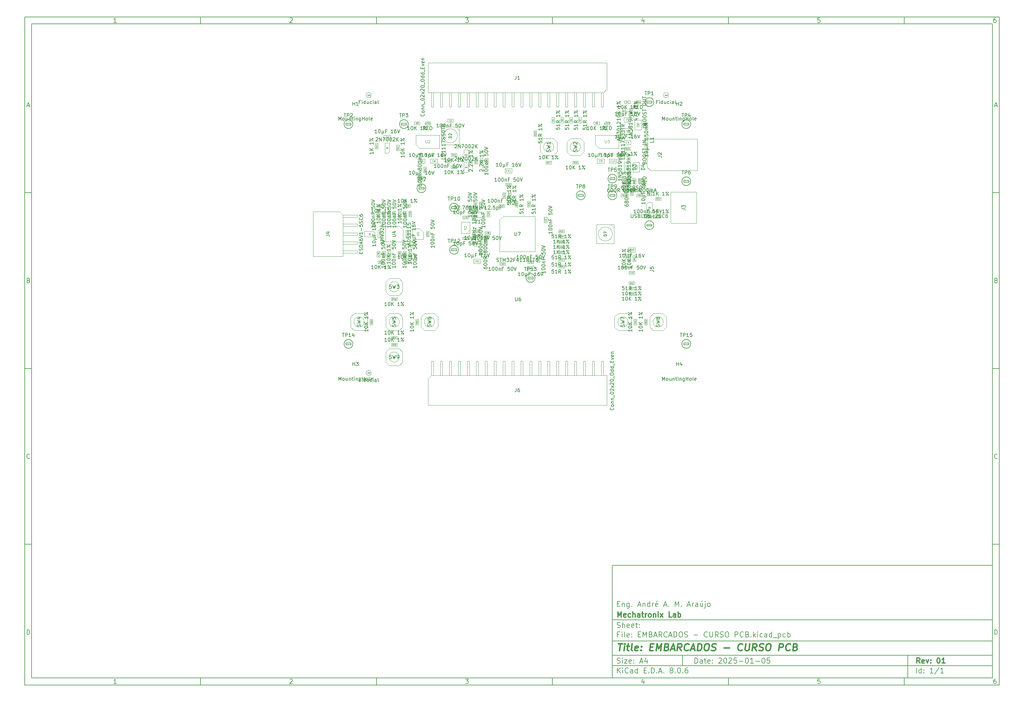
<source format=gbr>
%TF.GenerationSoftware,KiCad,Pcbnew,8.0.6*%
%TF.CreationDate,2025-01-05T13:15:26-03:00*%
%TF.ProjectId,EMBARCADOS - CURSO PCB,454d4241-5243-4414-944f-53202d204355,01*%
%TF.SameCoordinates,Original*%
%TF.FileFunction,AssemblyDrawing,Top*%
%FSLAX46Y46*%
G04 Gerber Fmt 4.6, Leading zero omitted, Abs format (unit mm)*
G04 Created by KiCad (PCBNEW 8.0.6) date 2025-01-05 13:15:26*
%MOMM*%
%LPD*%
G01*
G04 APERTURE LIST*
%ADD10C,0.100000*%
%ADD11C,0.150000*%
%ADD12C,0.300000*%
%ADD13C,0.400000*%
%ADD14C,0.060000*%
%ADD15C,0.080000*%
%ADD16C,0.050000*%
%ADD17C,0.120000*%
%ADD18C,0.105000*%
G04 APERTURE END LIST*
D10*
D11*
X177002200Y-166007200D02*
X285002200Y-166007200D01*
X285002200Y-198007200D01*
X177002200Y-198007200D01*
X177002200Y-166007200D01*
D10*
D11*
X10000000Y-10000000D02*
X287002200Y-10000000D01*
X287002200Y-200007200D01*
X10000000Y-200007200D01*
X10000000Y-10000000D01*
D10*
D11*
X12000000Y-12000000D02*
X285002200Y-12000000D01*
X285002200Y-198007200D01*
X12000000Y-198007200D01*
X12000000Y-12000000D01*
D10*
D11*
X60000000Y-12000000D02*
X60000000Y-10000000D01*
D10*
D11*
X110000000Y-12000000D02*
X110000000Y-10000000D01*
D10*
D11*
X160000000Y-12000000D02*
X160000000Y-10000000D01*
D10*
D11*
X210000000Y-12000000D02*
X210000000Y-10000000D01*
D10*
D11*
X260000000Y-12000000D02*
X260000000Y-10000000D01*
D10*
D11*
X36089160Y-11593604D02*
X35346303Y-11593604D01*
X35717731Y-11593604D02*
X35717731Y-10293604D01*
X35717731Y-10293604D02*
X35593922Y-10479319D01*
X35593922Y-10479319D02*
X35470112Y-10603128D01*
X35470112Y-10603128D02*
X35346303Y-10665033D01*
D10*
D11*
X85346303Y-10417414D02*
X85408207Y-10355509D01*
X85408207Y-10355509D02*
X85532017Y-10293604D01*
X85532017Y-10293604D02*
X85841541Y-10293604D01*
X85841541Y-10293604D02*
X85965350Y-10355509D01*
X85965350Y-10355509D02*
X86027255Y-10417414D01*
X86027255Y-10417414D02*
X86089160Y-10541223D01*
X86089160Y-10541223D02*
X86089160Y-10665033D01*
X86089160Y-10665033D02*
X86027255Y-10850747D01*
X86027255Y-10850747D02*
X85284398Y-11593604D01*
X85284398Y-11593604D02*
X86089160Y-11593604D01*
D10*
D11*
X135284398Y-10293604D02*
X136089160Y-10293604D01*
X136089160Y-10293604D02*
X135655826Y-10788842D01*
X135655826Y-10788842D02*
X135841541Y-10788842D01*
X135841541Y-10788842D02*
X135965350Y-10850747D01*
X135965350Y-10850747D02*
X136027255Y-10912652D01*
X136027255Y-10912652D02*
X136089160Y-11036461D01*
X136089160Y-11036461D02*
X136089160Y-11345985D01*
X136089160Y-11345985D02*
X136027255Y-11469795D01*
X136027255Y-11469795D02*
X135965350Y-11531700D01*
X135965350Y-11531700D02*
X135841541Y-11593604D01*
X135841541Y-11593604D02*
X135470112Y-11593604D01*
X135470112Y-11593604D02*
X135346303Y-11531700D01*
X135346303Y-11531700D02*
X135284398Y-11469795D01*
D10*
D11*
X185965350Y-10726938D02*
X185965350Y-11593604D01*
X185655826Y-10231700D02*
X185346303Y-11160271D01*
X185346303Y-11160271D02*
X186151064Y-11160271D01*
D10*
D11*
X236027255Y-10293604D02*
X235408207Y-10293604D01*
X235408207Y-10293604D02*
X235346303Y-10912652D01*
X235346303Y-10912652D02*
X235408207Y-10850747D01*
X235408207Y-10850747D02*
X235532017Y-10788842D01*
X235532017Y-10788842D02*
X235841541Y-10788842D01*
X235841541Y-10788842D02*
X235965350Y-10850747D01*
X235965350Y-10850747D02*
X236027255Y-10912652D01*
X236027255Y-10912652D02*
X236089160Y-11036461D01*
X236089160Y-11036461D02*
X236089160Y-11345985D01*
X236089160Y-11345985D02*
X236027255Y-11469795D01*
X236027255Y-11469795D02*
X235965350Y-11531700D01*
X235965350Y-11531700D02*
X235841541Y-11593604D01*
X235841541Y-11593604D02*
X235532017Y-11593604D01*
X235532017Y-11593604D02*
X235408207Y-11531700D01*
X235408207Y-11531700D02*
X235346303Y-11469795D01*
D10*
D11*
X285965350Y-10293604D02*
X285717731Y-10293604D01*
X285717731Y-10293604D02*
X285593922Y-10355509D01*
X285593922Y-10355509D02*
X285532017Y-10417414D01*
X285532017Y-10417414D02*
X285408207Y-10603128D01*
X285408207Y-10603128D02*
X285346303Y-10850747D01*
X285346303Y-10850747D02*
X285346303Y-11345985D01*
X285346303Y-11345985D02*
X285408207Y-11469795D01*
X285408207Y-11469795D02*
X285470112Y-11531700D01*
X285470112Y-11531700D02*
X285593922Y-11593604D01*
X285593922Y-11593604D02*
X285841541Y-11593604D01*
X285841541Y-11593604D02*
X285965350Y-11531700D01*
X285965350Y-11531700D02*
X286027255Y-11469795D01*
X286027255Y-11469795D02*
X286089160Y-11345985D01*
X286089160Y-11345985D02*
X286089160Y-11036461D01*
X286089160Y-11036461D02*
X286027255Y-10912652D01*
X286027255Y-10912652D02*
X285965350Y-10850747D01*
X285965350Y-10850747D02*
X285841541Y-10788842D01*
X285841541Y-10788842D02*
X285593922Y-10788842D01*
X285593922Y-10788842D02*
X285470112Y-10850747D01*
X285470112Y-10850747D02*
X285408207Y-10912652D01*
X285408207Y-10912652D02*
X285346303Y-11036461D01*
D10*
D11*
X60000000Y-198007200D02*
X60000000Y-200007200D01*
D10*
D11*
X110000000Y-198007200D02*
X110000000Y-200007200D01*
D10*
D11*
X160000000Y-198007200D02*
X160000000Y-200007200D01*
D10*
D11*
X210000000Y-198007200D02*
X210000000Y-200007200D01*
D10*
D11*
X260000000Y-198007200D02*
X260000000Y-200007200D01*
D10*
D11*
X36089160Y-199600804D02*
X35346303Y-199600804D01*
X35717731Y-199600804D02*
X35717731Y-198300804D01*
X35717731Y-198300804D02*
X35593922Y-198486519D01*
X35593922Y-198486519D02*
X35470112Y-198610328D01*
X35470112Y-198610328D02*
X35346303Y-198672233D01*
D10*
D11*
X85346303Y-198424614D02*
X85408207Y-198362709D01*
X85408207Y-198362709D02*
X85532017Y-198300804D01*
X85532017Y-198300804D02*
X85841541Y-198300804D01*
X85841541Y-198300804D02*
X85965350Y-198362709D01*
X85965350Y-198362709D02*
X86027255Y-198424614D01*
X86027255Y-198424614D02*
X86089160Y-198548423D01*
X86089160Y-198548423D02*
X86089160Y-198672233D01*
X86089160Y-198672233D02*
X86027255Y-198857947D01*
X86027255Y-198857947D02*
X85284398Y-199600804D01*
X85284398Y-199600804D02*
X86089160Y-199600804D01*
D10*
D11*
X135284398Y-198300804D02*
X136089160Y-198300804D01*
X136089160Y-198300804D02*
X135655826Y-198796042D01*
X135655826Y-198796042D02*
X135841541Y-198796042D01*
X135841541Y-198796042D02*
X135965350Y-198857947D01*
X135965350Y-198857947D02*
X136027255Y-198919852D01*
X136027255Y-198919852D02*
X136089160Y-199043661D01*
X136089160Y-199043661D02*
X136089160Y-199353185D01*
X136089160Y-199353185D02*
X136027255Y-199476995D01*
X136027255Y-199476995D02*
X135965350Y-199538900D01*
X135965350Y-199538900D02*
X135841541Y-199600804D01*
X135841541Y-199600804D02*
X135470112Y-199600804D01*
X135470112Y-199600804D02*
X135346303Y-199538900D01*
X135346303Y-199538900D02*
X135284398Y-199476995D01*
D10*
D11*
X185965350Y-198734138D02*
X185965350Y-199600804D01*
X185655826Y-198238900D02*
X185346303Y-199167471D01*
X185346303Y-199167471D02*
X186151064Y-199167471D01*
D10*
D11*
X236027255Y-198300804D02*
X235408207Y-198300804D01*
X235408207Y-198300804D02*
X235346303Y-198919852D01*
X235346303Y-198919852D02*
X235408207Y-198857947D01*
X235408207Y-198857947D02*
X235532017Y-198796042D01*
X235532017Y-198796042D02*
X235841541Y-198796042D01*
X235841541Y-198796042D02*
X235965350Y-198857947D01*
X235965350Y-198857947D02*
X236027255Y-198919852D01*
X236027255Y-198919852D02*
X236089160Y-199043661D01*
X236089160Y-199043661D02*
X236089160Y-199353185D01*
X236089160Y-199353185D02*
X236027255Y-199476995D01*
X236027255Y-199476995D02*
X235965350Y-199538900D01*
X235965350Y-199538900D02*
X235841541Y-199600804D01*
X235841541Y-199600804D02*
X235532017Y-199600804D01*
X235532017Y-199600804D02*
X235408207Y-199538900D01*
X235408207Y-199538900D02*
X235346303Y-199476995D01*
D10*
D11*
X285965350Y-198300804D02*
X285717731Y-198300804D01*
X285717731Y-198300804D02*
X285593922Y-198362709D01*
X285593922Y-198362709D02*
X285532017Y-198424614D01*
X285532017Y-198424614D02*
X285408207Y-198610328D01*
X285408207Y-198610328D02*
X285346303Y-198857947D01*
X285346303Y-198857947D02*
X285346303Y-199353185D01*
X285346303Y-199353185D02*
X285408207Y-199476995D01*
X285408207Y-199476995D02*
X285470112Y-199538900D01*
X285470112Y-199538900D02*
X285593922Y-199600804D01*
X285593922Y-199600804D02*
X285841541Y-199600804D01*
X285841541Y-199600804D02*
X285965350Y-199538900D01*
X285965350Y-199538900D02*
X286027255Y-199476995D01*
X286027255Y-199476995D02*
X286089160Y-199353185D01*
X286089160Y-199353185D02*
X286089160Y-199043661D01*
X286089160Y-199043661D02*
X286027255Y-198919852D01*
X286027255Y-198919852D02*
X285965350Y-198857947D01*
X285965350Y-198857947D02*
X285841541Y-198796042D01*
X285841541Y-198796042D02*
X285593922Y-198796042D01*
X285593922Y-198796042D02*
X285470112Y-198857947D01*
X285470112Y-198857947D02*
X285408207Y-198919852D01*
X285408207Y-198919852D02*
X285346303Y-199043661D01*
D10*
D11*
X10000000Y-60000000D02*
X12000000Y-60000000D01*
D10*
D11*
X10000000Y-110000000D02*
X12000000Y-110000000D01*
D10*
D11*
X10000000Y-160000000D02*
X12000000Y-160000000D01*
D10*
D11*
X10690476Y-35222176D02*
X11309523Y-35222176D01*
X10566666Y-35593604D02*
X10999999Y-34293604D01*
X10999999Y-34293604D02*
X11433333Y-35593604D01*
D10*
D11*
X11092857Y-84912652D02*
X11278571Y-84974557D01*
X11278571Y-84974557D02*
X11340476Y-85036461D01*
X11340476Y-85036461D02*
X11402380Y-85160271D01*
X11402380Y-85160271D02*
X11402380Y-85345985D01*
X11402380Y-85345985D02*
X11340476Y-85469795D01*
X11340476Y-85469795D02*
X11278571Y-85531700D01*
X11278571Y-85531700D02*
X11154761Y-85593604D01*
X11154761Y-85593604D02*
X10659523Y-85593604D01*
X10659523Y-85593604D02*
X10659523Y-84293604D01*
X10659523Y-84293604D02*
X11092857Y-84293604D01*
X11092857Y-84293604D02*
X11216666Y-84355509D01*
X11216666Y-84355509D02*
X11278571Y-84417414D01*
X11278571Y-84417414D02*
X11340476Y-84541223D01*
X11340476Y-84541223D02*
X11340476Y-84665033D01*
X11340476Y-84665033D02*
X11278571Y-84788842D01*
X11278571Y-84788842D02*
X11216666Y-84850747D01*
X11216666Y-84850747D02*
X11092857Y-84912652D01*
X11092857Y-84912652D02*
X10659523Y-84912652D01*
D10*
D11*
X11402380Y-135469795D02*
X11340476Y-135531700D01*
X11340476Y-135531700D02*
X11154761Y-135593604D01*
X11154761Y-135593604D02*
X11030952Y-135593604D01*
X11030952Y-135593604D02*
X10845238Y-135531700D01*
X10845238Y-135531700D02*
X10721428Y-135407890D01*
X10721428Y-135407890D02*
X10659523Y-135284080D01*
X10659523Y-135284080D02*
X10597619Y-135036461D01*
X10597619Y-135036461D02*
X10597619Y-134850747D01*
X10597619Y-134850747D02*
X10659523Y-134603128D01*
X10659523Y-134603128D02*
X10721428Y-134479319D01*
X10721428Y-134479319D02*
X10845238Y-134355509D01*
X10845238Y-134355509D02*
X11030952Y-134293604D01*
X11030952Y-134293604D02*
X11154761Y-134293604D01*
X11154761Y-134293604D02*
X11340476Y-134355509D01*
X11340476Y-134355509D02*
X11402380Y-134417414D01*
D10*
D11*
X10659523Y-185593604D02*
X10659523Y-184293604D01*
X10659523Y-184293604D02*
X10969047Y-184293604D01*
X10969047Y-184293604D02*
X11154761Y-184355509D01*
X11154761Y-184355509D02*
X11278571Y-184479319D01*
X11278571Y-184479319D02*
X11340476Y-184603128D01*
X11340476Y-184603128D02*
X11402380Y-184850747D01*
X11402380Y-184850747D02*
X11402380Y-185036461D01*
X11402380Y-185036461D02*
X11340476Y-185284080D01*
X11340476Y-185284080D02*
X11278571Y-185407890D01*
X11278571Y-185407890D02*
X11154761Y-185531700D01*
X11154761Y-185531700D02*
X10969047Y-185593604D01*
X10969047Y-185593604D02*
X10659523Y-185593604D01*
D10*
D11*
X287002200Y-60000000D02*
X285002200Y-60000000D01*
D10*
D11*
X287002200Y-110000000D02*
X285002200Y-110000000D01*
D10*
D11*
X287002200Y-160000000D02*
X285002200Y-160000000D01*
D10*
D11*
X285692676Y-35222176D02*
X286311723Y-35222176D01*
X285568866Y-35593604D02*
X286002199Y-34293604D01*
X286002199Y-34293604D02*
X286435533Y-35593604D01*
D10*
D11*
X286095057Y-84912652D02*
X286280771Y-84974557D01*
X286280771Y-84974557D02*
X286342676Y-85036461D01*
X286342676Y-85036461D02*
X286404580Y-85160271D01*
X286404580Y-85160271D02*
X286404580Y-85345985D01*
X286404580Y-85345985D02*
X286342676Y-85469795D01*
X286342676Y-85469795D02*
X286280771Y-85531700D01*
X286280771Y-85531700D02*
X286156961Y-85593604D01*
X286156961Y-85593604D02*
X285661723Y-85593604D01*
X285661723Y-85593604D02*
X285661723Y-84293604D01*
X285661723Y-84293604D02*
X286095057Y-84293604D01*
X286095057Y-84293604D02*
X286218866Y-84355509D01*
X286218866Y-84355509D02*
X286280771Y-84417414D01*
X286280771Y-84417414D02*
X286342676Y-84541223D01*
X286342676Y-84541223D02*
X286342676Y-84665033D01*
X286342676Y-84665033D02*
X286280771Y-84788842D01*
X286280771Y-84788842D02*
X286218866Y-84850747D01*
X286218866Y-84850747D02*
X286095057Y-84912652D01*
X286095057Y-84912652D02*
X285661723Y-84912652D01*
D10*
D11*
X286404580Y-135469795D02*
X286342676Y-135531700D01*
X286342676Y-135531700D02*
X286156961Y-135593604D01*
X286156961Y-135593604D02*
X286033152Y-135593604D01*
X286033152Y-135593604D02*
X285847438Y-135531700D01*
X285847438Y-135531700D02*
X285723628Y-135407890D01*
X285723628Y-135407890D02*
X285661723Y-135284080D01*
X285661723Y-135284080D02*
X285599819Y-135036461D01*
X285599819Y-135036461D02*
X285599819Y-134850747D01*
X285599819Y-134850747D02*
X285661723Y-134603128D01*
X285661723Y-134603128D02*
X285723628Y-134479319D01*
X285723628Y-134479319D02*
X285847438Y-134355509D01*
X285847438Y-134355509D02*
X286033152Y-134293604D01*
X286033152Y-134293604D02*
X286156961Y-134293604D01*
X286156961Y-134293604D02*
X286342676Y-134355509D01*
X286342676Y-134355509D02*
X286404580Y-134417414D01*
D10*
D11*
X285661723Y-185593604D02*
X285661723Y-184293604D01*
X285661723Y-184293604D02*
X285971247Y-184293604D01*
X285971247Y-184293604D02*
X286156961Y-184355509D01*
X286156961Y-184355509D02*
X286280771Y-184479319D01*
X286280771Y-184479319D02*
X286342676Y-184603128D01*
X286342676Y-184603128D02*
X286404580Y-184850747D01*
X286404580Y-184850747D02*
X286404580Y-185036461D01*
X286404580Y-185036461D02*
X286342676Y-185284080D01*
X286342676Y-185284080D02*
X286280771Y-185407890D01*
X286280771Y-185407890D02*
X286156961Y-185531700D01*
X286156961Y-185531700D02*
X285971247Y-185593604D01*
X285971247Y-185593604D02*
X285661723Y-185593604D01*
D10*
D11*
X200458026Y-193793328D02*
X200458026Y-192293328D01*
X200458026Y-192293328D02*
X200815169Y-192293328D01*
X200815169Y-192293328D02*
X201029455Y-192364757D01*
X201029455Y-192364757D02*
X201172312Y-192507614D01*
X201172312Y-192507614D02*
X201243741Y-192650471D01*
X201243741Y-192650471D02*
X201315169Y-192936185D01*
X201315169Y-192936185D02*
X201315169Y-193150471D01*
X201315169Y-193150471D02*
X201243741Y-193436185D01*
X201243741Y-193436185D02*
X201172312Y-193579042D01*
X201172312Y-193579042D02*
X201029455Y-193721900D01*
X201029455Y-193721900D02*
X200815169Y-193793328D01*
X200815169Y-193793328D02*
X200458026Y-193793328D01*
X202600884Y-193793328D02*
X202600884Y-193007614D01*
X202600884Y-193007614D02*
X202529455Y-192864757D01*
X202529455Y-192864757D02*
X202386598Y-192793328D01*
X202386598Y-192793328D02*
X202100884Y-192793328D01*
X202100884Y-192793328D02*
X201958026Y-192864757D01*
X202600884Y-193721900D02*
X202458026Y-193793328D01*
X202458026Y-193793328D02*
X202100884Y-193793328D01*
X202100884Y-193793328D02*
X201958026Y-193721900D01*
X201958026Y-193721900D02*
X201886598Y-193579042D01*
X201886598Y-193579042D02*
X201886598Y-193436185D01*
X201886598Y-193436185D02*
X201958026Y-193293328D01*
X201958026Y-193293328D02*
X202100884Y-193221900D01*
X202100884Y-193221900D02*
X202458026Y-193221900D01*
X202458026Y-193221900D02*
X202600884Y-193150471D01*
X203100884Y-192793328D02*
X203672312Y-192793328D01*
X203315169Y-192293328D02*
X203315169Y-193579042D01*
X203315169Y-193579042D02*
X203386598Y-193721900D01*
X203386598Y-193721900D02*
X203529455Y-193793328D01*
X203529455Y-193793328D02*
X203672312Y-193793328D01*
X204743741Y-193721900D02*
X204600884Y-193793328D01*
X204600884Y-193793328D02*
X204315170Y-193793328D01*
X204315170Y-193793328D02*
X204172312Y-193721900D01*
X204172312Y-193721900D02*
X204100884Y-193579042D01*
X204100884Y-193579042D02*
X204100884Y-193007614D01*
X204100884Y-193007614D02*
X204172312Y-192864757D01*
X204172312Y-192864757D02*
X204315170Y-192793328D01*
X204315170Y-192793328D02*
X204600884Y-192793328D01*
X204600884Y-192793328D02*
X204743741Y-192864757D01*
X204743741Y-192864757D02*
X204815170Y-193007614D01*
X204815170Y-193007614D02*
X204815170Y-193150471D01*
X204815170Y-193150471D02*
X204100884Y-193293328D01*
X205458026Y-193650471D02*
X205529455Y-193721900D01*
X205529455Y-193721900D02*
X205458026Y-193793328D01*
X205458026Y-193793328D02*
X205386598Y-193721900D01*
X205386598Y-193721900D02*
X205458026Y-193650471D01*
X205458026Y-193650471D02*
X205458026Y-193793328D01*
X205458026Y-192864757D02*
X205529455Y-192936185D01*
X205529455Y-192936185D02*
X205458026Y-193007614D01*
X205458026Y-193007614D02*
X205386598Y-192936185D01*
X205386598Y-192936185D02*
X205458026Y-192864757D01*
X205458026Y-192864757D02*
X205458026Y-193007614D01*
X207243741Y-192436185D02*
X207315169Y-192364757D01*
X207315169Y-192364757D02*
X207458027Y-192293328D01*
X207458027Y-192293328D02*
X207815169Y-192293328D01*
X207815169Y-192293328D02*
X207958027Y-192364757D01*
X207958027Y-192364757D02*
X208029455Y-192436185D01*
X208029455Y-192436185D02*
X208100884Y-192579042D01*
X208100884Y-192579042D02*
X208100884Y-192721900D01*
X208100884Y-192721900D02*
X208029455Y-192936185D01*
X208029455Y-192936185D02*
X207172312Y-193793328D01*
X207172312Y-193793328D02*
X208100884Y-193793328D01*
X209029455Y-192293328D02*
X209172312Y-192293328D01*
X209172312Y-192293328D02*
X209315169Y-192364757D01*
X209315169Y-192364757D02*
X209386598Y-192436185D01*
X209386598Y-192436185D02*
X209458026Y-192579042D01*
X209458026Y-192579042D02*
X209529455Y-192864757D01*
X209529455Y-192864757D02*
X209529455Y-193221900D01*
X209529455Y-193221900D02*
X209458026Y-193507614D01*
X209458026Y-193507614D02*
X209386598Y-193650471D01*
X209386598Y-193650471D02*
X209315169Y-193721900D01*
X209315169Y-193721900D02*
X209172312Y-193793328D01*
X209172312Y-193793328D02*
X209029455Y-193793328D01*
X209029455Y-193793328D02*
X208886598Y-193721900D01*
X208886598Y-193721900D02*
X208815169Y-193650471D01*
X208815169Y-193650471D02*
X208743740Y-193507614D01*
X208743740Y-193507614D02*
X208672312Y-193221900D01*
X208672312Y-193221900D02*
X208672312Y-192864757D01*
X208672312Y-192864757D02*
X208743740Y-192579042D01*
X208743740Y-192579042D02*
X208815169Y-192436185D01*
X208815169Y-192436185D02*
X208886598Y-192364757D01*
X208886598Y-192364757D02*
X209029455Y-192293328D01*
X210100883Y-192436185D02*
X210172311Y-192364757D01*
X210172311Y-192364757D02*
X210315169Y-192293328D01*
X210315169Y-192293328D02*
X210672311Y-192293328D01*
X210672311Y-192293328D02*
X210815169Y-192364757D01*
X210815169Y-192364757D02*
X210886597Y-192436185D01*
X210886597Y-192436185D02*
X210958026Y-192579042D01*
X210958026Y-192579042D02*
X210958026Y-192721900D01*
X210958026Y-192721900D02*
X210886597Y-192936185D01*
X210886597Y-192936185D02*
X210029454Y-193793328D01*
X210029454Y-193793328D02*
X210958026Y-193793328D01*
X212315168Y-192293328D02*
X211600882Y-192293328D01*
X211600882Y-192293328D02*
X211529454Y-193007614D01*
X211529454Y-193007614D02*
X211600882Y-192936185D01*
X211600882Y-192936185D02*
X211743740Y-192864757D01*
X211743740Y-192864757D02*
X212100882Y-192864757D01*
X212100882Y-192864757D02*
X212243740Y-192936185D01*
X212243740Y-192936185D02*
X212315168Y-193007614D01*
X212315168Y-193007614D02*
X212386597Y-193150471D01*
X212386597Y-193150471D02*
X212386597Y-193507614D01*
X212386597Y-193507614D02*
X212315168Y-193650471D01*
X212315168Y-193650471D02*
X212243740Y-193721900D01*
X212243740Y-193721900D02*
X212100882Y-193793328D01*
X212100882Y-193793328D02*
X211743740Y-193793328D01*
X211743740Y-193793328D02*
X211600882Y-193721900D01*
X211600882Y-193721900D02*
X211529454Y-193650471D01*
X213029453Y-193221900D02*
X214172311Y-193221900D01*
X215172311Y-192293328D02*
X215315168Y-192293328D01*
X215315168Y-192293328D02*
X215458025Y-192364757D01*
X215458025Y-192364757D02*
X215529454Y-192436185D01*
X215529454Y-192436185D02*
X215600882Y-192579042D01*
X215600882Y-192579042D02*
X215672311Y-192864757D01*
X215672311Y-192864757D02*
X215672311Y-193221900D01*
X215672311Y-193221900D02*
X215600882Y-193507614D01*
X215600882Y-193507614D02*
X215529454Y-193650471D01*
X215529454Y-193650471D02*
X215458025Y-193721900D01*
X215458025Y-193721900D02*
X215315168Y-193793328D01*
X215315168Y-193793328D02*
X215172311Y-193793328D01*
X215172311Y-193793328D02*
X215029454Y-193721900D01*
X215029454Y-193721900D02*
X214958025Y-193650471D01*
X214958025Y-193650471D02*
X214886596Y-193507614D01*
X214886596Y-193507614D02*
X214815168Y-193221900D01*
X214815168Y-193221900D02*
X214815168Y-192864757D01*
X214815168Y-192864757D02*
X214886596Y-192579042D01*
X214886596Y-192579042D02*
X214958025Y-192436185D01*
X214958025Y-192436185D02*
X215029454Y-192364757D01*
X215029454Y-192364757D02*
X215172311Y-192293328D01*
X217100882Y-193793328D02*
X216243739Y-193793328D01*
X216672310Y-193793328D02*
X216672310Y-192293328D01*
X216672310Y-192293328D02*
X216529453Y-192507614D01*
X216529453Y-192507614D02*
X216386596Y-192650471D01*
X216386596Y-192650471D02*
X216243739Y-192721900D01*
X217743738Y-193221900D02*
X218886596Y-193221900D01*
X219886596Y-192293328D02*
X220029453Y-192293328D01*
X220029453Y-192293328D02*
X220172310Y-192364757D01*
X220172310Y-192364757D02*
X220243739Y-192436185D01*
X220243739Y-192436185D02*
X220315167Y-192579042D01*
X220315167Y-192579042D02*
X220386596Y-192864757D01*
X220386596Y-192864757D02*
X220386596Y-193221900D01*
X220386596Y-193221900D02*
X220315167Y-193507614D01*
X220315167Y-193507614D02*
X220243739Y-193650471D01*
X220243739Y-193650471D02*
X220172310Y-193721900D01*
X220172310Y-193721900D02*
X220029453Y-193793328D01*
X220029453Y-193793328D02*
X219886596Y-193793328D01*
X219886596Y-193793328D02*
X219743739Y-193721900D01*
X219743739Y-193721900D02*
X219672310Y-193650471D01*
X219672310Y-193650471D02*
X219600881Y-193507614D01*
X219600881Y-193507614D02*
X219529453Y-193221900D01*
X219529453Y-193221900D02*
X219529453Y-192864757D01*
X219529453Y-192864757D02*
X219600881Y-192579042D01*
X219600881Y-192579042D02*
X219672310Y-192436185D01*
X219672310Y-192436185D02*
X219743739Y-192364757D01*
X219743739Y-192364757D02*
X219886596Y-192293328D01*
X221743738Y-192293328D02*
X221029452Y-192293328D01*
X221029452Y-192293328D02*
X220958024Y-193007614D01*
X220958024Y-193007614D02*
X221029452Y-192936185D01*
X221029452Y-192936185D02*
X221172310Y-192864757D01*
X221172310Y-192864757D02*
X221529452Y-192864757D01*
X221529452Y-192864757D02*
X221672310Y-192936185D01*
X221672310Y-192936185D02*
X221743738Y-193007614D01*
X221743738Y-193007614D02*
X221815167Y-193150471D01*
X221815167Y-193150471D02*
X221815167Y-193507614D01*
X221815167Y-193507614D02*
X221743738Y-193650471D01*
X221743738Y-193650471D02*
X221672310Y-193721900D01*
X221672310Y-193721900D02*
X221529452Y-193793328D01*
X221529452Y-193793328D02*
X221172310Y-193793328D01*
X221172310Y-193793328D02*
X221029452Y-193721900D01*
X221029452Y-193721900D02*
X220958024Y-193650471D01*
D10*
D11*
X177002200Y-194507200D02*
X285002200Y-194507200D01*
D10*
D11*
X178458026Y-196593328D02*
X178458026Y-195093328D01*
X179315169Y-196593328D02*
X178672312Y-195736185D01*
X179315169Y-195093328D02*
X178458026Y-195950471D01*
X179958026Y-196593328D02*
X179958026Y-195593328D01*
X179958026Y-195093328D02*
X179886598Y-195164757D01*
X179886598Y-195164757D02*
X179958026Y-195236185D01*
X179958026Y-195236185D02*
X180029455Y-195164757D01*
X180029455Y-195164757D02*
X179958026Y-195093328D01*
X179958026Y-195093328D02*
X179958026Y-195236185D01*
X181529455Y-196450471D02*
X181458027Y-196521900D01*
X181458027Y-196521900D02*
X181243741Y-196593328D01*
X181243741Y-196593328D02*
X181100884Y-196593328D01*
X181100884Y-196593328D02*
X180886598Y-196521900D01*
X180886598Y-196521900D02*
X180743741Y-196379042D01*
X180743741Y-196379042D02*
X180672312Y-196236185D01*
X180672312Y-196236185D02*
X180600884Y-195950471D01*
X180600884Y-195950471D02*
X180600884Y-195736185D01*
X180600884Y-195736185D02*
X180672312Y-195450471D01*
X180672312Y-195450471D02*
X180743741Y-195307614D01*
X180743741Y-195307614D02*
X180886598Y-195164757D01*
X180886598Y-195164757D02*
X181100884Y-195093328D01*
X181100884Y-195093328D02*
X181243741Y-195093328D01*
X181243741Y-195093328D02*
X181458027Y-195164757D01*
X181458027Y-195164757D02*
X181529455Y-195236185D01*
X182815170Y-196593328D02*
X182815170Y-195807614D01*
X182815170Y-195807614D02*
X182743741Y-195664757D01*
X182743741Y-195664757D02*
X182600884Y-195593328D01*
X182600884Y-195593328D02*
X182315170Y-195593328D01*
X182315170Y-195593328D02*
X182172312Y-195664757D01*
X182815170Y-196521900D02*
X182672312Y-196593328D01*
X182672312Y-196593328D02*
X182315170Y-196593328D01*
X182315170Y-196593328D02*
X182172312Y-196521900D01*
X182172312Y-196521900D02*
X182100884Y-196379042D01*
X182100884Y-196379042D02*
X182100884Y-196236185D01*
X182100884Y-196236185D02*
X182172312Y-196093328D01*
X182172312Y-196093328D02*
X182315170Y-196021900D01*
X182315170Y-196021900D02*
X182672312Y-196021900D01*
X182672312Y-196021900D02*
X182815170Y-195950471D01*
X184172313Y-196593328D02*
X184172313Y-195093328D01*
X184172313Y-196521900D02*
X184029455Y-196593328D01*
X184029455Y-196593328D02*
X183743741Y-196593328D01*
X183743741Y-196593328D02*
X183600884Y-196521900D01*
X183600884Y-196521900D02*
X183529455Y-196450471D01*
X183529455Y-196450471D02*
X183458027Y-196307614D01*
X183458027Y-196307614D02*
X183458027Y-195879042D01*
X183458027Y-195879042D02*
X183529455Y-195736185D01*
X183529455Y-195736185D02*
X183600884Y-195664757D01*
X183600884Y-195664757D02*
X183743741Y-195593328D01*
X183743741Y-195593328D02*
X184029455Y-195593328D01*
X184029455Y-195593328D02*
X184172313Y-195664757D01*
X186029455Y-195807614D02*
X186529455Y-195807614D01*
X186743741Y-196593328D02*
X186029455Y-196593328D01*
X186029455Y-196593328D02*
X186029455Y-195093328D01*
X186029455Y-195093328D02*
X186743741Y-195093328D01*
X187386598Y-196450471D02*
X187458027Y-196521900D01*
X187458027Y-196521900D02*
X187386598Y-196593328D01*
X187386598Y-196593328D02*
X187315170Y-196521900D01*
X187315170Y-196521900D02*
X187386598Y-196450471D01*
X187386598Y-196450471D02*
X187386598Y-196593328D01*
X188100884Y-196593328D02*
X188100884Y-195093328D01*
X188100884Y-195093328D02*
X188458027Y-195093328D01*
X188458027Y-195093328D02*
X188672313Y-195164757D01*
X188672313Y-195164757D02*
X188815170Y-195307614D01*
X188815170Y-195307614D02*
X188886599Y-195450471D01*
X188886599Y-195450471D02*
X188958027Y-195736185D01*
X188958027Y-195736185D02*
X188958027Y-195950471D01*
X188958027Y-195950471D02*
X188886599Y-196236185D01*
X188886599Y-196236185D02*
X188815170Y-196379042D01*
X188815170Y-196379042D02*
X188672313Y-196521900D01*
X188672313Y-196521900D02*
X188458027Y-196593328D01*
X188458027Y-196593328D02*
X188100884Y-196593328D01*
X189600884Y-196450471D02*
X189672313Y-196521900D01*
X189672313Y-196521900D02*
X189600884Y-196593328D01*
X189600884Y-196593328D02*
X189529456Y-196521900D01*
X189529456Y-196521900D02*
X189600884Y-196450471D01*
X189600884Y-196450471D02*
X189600884Y-196593328D01*
X190243742Y-196164757D02*
X190958028Y-196164757D01*
X190100885Y-196593328D02*
X190600885Y-195093328D01*
X190600885Y-195093328D02*
X191100885Y-196593328D01*
X191600884Y-196450471D02*
X191672313Y-196521900D01*
X191672313Y-196521900D02*
X191600884Y-196593328D01*
X191600884Y-196593328D02*
X191529456Y-196521900D01*
X191529456Y-196521900D02*
X191600884Y-196450471D01*
X191600884Y-196450471D02*
X191600884Y-196593328D01*
X193672313Y-195736185D02*
X193529456Y-195664757D01*
X193529456Y-195664757D02*
X193458027Y-195593328D01*
X193458027Y-195593328D02*
X193386599Y-195450471D01*
X193386599Y-195450471D02*
X193386599Y-195379042D01*
X193386599Y-195379042D02*
X193458027Y-195236185D01*
X193458027Y-195236185D02*
X193529456Y-195164757D01*
X193529456Y-195164757D02*
X193672313Y-195093328D01*
X193672313Y-195093328D02*
X193958027Y-195093328D01*
X193958027Y-195093328D02*
X194100885Y-195164757D01*
X194100885Y-195164757D02*
X194172313Y-195236185D01*
X194172313Y-195236185D02*
X194243742Y-195379042D01*
X194243742Y-195379042D02*
X194243742Y-195450471D01*
X194243742Y-195450471D02*
X194172313Y-195593328D01*
X194172313Y-195593328D02*
X194100885Y-195664757D01*
X194100885Y-195664757D02*
X193958027Y-195736185D01*
X193958027Y-195736185D02*
X193672313Y-195736185D01*
X193672313Y-195736185D02*
X193529456Y-195807614D01*
X193529456Y-195807614D02*
X193458027Y-195879042D01*
X193458027Y-195879042D02*
X193386599Y-196021900D01*
X193386599Y-196021900D02*
X193386599Y-196307614D01*
X193386599Y-196307614D02*
X193458027Y-196450471D01*
X193458027Y-196450471D02*
X193529456Y-196521900D01*
X193529456Y-196521900D02*
X193672313Y-196593328D01*
X193672313Y-196593328D02*
X193958027Y-196593328D01*
X193958027Y-196593328D02*
X194100885Y-196521900D01*
X194100885Y-196521900D02*
X194172313Y-196450471D01*
X194172313Y-196450471D02*
X194243742Y-196307614D01*
X194243742Y-196307614D02*
X194243742Y-196021900D01*
X194243742Y-196021900D02*
X194172313Y-195879042D01*
X194172313Y-195879042D02*
X194100885Y-195807614D01*
X194100885Y-195807614D02*
X193958027Y-195736185D01*
X194886598Y-196450471D02*
X194958027Y-196521900D01*
X194958027Y-196521900D02*
X194886598Y-196593328D01*
X194886598Y-196593328D02*
X194815170Y-196521900D01*
X194815170Y-196521900D02*
X194886598Y-196450471D01*
X194886598Y-196450471D02*
X194886598Y-196593328D01*
X195886599Y-195093328D02*
X196029456Y-195093328D01*
X196029456Y-195093328D02*
X196172313Y-195164757D01*
X196172313Y-195164757D02*
X196243742Y-195236185D01*
X196243742Y-195236185D02*
X196315170Y-195379042D01*
X196315170Y-195379042D02*
X196386599Y-195664757D01*
X196386599Y-195664757D02*
X196386599Y-196021900D01*
X196386599Y-196021900D02*
X196315170Y-196307614D01*
X196315170Y-196307614D02*
X196243742Y-196450471D01*
X196243742Y-196450471D02*
X196172313Y-196521900D01*
X196172313Y-196521900D02*
X196029456Y-196593328D01*
X196029456Y-196593328D02*
X195886599Y-196593328D01*
X195886599Y-196593328D02*
X195743742Y-196521900D01*
X195743742Y-196521900D02*
X195672313Y-196450471D01*
X195672313Y-196450471D02*
X195600884Y-196307614D01*
X195600884Y-196307614D02*
X195529456Y-196021900D01*
X195529456Y-196021900D02*
X195529456Y-195664757D01*
X195529456Y-195664757D02*
X195600884Y-195379042D01*
X195600884Y-195379042D02*
X195672313Y-195236185D01*
X195672313Y-195236185D02*
X195743742Y-195164757D01*
X195743742Y-195164757D02*
X195886599Y-195093328D01*
X197029455Y-196450471D02*
X197100884Y-196521900D01*
X197100884Y-196521900D02*
X197029455Y-196593328D01*
X197029455Y-196593328D02*
X196958027Y-196521900D01*
X196958027Y-196521900D02*
X197029455Y-196450471D01*
X197029455Y-196450471D02*
X197029455Y-196593328D01*
X198386599Y-195093328D02*
X198100884Y-195093328D01*
X198100884Y-195093328D02*
X197958027Y-195164757D01*
X197958027Y-195164757D02*
X197886599Y-195236185D01*
X197886599Y-195236185D02*
X197743741Y-195450471D01*
X197743741Y-195450471D02*
X197672313Y-195736185D01*
X197672313Y-195736185D02*
X197672313Y-196307614D01*
X197672313Y-196307614D02*
X197743741Y-196450471D01*
X197743741Y-196450471D02*
X197815170Y-196521900D01*
X197815170Y-196521900D02*
X197958027Y-196593328D01*
X197958027Y-196593328D02*
X198243741Y-196593328D01*
X198243741Y-196593328D02*
X198386599Y-196521900D01*
X198386599Y-196521900D02*
X198458027Y-196450471D01*
X198458027Y-196450471D02*
X198529456Y-196307614D01*
X198529456Y-196307614D02*
X198529456Y-195950471D01*
X198529456Y-195950471D02*
X198458027Y-195807614D01*
X198458027Y-195807614D02*
X198386599Y-195736185D01*
X198386599Y-195736185D02*
X198243741Y-195664757D01*
X198243741Y-195664757D02*
X197958027Y-195664757D01*
X197958027Y-195664757D02*
X197815170Y-195736185D01*
X197815170Y-195736185D02*
X197743741Y-195807614D01*
X197743741Y-195807614D02*
X197672313Y-195950471D01*
D10*
D11*
X177002200Y-191507200D02*
X285002200Y-191507200D01*
D10*
D12*
X264413853Y-193785528D02*
X263913853Y-193071242D01*
X263556710Y-193785528D02*
X263556710Y-192285528D01*
X263556710Y-192285528D02*
X264128139Y-192285528D01*
X264128139Y-192285528D02*
X264270996Y-192356957D01*
X264270996Y-192356957D02*
X264342425Y-192428385D01*
X264342425Y-192428385D02*
X264413853Y-192571242D01*
X264413853Y-192571242D02*
X264413853Y-192785528D01*
X264413853Y-192785528D02*
X264342425Y-192928385D01*
X264342425Y-192928385D02*
X264270996Y-192999814D01*
X264270996Y-192999814D02*
X264128139Y-193071242D01*
X264128139Y-193071242D02*
X263556710Y-193071242D01*
X265628139Y-193714100D02*
X265485282Y-193785528D01*
X265485282Y-193785528D02*
X265199568Y-193785528D01*
X265199568Y-193785528D02*
X265056710Y-193714100D01*
X265056710Y-193714100D02*
X264985282Y-193571242D01*
X264985282Y-193571242D02*
X264985282Y-192999814D01*
X264985282Y-192999814D02*
X265056710Y-192856957D01*
X265056710Y-192856957D02*
X265199568Y-192785528D01*
X265199568Y-192785528D02*
X265485282Y-192785528D01*
X265485282Y-192785528D02*
X265628139Y-192856957D01*
X265628139Y-192856957D02*
X265699568Y-192999814D01*
X265699568Y-192999814D02*
X265699568Y-193142671D01*
X265699568Y-193142671D02*
X264985282Y-193285528D01*
X266199567Y-192785528D02*
X266556710Y-193785528D01*
X266556710Y-193785528D02*
X266913853Y-192785528D01*
X267485281Y-193642671D02*
X267556710Y-193714100D01*
X267556710Y-193714100D02*
X267485281Y-193785528D01*
X267485281Y-193785528D02*
X267413853Y-193714100D01*
X267413853Y-193714100D02*
X267485281Y-193642671D01*
X267485281Y-193642671D02*
X267485281Y-193785528D01*
X267485281Y-192856957D02*
X267556710Y-192928385D01*
X267556710Y-192928385D02*
X267485281Y-192999814D01*
X267485281Y-192999814D02*
X267413853Y-192928385D01*
X267413853Y-192928385D02*
X267485281Y-192856957D01*
X267485281Y-192856957D02*
X267485281Y-192999814D01*
X269628139Y-192285528D02*
X269770996Y-192285528D01*
X269770996Y-192285528D02*
X269913853Y-192356957D01*
X269913853Y-192356957D02*
X269985282Y-192428385D01*
X269985282Y-192428385D02*
X270056710Y-192571242D01*
X270056710Y-192571242D02*
X270128139Y-192856957D01*
X270128139Y-192856957D02*
X270128139Y-193214100D01*
X270128139Y-193214100D02*
X270056710Y-193499814D01*
X270056710Y-193499814D02*
X269985282Y-193642671D01*
X269985282Y-193642671D02*
X269913853Y-193714100D01*
X269913853Y-193714100D02*
X269770996Y-193785528D01*
X269770996Y-193785528D02*
X269628139Y-193785528D01*
X269628139Y-193785528D02*
X269485282Y-193714100D01*
X269485282Y-193714100D02*
X269413853Y-193642671D01*
X269413853Y-193642671D02*
X269342424Y-193499814D01*
X269342424Y-193499814D02*
X269270996Y-193214100D01*
X269270996Y-193214100D02*
X269270996Y-192856957D01*
X269270996Y-192856957D02*
X269342424Y-192571242D01*
X269342424Y-192571242D02*
X269413853Y-192428385D01*
X269413853Y-192428385D02*
X269485282Y-192356957D01*
X269485282Y-192356957D02*
X269628139Y-192285528D01*
X271556710Y-193785528D02*
X270699567Y-193785528D01*
X271128138Y-193785528D02*
X271128138Y-192285528D01*
X271128138Y-192285528D02*
X270985281Y-192499814D01*
X270985281Y-192499814D02*
X270842424Y-192642671D01*
X270842424Y-192642671D02*
X270699567Y-192714100D01*
D10*
D11*
X178386598Y-193721900D02*
X178600884Y-193793328D01*
X178600884Y-193793328D02*
X178958026Y-193793328D01*
X178958026Y-193793328D02*
X179100884Y-193721900D01*
X179100884Y-193721900D02*
X179172312Y-193650471D01*
X179172312Y-193650471D02*
X179243741Y-193507614D01*
X179243741Y-193507614D02*
X179243741Y-193364757D01*
X179243741Y-193364757D02*
X179172312Y-193221900D01*
X179172312Y-193221900D02*
X179100884Y-193150471D01*
X179100884Y-193150471D02*
X178958026Y-193079042D01*
X178958026Y-193079042D02*
X178672312Y-193007614D01*
X178672312Y-193007614D02*
X178529455Y-192936185D01*
X178529455Y-192936185D02*
X178458026Y-192864757D01*
X178458026Y-192864757D02*
X178386598Y-192721900D01*
X178386598Y-192721900D02*
X178386598Y-192579042D01*
X178386598Y-192579042D02*
X178458026Y-192436185D01*
X178458026Y-192436185D02*
X178529455Y-192364757D01*
X178529455Y-192364757D02*
X178672312Y-192293328D01*
X178672312Y-192293328D02*
X179029455Y-192293328D01*
X179029455Y-192293328D02*
X179243741Y-192364757D01*
X179886597Y-193793328D02*
X179886597Y-192793328D01*
X179886597Y-192293328D02*
X179815169Y-192364757D01*
X179815169Y-192364757D02*
X179886597Y-192436185D01*
X179886597Y-192436185D02*
X179958026Y-192364757D01*
X179958026Y-192364757D02*
X179886597Y-192293328D01*
X179886597Y-192293328D02*
X179886597Y-192436185D01*
X180458026Y-192793328D02*
X181243741Y-192793328D01*
X181243741Y-192793328D02*
X180458026Y-193793328D01*
X180458026Y-193793328D02*
X181243741Y-193793328D01*
X182386598Y-193721900D02*
X182243741Y-193793328D01*
X182243741Y-193793328D02*
X181958027Y-193793328D01*
X181958027Y-193793328D02*
X181815169Y-193721900D01*
X181815169Y-193721900D02*
X181743741Y-193579042D01*
X181743741Y-193579042D02*
X181743741Y-193007614D01*
X181743741Y-193007614D02*
X181815169Y-192864757D01*
X181815169Y-192864757D02*
X181958027Y-192793328D01*
X181958027Y-192793328D02*
X182243741Y-192793328D01*
X182243741Y-192793328D02*
X182386598Y-192864757D01*
X182386598Y-192864757D02*
X182458027Y-193007614D01*
X182458027Y-193007614D02*
X182458027Y-193150471D01*
X182458027Y-193150471D02*
X181743741Y-193293328D01*
X183100883Y-193650471D02*
X183172312Y-193721900D01*
X183172312Y-193721900D02*
X183100883Y-193793328D01*
X183100883Y-193793328D02*
X183029455Y-193721900D01*
X183029455Y-193721900D02*
X183100883Y-193650471D01*
X183100883Y-193650471D02*
X183100883Y-193793328D01*
X183100883Y-192864757D02*
X183172312Y-192936185D01*
X183172312Y-192936185D02*
X183100883Y-193007614D01*
X183100883Y-193007614D02*
X183029455Y-192936185D01*
X183029455Y-192936185D02*
X183100883Y-192864757D01*
X183100883Y-192864757D02*
X183100883Y-193007614D01*
X184886598Y-193364757D02*
X185600884Y-193364757D01*
X184743741Y-193793328D02*
X185243741Y-192293328D01*
X185243741Y-192293328D02*
X185743741Y-193793328D01*
X186886598Y-192793328D02*
X186886598Y-193793328D01*
X186529455Y-192221900D02*
X186172312Y-193293328D01*
X186172312Y-193293328D02*
X187100883Y-193293328D01*
D10*
D11*
X263458026Y-196593328D02*
X263458026Y-195093328D01*
X264815170Y-196593328D02*
X264815170Y-195093328D01*
X264815170Y-196521900D02*
X264672312Y-196593328D01*
X264672312Y-196593328D02*
X264386598Y-196593328D01*
X264386598Y-196593328D02*
X264243741Y-196521900D01*
X264243741Y-196521900D02*
X264172312Y-196450471D01*
X264172312Y-196450471D02*
X264100884Y-196307614D01*
X264100884Y-196307614D02*
X264100884Y-195879042D01*
X264100884Y-195879042D02*
X264172312Y-195736185D01*
X264172312Y-195736185D02*
X264243741Y-195664757D01*
X264243741Y-195664757D02*
X264386598Y-195593328D01*
X264386598Y-195593328D02*
X264672312Y-195593328D01*
X264672312Y-195593328D02*
X264815170Y-195664757D01*
X265529455Y-196450471D02*
X265600884Y-196521900D01*
X265600884Y-196521900D02*
X265529455Y-196593328D01*
X265529455Y-196593328D02*
X265458027Y-196521900D01*
X265458027Y-196521900D02*
X265529455Y-196450471D01*
X265529455Y-196450471D02*
X265529455Y-196593328D01*
X265529455Y-195664757D02*
X265600884Y-195736185D01*
X265600884Y-195736185D02*
X265529455Y-195807614D01*
X265529455Y-195807614D02*
X265458027Y-195736185D01*
X265458027Y-195736185D02*
X265529455Y-195664757D01*
X265529455Y-195664757D02*
X265529455Y-195807614D01*
X268172313Y-196593328D02*
X267315170Y-196593328D01*
X267743741Y-196593328D02*
X267743741Y-195093328D01*
X267743741Y-195093328D02*
X267600884Y-195307614D01*
X267600884Y-195307614D02*
X267458027Y-195450471D01*
X267458027Y-195450471D02*
X267315170Y-195521900D01*
X269886598Y-195021900D02*
X268600884Y-196950471D01*
X271172313Y-196593328D02*
X270315170Y-196593328D01*
X270743741Y-196593328D02*
X270743741Y-195093328D01*
X270743741Y-195093328D02*
X270600884Y-195307614D01*
X270600884Y-195307614D02*
X270458027Y-195450471D01*
X270458027Y-195450471D02*
X270315170Y-195521900D01*
D10*
D11*
X177002200Y-187507200D02*
X285002200Y-187507200D01*
D10*
D13*
X178693928Y-188211638D02*
X179836785Y-188211638D01*
X179015357Y-190211638D02*
X179265357Y-188211638D01*
X180253452Y-190211638D02*
X180420119Y-188878304D01*
X180503452Y-188211638D02*
X180396309Y-188306876D01*
X180396309Y-188306876D02*
X180479643Y-188402114D01*
X180479643Y-188402114D02*
X180586786Y-188306876D01*
X180586786Y-188306876D02*
X180503452Y-188211638D01*
X180503452Y-188211638D02*
X180479643Y-188402114D01*
X181086786Y-188878304D02*
X181848690Y-188878304D01*
X181455833Y-188211638D02*
X181241548Y-189925923D01*
X181241548Y-189925923D02*
X181312976Y-190116400D01*
X181312976Y-190116400D02*
X181491548Y-190211638D01*
X181491548Y-190211638D02*
X181682024Y-190211638D01*
X182634405Y-190211638D02*
X182455833Y-190116400D01*
X182455833Y-190116400D02*
X182384405Y-189925923D01*
X182384405Y-189925923D02*
X182598690Y-188211638D01*
X184170119Y-190116400D02*
X183967738Y-190211638D01*
X183967738Y-190211638D02*
X183586785Y-190211638D01*
X183586785Y-190211638D02*
X183408214Y-190116400D01*
X183408214Y-190116400D02*
X183336785Y-189925923D01*
X183336785Y-189925923D02*
X183432024Y-189164019D01*
X183432024Y-189164019D02*
X183551071Y-188973542D01*
X183551071Y-188973542D02*
X183753452Y-188878304D01*
X183753452Y-188878304D02*
X184134404Y-188878304D01*
X184134404Y-188878304D02*
X184312976Y-188973542D01*
X184312976Y-188973542D02*
X184384404Y-189164019D01*
X184384404Y-189164019D02*
X184360595Y-189354495D01*
X184360595Y-189354495D02*
X183384404Y-189544971D01*
X185134405Y-190021161D02*
X185217738Y-190116400D01*
X185217738Y-190116400D02*
X185110595Y-190211638D01*
X185110595Y-190211638D02*
X185027262Y-190116400D01*
X185027262Y-190116400D02*
X185134405Y-190021161D01*
X185134405Y-190021161D02*
X185110595Y-190211638D01*
X185265357Y-188973542D02*
X185348690Y-189068780D01*
X185348690Y-189068780D02*
X185241548Y-189164019D01*
X185241548Y-189164019D02*
X185158214Y-189068780D01*
X185158214Y-189068780D02*
X185265357Y-188973542D01*
X185265357Y-188973542D02*
X185241548Y-189164019D01*
X187717739Y-189164019D02*
X188384405Y-189164019D01*
X188539167Y-190211638D02*
X187586786Y-190211638D01*
X187586786Y-190211638D02*
X187836786Y-188211638D01*
X187836786Y-188211638D02*
X188789167Y-188211638D01*
X189396310Y-190211638D02*
X189646310Y-188211638D01*
X189646310Y-188211638D02*
X190134405Y-189640209D01*
X190134405Y-189640209D02*
X190979644Y-188211638D01*
X190979644Y-188211638D02*
X190729644Y-190211638D01*
X192479643Y-189164019D02*
X192753453Y-189259257D01*
X192753453Y-189259257D02*
X192836786Y-189354495D01*
X192836786Y-189354495D02*
X192908215Y-189544971D01*
X192908215Y-189544971D02*
X192872500Y-189830685D01*
X192872500Y-189830685D02*
X192753453Y-190021161D01*
X192753453Y-190021161D02*
X192646310Y-190116400D01*
X192646310Y-190116400D02*
X192443929Y-190211638D01*
X192443929Y-190211638D02*
X191682024Y-190211638D01*
X191682024Y-190211638D02*
X191932024Y-188211638D01*
X191932024Y-188211638D02*
X192598691Y-188211638D01*
X192598691Y-188211638D02*
X192777262Y-188306876D01*
X192777262Y-188306876D02*
X192860596Y-188402114D01*
X192860596Y-188402114D02*
X192932024Y-188592590D01*
X192932024Y-188592590D02*
X192908215Y-188783066D01*
X192908215Y-188783066D02*
X192789167Y-188973542D01*
X192789167Y-188973542D02*
X192682024Y-189068780D01*
X192682024Y-189068780D02*
X192479643Y-189164019D01*
X192479643Y-189164019D02*
X191812977Y-189164019D01*
X193658215Y-189640209D02*
X194610596Y-189640209D01*
X193396310Y-190211638D02*
X194312977Y-188211638D01*
X194312977Y-188211638D02*
X194729643Y-190211638D01*
X196539167Y-190211638D02*
X195991548Y-189259257D01*
X195396310Y-190211638D02*
X195646310Y-188211638D01*
X195646310Y-188211638D02*
X196408215Y-188211638D01*
X196408215Y-188211638D02*
X196586786Y-188306876D01*
X196586786Y-188306876D02*
X196670120Y-188402114D01*
X196670120Y-188402114D02*
X196741548Y-188592590D01*
X196741548Y-188592590D02*
X196705834Y-188878304D01*
X196705834Y-188878304D02*
X196586786Y-189068780D01*
X196586786Y-189068780D02*
X196479644Y-189164019D01*
X196479644Y-189164019D02*
X196277263Y-189259257D01*
X196277263Y-189259257D02*
X195515358Y-189259257D01*
X198562977Y-190021161D02*
X198455834Y-190116400D01*
X198455834Y-190116400D02*
X198158215Y-190211638D01*
X198158215Y-190211638D02*
X197967739Y-190211638D01*
X197967739Y-190211638D02*
X197693929Y-190116400D01*
X197693929Y-190116400D02*
X197527263Y-189925923D01*
X197527263Y-189925923D02*
X197455834Y-189735447D01*
X197455834Y-189735447D02*
X197408215Y-189354495D01*
X197408215Y-189354495D02*
X197443929Y-189068780D01*
X197443929Y-189068780D02*
X197586786Y-188687828D01*
X197586786Y-188687828D02*
X197705834Y-188497352D01*
X197705834Y-188497352D02*
X197920120Y-188306876D01*
X197920120Y-188306876D02*
X198217739Y-188211638D01*
X198217739Y-188211638D02*
X198408215Y-188211638D01*
X198408215Y-188211638D02*
X198682025Y-188306876D01*
X198682025Y-188306876D02*
X198765358Y-188402114D01*
X199372501Y-189640209D02*
X200324882Y-189640209D01*
X199110596Y-190211638D02*
X200027263Y-188211638D01*
X200027263Y-188211638D02*
X200443929Y-190211638D01*
X201110596Y-190211638D02*
X201360596Y-188211638D01*
X201360596Y-188211638D02*
X201836787Y-188211638D01*
X201836787Y-188211638D02*
X202110596Y-188306876D01*
X202110596Y-188306876D02*
X202277263Y-188497352D01*
X202277263Y-188497352D02*
X202348691Y-188687828D01*
X202348691Y-188687828D02*
X202396311Y-189068780D01*
X202396311Y-189068780D02*
X202360596Y-189354495D01*
X202360596Y-189354495D02*
X202217739Y-189735447D01*
X202217739Y-189735447D02*
X202098691Y-189925923D01*
X202098691Y-189925923D02*
X201884406Y-190116400D01*
X201884406Y-190116400D02*
X201586787Y-190211638D01*
X201586787Y-190211638D02*
X201110596Y-190211638D01*
X203741549Y-188211638D02*
X204122501Y-188211638D01*
X204122501Y-188211638D02*
X204301072Y-188306876D01*
X204301072Y-188306876D02*
X204467739Y-188497352D01*
X204467739Y-188497352D02*
X204515358Y-188878304D01*
X204515358Y-188878304D02*
X204432025Y-189544971D01*
X204432025Y-189544971D02*
X204289168Y-189925923D01*
X204289168Y-189925923D02*
X204074882Y-190116400D01*
X204074882Y-190116400D02*
X203872501Y-190211638D01*
X203872501Y-190211638D02*
X203491549Y-190211638D01*
X203491549Y-190211638D02*
X203312977Y-190116400D01*
X203312977Y-190116400D02*
X203146311Y-189925923D01*
X203146311Y-189925923D02*
X203098691Y-189544971D01*
X203098691Y-189544971D02*
X203182025Y-188878304D01*
X203182025Y-188878304D02*
X203324882Y-188497352D01*
X203324882Y-188497352D02*
X203539168Y-188306876D01*
X203539168Y-188306876D02*
X203741549Y-188211638D01*
X205122501Y-190116400D02*
X205396310Y-190211638D01*
X205396310Y-190211638D02*
X205872501Y-190211638D01*
X205872501Y-190211638D02*
X206074882Y-190116400D01*
X206074882Y-190116400D02*
X206182025Y-190021161D01*
X206182025Y-190021161D02*
X206301072Y-189830685D01*
X206301072Y-189830685D02*
X206324882Y-189640209D01*
X206324882Y-189640209D02*
X206253453Y-189449733D01*
X206253453Y-189449733D02*
X206170120Y-189354495D01*
X206170120Y-189354495D02*
X205991549Y-189259257D01*
X205991549Y-189259257D02*
X205622501Y-189164019D01*
X205622501Y-189164019D02*
X205443929Y-189068780D01*
X205443929Y-189068780D02*
X205360596Y-188973542D01*
X205360596Y-188973542D02*
X205289168Y-188783066D01*
X205289168Y-188783066D02*
X205312977Y-188592590D01*
X205312977Y-188592590D02*
X205432025Y-188402114D01*
X205432025Y-188402114D02*
X205539168Y-188306876D01*
X205539168Y-188306876D02*
X205741549Y-188211638D01*
X205741549Y-188211638D02*
X206217739Y-188211638D01*
X206217739Y-188211638D02*
X206491549Y-188306876D01*
X208729644Y-189449733D02*
X210253454Y-189449733D01*
X213801073Y-190021161D02*
X213693930Y-190116400D01*
X213693930Y-190116400D02*
X213396311Y-190211638D01*
X213396311Y-190211638D02*
X213205835Y-190211638D01*
X213205835Y-190211638D02*
X212932025Y-190116400D01*
X212932025Y-190116400D02*
X212765359Y-189925923D01*
X212765359Y-189925923D02*
X212693930Y-189735447D01*
X212693930Y-189735447D02*
X212646311Y-189354495D01*
X212646311Y-189354495D02*
X212682025Y-189068780D01*
X212682025Y-189068780D02*
X212824882Y-188687828D01*
X212824882Y-188687828D02*
X212943930Y-188497352D01*
X212943930Y-188497352D02*
X213158216Y-188306876D01*
X213158216Y-188306876D02*
X213455835Y-188211638D01*
X213455835Y-188211638D02*
X213646311Y-188211638D01*
X213646311Y-188211638D02*
X213920121Y-188306876D01*
X213920121Y-188306876D02*
X214003454Y-188402114D01*
X214884406Y-188211638D02*
X214682025Y-189830685D01*
X214682025Y-189830685D02*
X214753454Y-190021161D01*
X214753454Y-190021161D02*
X214836787Y-190116400D01*
X214836787Y-190116400D02*
X215015359Y-190211638D01*
X215015359Y-190211638D02*
X215396311Y-190211638D01*
X215396311Y-190211638D02*
X215598692Y-190116400D01*
X215598692Y-190116400D02*
X215705835Y-190021161D01*
X215705835Y-190021161D02*
X215824882Y-189830685D01*
X215824882Y-189830685D02*
X216027263Y-188211638D01*
X217872501Y-190211638D02*
X217324882Y-189259257D01*
X216729644Y-190211638D02*
X216979644Y-188211638D01*
X216979644Y-188211638D02*
X217741549Y-188211638D01*
X217741549Y-188211638D02*
X217920120Y-188306876D01*
X217920120Y-188306876D02*
X218003454Y-188402114D01*
X218003454Y-188402114D02*
X218074882Y-188592590D01*
X218074882Y-188592590D02*
X218039168Y-188878304D01*
X218039168Y-188878304D02*
X217920120Y-189068780D01*
X217920120Y-189068780D02*
X217812978Y-189164019D01*
X217812978Y-189164019D02*
X217610597Y-189259257D01*
X217610597Y-189259257D02*
X216848692Y-189259257D01*
X218646311Y-190116400D02*
X218920120Y-190211638D01*
X218920120Y-190211638D02*
X219396311Y-190211638D01*
X219396311Y-190211638D02*
X219598692Y-190116400D01*
X219598692Y-190116400D02*
X219705835Y-190021161D01*
X219705835Y-190021161D02*
X219824882Y-189830685D01*
X219824882Y-189830685D02*
X219848692Y-189640209D01*
X219848692Y-189640209D02*
X219777263Y-189449733D01*
X219777263Y-189449733D02*
X219693930Y-189354495D01*
X219693930Y-189354495D02*
X219515359Y-189259257D01*
X219515359Y-189259257D02*
X219146311Y-189164019D01*
X219146311Y-189164019D02*
X218967739Y-189068780D01*
X218967739Y-189068780D02*
X218884406Y-188973542D01*
X218884406Y-188973542D02*
X218812978Y-188783066D01*
X218812978Y-188783066D02*
X218836787Y-188592590D01*
X218836787Y-188592590D02*
X218955835Y-188402114D01*
X218955835Y-188402114D02*
X219062978Y-188306876D01*
X219062978Y-188306876D02*
X219265359Y-188211638D01*
X219265359Y-188211638D02*
X219741549Y-188211638D01*
X219741549Y-188211638D02*
X220015359Y-188306876D01*
X221265359Y-188211638D02*
X221646311Y-188211638D01*
X221646311Y-188211638D02*
X221824882Y-188306876D01*
X221824882Y-188306876D02*
X221991549Y-188497352D01*
X221991549Y-188497352D02*
X222039168Y-188878304D01*
X222039168Y-188878304D02*
X221955835Y-189544971D01*
X221955835Y-189544971D02*
X221812978Y-189925923D01*
X221812978Y-189925923D02*
X221598692Y-190116400D01*
X221598692Y-190116400D02*
X221396311Y-190211638D01*
X221396311Y-190211638D02*
X221015359Y-190211638D01*
X221015359Y-190211638D02*
X220836787Y-190116400D01*
X220836787Y-190116400D02*
X220670121Y-189925923D01*
X220670121Y-189925923D02*
X220622501Y-189544971D01*
X220622501Y-189544971D02*
X220705835Y-188878304D01*
X220705835Y-188878304D02*
X220848692Y-188497352D01*
X220848692Y-188497352D02*
X221062978Y-188306876D01*
X221062978Y-188306876D02*
X221265359Y-188211638D01*
X224253454Y-190211638D02*
X224503454Y-188211638D01*
X224503454Y-188211638D02*
X225265359Y-188211638D01*
X225265359Y-188211638D02*
X225443930Y-188306876D01*
X225443930Y-188306876D02*
X225527264Y-188402114D01*
X225527264Y-188402114D02*
X225598692Y-188592590D01*
X225598692Y-188592590D02*
X225562978Y-188878304D01*
X225562978Y-188878304D02*
X225443930Y-189068780D01*
X225443930Y-189068780D02*
X225336788Y-189164019D01*
X225336788Y-189164019D02*
X225134407Y-189259257D01*
X225134407Y-189259257D02*
X224372502Y-189259257D01*
X227420121Y-190021161D02*
X227312978Y-190116400D01*
X227312978Y-190116400D02*
X227015359Y-190211638D01*
X227015359Y-190211638D02*
X226824883Y-190211638D01*
X226824883Y-190211638D02*
X226551073Y-190116400D01*
X226551073Y-190116400D02*
X226384407Y-189925923D01*
X226384407Y-189925923D02*
X226312978Y-189735447D01*
X226312978Y-189735447D02*
X226265359Y-189354495D01*
X226265359Y-189354495D02*
X226301073Y-189068780D01*
X226301073Y-189068780D02*
X226443930Y-188687828D01*
X226443930Y-188687828D02*
X226562978Y-188497352D01*
X226562978Y-188497352D02*
X226777264Y-188306876D01*
X226777264Y-188306876D02*
X227074883Y-188211638D01*
X227074883Y-188211638D02*
X227265359Y-188211638D01*
X227265359Y-188211638D02*
X227539169Y-188306876D01*
X227539169Y-188306876D02*
X227622502Y-188402114D01*
X229051073Y-189164019D02*
X229324883Y-189259257D01*
X229324883Y-189259257D02*
X229408216Y-189354495D01*
X229408216Y-189354495D02*
X229479645Y-189544971D01*
X229479645Y-189544971D02*
X229443930Y-189830685D01*
X229443930Y-189830685D02*
X229324883Y-190021161D01*
X229324883Y-190021161D02*
X229217740Y-190116400D01*
X229217740Y-190116400D02*
X229015359Y-190211638D01*
X229015359Y-190211638D02*
X228253454Y-190211638D01*
X228253454Y-190211638D02*
X228503454Y-188211638D01*
X228503454Y-188211638D02*
X229170121Y-188211638D01*
X229170121Y-188211638D02*
X229348692Y-188306876D01*
X229348692Y-188306876D02*
X229432026Y-188402114D01*
X229432026Y-188402114D02*
X229503454Y-188592590D01*
X229503454Y-188592590D02*
X229479645Y-188783066D01*
X229479645Y-188783066D02*
X229360597Y-188973542D01*
X229360597Y-188973542D02*
X229253454Y-189068780D01*
X229253454Y-189068780D02*
X229051073Y-189164019D01*
X229051073Y-189164019D02*
X228384407Y-189164019D01*
D10*
D11*
X178958026Y-185607614D02*
X178458026Y-185607614D01*
X178458026Y-186393328D02*
X178458026Y-184893328D01*
X178458026Y-184893328D02*
X179172312Y-184893328D01*
X179743740Y-186393328D02*
X179743740Y-185393328D01*
X179743740Y-184893328D02*
X179672312Y-184964757D01*
X179672312Y-184964757D02*
X179743740Y-185036185D01*
X179743740Y-185036185D02*
X179815169Y-184964757D01*
X179815169Y-184964757D02*
X179743740Y-184893328D01*
X179743740Y-184893328D02*
X179743740Y-185036185D01*
X180672312Y-186393328D02*
X180529455Y-186321900D01*
X180529455Y-186321900D02*
X180458026Y-186179042D01*
X180458026Y-186179042D02*
X180458026Y-184893328D01*
X181815169Y-186321900D02*
X181672312Y-186393328D01*
X181672312Y-186393328D02*
X181386598Y-186393328D01*
X181386598Y-186393328D02*
X181243740Y-186321900D01*
X181243740Y-186321900D02*
X181172312Y-186179042D01*
X181172312Y-186179042D02*
X181172312Y-185607614D01*
X181172312Y-185607614D02*
X181243740Y-185464757D01*
X181243740Y-185464757D02*
X181386598Y-185393328D01*
X181386598Y-185393328D02*
X181672312Y-185393328D01*
X181672312Y-185393328D02*
X181815169Y-185464757D01*
X181815169Y-185464757D02*
X181886598Y-185607614D01*
X181886598Y-185607614D02*
X181886598Y-185750471D01*
X181886598Y-185750471D02*
X181172312Y-185893328D01*
X182529454Y-186250471D02*
X182600883Y-186321900D01*
X182600883Y-186321900D02*
X182529454Y-186393328D01*
X182529454Y-186393328D02*
X182458026Y-186321900D01*
X182458026Y-186321900D02*
X182529454Y-186250471D01*
X182529454Y-186250471D02*
X182529454Y-186393328D01*
X182529454Y-185464757D02*
X182600883Y-185536185D01*
X182600883Y-185536185D02*
X182529454Y-185607614D01*
X182529454Y-185607614D02*
X182458026Y-185536185D01*
X182458026Y-185536185D02*
X182529454Y-185464757D01*
X182529454Y-185464757D02*
X182529454Y-185607614D01*
X184386597Y-185607614D02*
X184886597Y-185607614D01*
X185100883Y-186393328D02*
X184386597Y-186393328D01*
X184386597Y-186393328D02*
X184386597Y-184893328D01*
X184386597Y-184893328D02*
X185100883Y-184893328D01*
X185743740Y-186393328D02*
X185743740Y-184893328D01*
X185743740Y-184893328D02*
X186243740Y-185964757D01*
X186243740Y-185964757D02*
X186743740Y-184893328D01*
X186743740Y-184893328D02*
X186743740Y-186393328D01*
X187958026Y-185607614D02*
X188172312Y-185679042D01*
X188172312Y-185679042D02*
X188243741Y-185750471D01*
X188243741Y-185750471D02*
X188315169Y-185893328D01*
X188315169Y-185893328D02*
X188315169Y-186107614D01*
X188315169Y-186107614D02*
X188243741Y-186250471D01*
X188243741Y-186250471D02*
X188172312Y-186321900D01*
X188172312Y-186321900D02*
X188029455Y-186393328D01*
X188029455Y-186393328D02*
X187458026Y-186393328D01*
X187458026Y-186393328D02*
X187458026Y-184893328D01*
X187458026Y-184893328D02*
X187958026Y-184893328D01*
X187958026Y-184893328D02*
X188100884Y-184964757D01*
X188100884Y-184964757D02*
X188172312Y-185036185D01*
X188172312Y-185036185D02*
X188243741Y-185179042D01*
X188243741Y-185179042D02*
X188243741Y-185321900D01*
X188243741Y-185321900D02*
X188172312Y-185464757D01*
X188172312Y-185464757D02*
X188100884Y-185536185D01*
X188100884Y-185536185D02*
X187958026Y-185607614D01*
X187958026Y-185607614D02*
X187458026Y-185607614D01*
X188886598Y-185964757D02*
X189600884Y-185964757D01*
X188743741Y-186393328D02*
X189243741Y-184893328D01*
X189243741Y-184893328D02*
X189743741Y-186393328D01*
X191100883Y-186393328D02*
X190600883Y-185679042D01*
X190243740Y-186393328D02*
X190243740Y-184893328D01*
X190243740Y-184893328D02*
X190815169Y-184893328D01*
X190815169Y-184893328D02*
X190958026Y-184964757D01*
X190958026Y-184964757D02*
X191029455Y-185036185D01*
X191029455Y-185036185D02*
X191100883Y-185179042D01*
X191100883Y-185179042D02*
X191100883Y-185393328D01*
X191100883Y-185393328D02*
X191029455Y-185536185D01*
X191029455Y-185536185D02*
X190958026Y-185607614D01*
X190958026Y-185607614D02*
X190815169Y-185679042D01*
X190815169Y-185679042D02*
X190243740Y-185679042D01*
X192600883Y-186250471D02*
X192529455Y-186321900D01*
X192529455Y-186321900D02*
X192315169Y-186393328D01*
X192315169Y-186393328D02*
X192172312Y-186393328D01*
X192172312Y-186393328D02*
X191958026Y-186321900D01*
X191958026Y-186321900D02*
X191815169Y-186179042D01*
X191815169Y-186179042D02*
X191743740Y-186036185D01*
X191743740Y-186036185D02*
X191672312Y-185750471D01*
X191672312Y-185750471D02*
X191672312Y-185536185D01*
X191672312Y-185536185D02*
X191743740Y-185250471D01*
X191743740Y-185250471D02*
X191815169Y-185107614D01*
X191815169Y-185107614D02*
X191958026Y-184964757D01*
X191958026Y-184964757D02*
X192172312Y-184893328D01*
X192172312Y-184893328D02*
X192315169Y-184893328D01*
X192315169Y-184893328D02*
X192529455Y-184964757D01*
X192529455Y-184964757D02*
X192600883Y-185036185D01*
X193172312Y-185964757D02*
X193886598Y-185964757D01*
X193029455Y-186393328D02*
X193529455Y-184893328D01*
X193529455Y-184893328D02*
X194029455Y-186393328D01*
X194529454Y-186393328D02*
X194529454Y-184893328D01*
X194529454Y-184893328D02*
X194886597Y-184893328D01*
X194886597Y-184893328D02*
X195100883Y-184964757D01*
X195100883Y-184964757D02*
X195243740Y-185107614D01*
X195243740Y-185107614D02*
X195315169Y-185250471D01*
X195315169Y-185250471D02*
X195386597Y-185536185D01*
X195386597Y-185536185D02*
X195386597Y-185750471D01*
X195386597Y-185750471D02*
X195315169Y-186036185D01*
X195315169Y-186036185D02*
X195243740Y-186179042D01*
X195243740Y-186179042D02*
X195100883Y-186321900D01*
X195100883Y-186321900D02*
X194886597Y-186393328D01*
X194886597Y-186393328D02*
X194529454Y-186393328D01*
X196315169Y-184893328D02*
X196600883Y-184893328D01*
X196600883Y-184893328D02*
X196743740Y-184964757D01*
X196743740Y-184964757D02*
X196886597Y-185107614D01*
X196886597Y-185107614D02*
X196958026Y-185393328D01*
X196958026Y-185393328D02*
X196958026Y-185893328D01*
X196958026Y-185893328D02*
X196886597Y-186179042D01*
X196886597Y-186179042D02*
X196743740Y-186321900D01*
X196743740Y-186321900D02*
X196600883Y-186393328D01*
X196600883Y-186393328D02*
X196315169Y-186393328D01*
X196315169Y-186393328D02*
X196172312Y-186321900D01*
X196172312Y-186321900D02*
X196029454Y-186179042D01*
X196029454Y-186179042D02*
X195958026Y-185893328D01*
X195958026Y-185893328D02*
X195958026Y-185393328D01*
X195958026Y-185393328D02*
X196029454Y-185107614D01*
X196029454Y-185107614D02*
X196172312Y-184964757D01*
X196172312Y-184964757D02*
X196315169Y-184893328D01*
X197529455Y-186321900D02*
X197743741Y-186393328D01*
X197743741Y-186393328D02*
X198100883Y-186393328D01*
X198100883Y-186393328D02*
X198243741Y-186321900D01*
X198243741Y-186321900D02*
X198315169Y-186250471D01*
X198315169Y-186250471D02*
X198386598Y-186107614D01*
X198386598Y-186107614D02*
X198386598Y-185964757D01*
X198386598Y-185964757D02*
X198315169Y-185821900D01*
X198315169Y-185821900D02*
X198243741Y-185750471D01*
X198243741Y-185750471D02*
X198100883Y-185679042D01*
X198100883Y-185679042D02*
X197815169Y-185607614D01*
X197815169Y-185607614D02*
X197672312Y-185536185D01*
X197672312Y-185536185D02*
X197600883Y-185464757D01*
X197600883Y-185464757D02*
X197529455Y-185321900D01*
X197529455Y-185321900D02*
X197529455Y-185179042D01*
X197529455Y-185179042D02*
X197600883Y-185036185D01*
X197600883Y-185036185D02*
X197672312Y-184964757D01*
X197672312Y-184964757D02*
X197815169Y-184893328D01*
X197815169Y-184893328D02*
X198172312Y-184893328D01*
X198172312Y-184893328D02*
X198386598Y-184964757D01*
X200172311Y-185821900D02*
X201315169Y-185821900D01*
X204029454Y-186250471D02*
X203958026Y-186321900D01*
X203958026Y-186321900D02*
X203743740Y-186393328D01*
X203743740Y-186393328D02*
X203600883Y-186393328D01*
X203600883Y-186393328D02*
X203386597Y-186321900D01*
X203386597Y-186321900D02*
X203243740Y-186179042D01*
X203243740Y-186179042D02*
X203172311Y-186036185D01*
X203172311Y-186036185D02*
X203100883Y-185750471D01*
X203100883Y-185750471D02*
X203100883Y-185536185D01*
X203100883Y-185536185D02*
X203172311Y-185250471D01*
X203172311Y-185250471D02*
X203243740Y-185107614D01*
X203243740Y-185107614D02*
X203386597Y-184964757D01*
X203386597Y-184964757D02*
X203600883Y-184893328D01*
X203600883Y-184893328D02*
X203743740Y-184893328D01*
X203743740Y-184893328D02*
X203958026Y-184964757D01*
X203958026Y-184964757D02*
X204029454Y-185036185D01*
X204672311Y-184893328D02*
X204672311Y-186107614D01*
X204672311Y-186107614D02*
X204743740Y-186250471D01*
X204743740Y-186250471D02*
X204815169Y-186321900D01*
X204815169Y-186321900D02*
X204958026Y-186393328D01*
X204958026Y-186393328D02*
X205243740Y-186393328D01*
X205243740Y-186393328D02*
X205386597Y-186321900D01*
X205386597Y-186321900D02*
X205458026Y-186250471D01*
X205458026Y-186250471D02*
X205529454Y-186107614D01*
X205529454Y-186107614D02*
X205529454Y-184893328D01*
X207100883Y-186393328D02*
X206600883Y-185679042D01*
X206243740Y-186393328D02*
X206243740Y-184893328D01*
X206243740Y-184893328D02*
X206815169Y-184893328D01*
X206815169Y-184893328D02*
X206958026Y-184964757D01*
X206958026Y-184964757D02*
X207029455Y-185036185D01*
X207029455Y-185036185D02*
X207100883Y-185179042D01*
X207100883Y-185179042D02*
X207100883Y-185393328D01*
X207100883Y-185393328D02*
X207029455Y-185536185D01*
X207029455Y-185536185D02*
X206958026Y-185607614D01*
X206958026Y-185607614D02*
X206815169Y-185679042D01*
X206815169Y-185679042D02*
X206243740Y-185679042D01*
X207672312Y-186321900D02*
X207886598Y-186393328D01*
X207886598Y-186393328D02*
X208243740Y-186393328D01*
X208243740Y-186393328D02*
X208386598Y-186321900D01*
X208386598Y-186321900D02*
X208458026Y-186250471D01*
X208458026Y-186250471D02*
X208529455Y-186107614D01*
X208529455Y-186107614D02*
X208529455Y-185964757D01*
X208529455Y-185964757D02*
X208458026Y-185821900D01*
X208458026Y-185821900D02*
X208386598Y-185750471D01*
X208386598Y-185750471D02*
X208243740Y-185679042D01*
X208243740Y-185679042D02*
X207958026Y-185607614D01*
X207958026Y-185607614D02*
X207815169Y-185536185D01*
X207815169Y-185536185D02*
X207743740Y-185464757D01*
X207743740Y-185464757D02*
X207672312Y-185321900D01*
X207672312Y-185321900D02*
X207672312Y-185179042D01*
X207672312Y-185179042D02*
X207743740Y-185036185D01*
X207743740Y-185036185D02*
X207815169Y-184964757D01*
X207815169Y-184964757D02*
X207958026Y-184893328D01*
X207958026Y-184893328D02*
X208315169Y-184893328D01*
X208315169Y-184893328D02*
X208529455Y-184964757D01*
X209458026Y-184893328D02*
X209743740Y-184893328D01*
X209743740Y-184893328D02*
X209886597Y-184964757D01*
X209886597Y-184964757D02*
X210029454Y-185107614D01*
X210029454Y-185107614D02*
X210100883Y-185393328D01*
X210100883Y-185393328D02*
X210100883Y-185893328D01*
X210100883Y-185893328D02*
X210029454Y-186179042D01*
X210029454Y-186179042D02*
X209886597Y-186321900D01*
X209886597Y-186321900D02*
X209743740Y-186393328D01*
X209743740Y-186393328D02*
X209458026Y-186393328D01*
X209458026Y-186393328D02*
X209315169Y-186321900D01*
X209315169Y-186321900D02*
X209172311Y-186179042D01*
X209172311Y-186179042D02*
X209100883Y-185893328D01*
X209100883Y-185893328D02*
X209100883Y-185393328D01*
X209100883Y-185393328D02*
X209172311Y-185107614D01*
X209172311Y-185107614D02*
X209315169Y-184964757D01*
X209315169Y-184964757D02*
X209458026Y-184893328D01*
X211886597Y-186393328D02*
X211886597Y-184893328D01*
X211886597Y-184893328D02*
X212458026Y-184893328D01*
X212458026Y-184893328D02*
X212600883Y-184964757D01*
X212600883Y-184964757D02*
X212672312Y-185036185D01*
X212672312Y-185036185D02*
X212743740Y-185179042D01*
X212743740Y-185179042D02*
X212743740Y-185393328D01*
X212743740Y-185393328D02*
X212672312Y-185536185D01*
X212672312Y-185536185D02*
X212600883Y-185607614D01*
X212600883Y-185607614D02*
X212458026Y-185679042D01*
X212458026Y-185679042D02*
X211886597Y-185679042D01*
X214243740Y-186250471D02*
X214172312Y-186321900D01*
X214172312Y-186321900D02*
X213958026Y-186393328D01*
X213958026Y-186393328D02*
X213815169Y-186393328D01*
X213815169Y-186393328D02*
X213600883Y-186321900D01*
X213600883Y-186321900D02*
X213458026Y-186179042D01*
X213458026Y-186179042D02*
X213386597Y-186036185D01*
X213386597Y-186036185D02*
X213315169Y-185750471D01*
X213315169Y-185750471D02*
X213315169Y-185536185D01*
X213315169Y-185536185D02*
X213386597Y-185250471D01*
X213386597Y-185250471D02*
X213458026Y-185107614D01*
X213458026Y-185107614D02*
X213600883Y-184964757D01*
X213600883Y-184964757D02*
X213815169Y-184893328D01*
X213815169Y-184893328D02*
X213958026Y-184893328D01*
X213958026Y-184893328D02*
X214172312Y-184964757D01*
X214172312Y-184964757D02*
X214243740Y-185036185D01*
X215386597Y-185607614D02*
X215600883Y-185679042D01*
X215600883Y-185679042D02*
X215672312Y-185750471D01*
X215672312Y-185750471D02*
X215743740Y-185893328D01*
X215743740Y-185893328D02*
X215743740Y-186107614D01*
X215743740Y-186107614D02*
X215672312Y-186250471D01*
X215672312Y-186250471D02*
X215600883Y-186321900D01*
X215600883Y-186321900D02*
X215458026Y-186393328D01*
X215458026Y-186393328D02*
X214886597Y-186393328D01*
X214886597Y-186393328D02*
X214886597Y-184893328D01*
X214886597Y-184893328D02*
X215386597Y-184893328D01*
X215386597Y-184893328D02*
X215529455Y-184964757D01*
X215529455Y-184964757D02*
X215600883Y-185036185D01*
X215600883Y-185036185D02*
X215672312Y-185179042D01*
X215672312Y-185179042D02*
X215672312Y-185321900D01*
X215672312Y-185321900D02*
X215600883Y-185464757D01*
X215600883Y-185464757D02*
X215529455Y-185536185D01*
X215529455Y-185536185D02*
X215386597Y-185607614D01*
X215386597Y-185607614D02*
X214886597Y-185607614D01*
X216386597Y-186250471D02*
X216458026Y-186321900D01*
X216458026Y-186321900D02*
X216386597Y-186393328D01*
X216386597Y-186393328D02*
X216315169Y-186321900D01*
X216315169Y-186321900D02*
X216386597Y-186250471D01*
X216386597Y-186250471D02*
X216386597Y-186393328D01*
X217100883Y-186393328D02*
X217100883Y-184893328D01*
X217243741Y-185821900D02*
X217672312Y-186393328D01*
X217672312Y-185393328D02*
X217100883Y-185964757D01*
X218315169Y-186393328D02*
X218315169Y-185393328D01*
X218315169Y-184893328D02*
X218243741Y-184964757D01*
X218243741Y-184964757D02*
X218315169Y-185036185D01*
X218315169Y-185036185D02*
X218386598Y-184964757D01*
X218386598Y-184964757D02*
X218315169Y-184893328D01*
X218315169Y-184893328D02*
X218315169Y-185036185D01*
X219672313Y-186321900D02*
X219529455Y-186393328D01*
X219529455Y-186393328D02*
X219243741Y-186393328D01*
X219243741Y-186393328D02*
X219100884Y-186321900D01*
X219100884Y-186321900D02*
X219029455Y-186250471D01*
X219029455Y-186250471D02*
X218958027Y-186107614D01*
X218958027Y-186107614D02*
X218958027Y-185679042D01*
X218958027Y-185679042D02*
X219029455Y-185536185D01*
X219029455Y-185536185D02*
X219100884Y-185464757D01*
X219100884Y-185464757D02*
X219243741Y-185393328D01*
X219243741Y-185393328D02*
X219529455Y-185393328D01*
X219529455Y-185393328D02*
X219672313Y-185464757D01*
X220958027Y-186393328D02*
X220958027Y-185607614D01*
X220958027Y-185607614D02*
X220886598Y-185464757D01*
X220886598Y-185464757D02*
X220743741Y-185393328D01*
X220743741Y-185393328D02*
X220458027Y-185393328D01*
X220458027Y-185393328D02*
X220315169Y-185464757D01*
X220958027Y-186321900D02*
X220815169Y-186393328D01*
X220815169Y-186393328D02*
X220458027Y-186393328D01*
X220458027Y-186393328D02*
X220315169Y-186321900D01*
X220315169Y-186321900D02*
X220243741Y-186179042D01*
X220243741Y-186179042D02*
X220243741Y-186036185D01*
X220243741Y-186036185D02*
X220315169Y-185893328D01*
X220315169Y-185893328D02*
X220458027Y-185821900D01*
X220458027Y-185821900D02*
X220815169Y-185821900D01*
X220815169Y-185821900D02*
X220958027Y-185750471D01*
X222315170Y-186393328D02*
X222315170Y-184893328D01*
X222315170Y-186321900D02*
X222172312Y-186393328D01*
X222172312Y-186393328D02*
X221886598Y-186393328D01*
X221886598Y-186393328D02*
X221743741Y-186321900D01*
X221743741Y-186321900D02*
X221672312Y-186250471D01*
X221672312Y-186250471D02*
X221600884Y-186107614D01*
X221600884Y-186107614D02*
X221600884Y-185679042D01*
X221600884Y-185679042D02*
X221672312Y-185536185D01*
X221672312Y-185536185D02*
X221743741Y-185464757D01*
X221743741Y-185464757D02*
X221886598Y-185393328D01*
X221886598Y-185393328D02*
X222172312Y-185393328D01*
X222172312Y-185393328D02*
X222315170Y-185464757D01*
X222672313Y-186536185D02*
X223815170Y-186536185D01*
X224172312Y-185393328D02*
X224172312Y-186893328D01*
X224172312Y-185464757D02*
X224315170Y-185393328D01*
X224315170Y-185393328D02*
X224600884Y-185393328D01*
X224600884Y-185393328D02*
X224743741Y-185464757D01*
X224743741Y-185464757D02*
X224815170Y-185536185D01*
X224815170Y-185536185D02*
X224886598Y-185679042D01*
X224886598Y-185679042D02*
X224886598Y-186107614D01*
X224886598Y-186107614D02*
X224815170Y-186250471D01*
X224815170Y-186250471D02*
X224743741Y-186321900D01*
X224743741Y-186321900D02*
X224600884Y-186393328D01*
X224600884Y-186393328D02*
X224315170Y-186393328D01*
X224315170Y-186393328D02*
X224172312Y-186321900D01*
X226172313Y-186321900D02*
X226029455Y-186393328D01*
X226029455Y-186393328D02*
X225743741Y-186393328D01*
X225743741Y-186393328D02*
X225600884Y-186321900D01*
X225600884Y-186321900D02*
X225529455Y-186250471D01*
X225529455Y-186250471D02*
X225458027Y-186107614D01*
X225458027Y-186107614D02*
X225458027Y-185679042D01*
X225458027Y-185679042D02*
X225529455Y-185536185D01*
X225529455Y-185536185D02*
X225600884Y-185464757D01*
X225600884Y-185464757D02*
X225743741Y-185393328D01*
X225743741Y-185393328D02*
X226029455Y-185393328D01*
X226029455Y-185393328D02*
X226172313Y-185464757D01*
X226815169Y-186393328D02*
X226815169Y-184893328D01*
X226815169Y-185464757D02*
X226958027Y-185393328D01*
X226958027Y-185393328D02*
X227243741Y-185393328D01*
X227243741Y-185393328D02*
X227386598Y-185464757D01*
X227386598Y-185464757D02*
X227458027Y-185536185D01*
X227458027Y-185536185D02*
X227529455Y-185679042D01*
X227529455Y-185679042D02*
X227529455Y-186107614D01*
X227529455Y-186107614D02*
X227458027Y-186250471D01*
X227458027Y-186250471D02*
X227386598Y-186321900D01*
X227386598Y-186321900D02*
X227243741Y-186393328D01*
X227243741Y-186393328D02*
X226958027Y-186393328D01*
X226958027Y-186393328D02*
X226815169Y-186321900D01*
D10*
D11*
X177002200Y-181507200D02*
X285002200Y-181507200D01*
D10*
D11*
X178386598Y-183621900D02*
X178600884Y-183693328D01*
X178600884Y-183693328D02*
X178958026Y-183693328D01*
X178958026Y-183693328D02*
X179100884Y-183621900D01*
X179100884Y-183621900D02*
X179172312Y-183550471D01*
X179172312Y-183550471D02*
X179243741Y-183407614D01*
X179243741Y-183407614D02*
X179243741Y-183264757D01*
X179243741Y-183264757D02*
X179172312Y-183121900D01*
X179172312Y-183121900D02*
X179100884Y-183050471D01*
X179100884Y-183050471D02*
X178958026Y-182979042D01*
X178958026Y-182979042D02*
X178672312Y-182907614D01*
X178672312Y-182907614D02*
X178529455Y-182836185D01*
X178529455Y-182836185D02*
X178458026Y-182764757D01*
X178458026Y-182764757D02*
X178386598Y-182621900D01*
X178386598Y-182621900D02*
X178386598Y-182479042D01*
X178386598Y-182479042D02*
X178458026Y-182336185D01*
X178458026Y-182336185D02*
X178529455Y-182264757D01*
X178529455Y-182264757D02*
X178672312Y-182193328D01*
X178672312Y-182193328D02*
X179029455Y-182193328D01*
X179029455Y-182193328D02*
X179243741Y-182264757D01*
X179886597Y-183693328D02*
X179886597Y-182193328D01*
X180529455Y-183693328D02*
X180529455Y-182907614D01*
X180529455Y-182907614D02*
X180458026Y-182764757D01*
X180458026Y-182764757D02*
X180315169Y-182693328D01*
X180315169Y-182693328D02*
X180100883Y-182693328D01*
X180100883Y-182693328D02*
X179958026Y-182764757D01*
X179958026Y-182764757D02*
X179886597Y-182836185D01*
X181815169Y-183621900D02*
X181672312Y-183693328D01*
X181672312Y-183693328D02*
X181386598Y-183693328D01*
X181386598Y-183693328D02*
X181243740Y-183621900D01*
X181243740Y-183621900D02*
X181172312Y-183479042D01*
X181172312Y-183479042D02*
X181172312Y-182907614D01*
X181172312Y-182907614D02*
X181243740Y-182764757D01*
X181243740Y-182764757D02*
X181386598Y-182693328D01*
X181386598Y-182693328D02*
X181672312Y-182693328D01*
X181672312Y-182693328D02*
X181815169Y-182764757D01*
X181815169Y-182764757D02*
X181886598Y-182907614D01*
X181886598Y-182907614D02*
X181886598Y-183050471D01*
X181886598Y-183050471D02*
X181172312Y-183193328D01*
X183100883Y-183621900D02*
X182958026Y-183693328D01*
X182958026Y-183693328D02*
X182672312Y-183693328D01*
X182672312Y-183693328D02*
X182529454Y-183621900D01*
X182529454Y-183621900D02*
X182458026Y-183479042D01*
X182458026Y-183479042D02*
X182458026Y-182907614D01*
X182458026Y-182907614D02*
X182529454Y-182764757D01*
X182529454Y-182764757D02*
X182672312Y-182693328D01*
X182672312Y-182693328D02*
X182958026Y-182693328D01*
X182958026Y-182693328D02*
X183100883Y-182764757D01*
X183100883Y-182764757D02*
X183172312Y-182907614D01*
X183172312Y-182907614D02*
X183172312Y-183050471D01*
X183172312Y-183050471D02*
X182458026Y-183193328D01*
X183600883Y-182693328D02*
X184172311Y-182693328D01*
X183815168Y-182193328D02*
X183815168Y-183479042D01*
X183815168Y-183479042D02*
X183886597Y-183621900D01*
X183886597Y-183621900D02*
X184029454Y-183693328D01*
X184029454Y-183693328D02*
X184172311Y-183693328D01*
X184672311Y-183550471D02*
X184743740Y-183621900D01*
X184743740Y-183621900D02*
X184672311Y-183693328D01*
X184672311Y-183693328D02*
X184600883Y-183621900D01*
X184600883Y-183621900D02*
X184672311Y-183550471D01*
X184672311Y-183550471D02*
X184672311Y-183693328D01*
X184672311Y-182764757D02*
X184743740Y-182836185D01*
X184743740Y-182836185D02*
X184672311Y-182907614D01*
X184672311Y-182907614D02*
X184600883Y-182836185D01*
X184600883Y-182836185D02*
X184672311Y-182764757D01*
X184672311Y-182764757D02*
X184672311Y-182907614D01*
D10*
D12*
X178556710Y-180685528D02*
X178556710Y-179185528D01*
X178556710Y-179185528D02*
X179056710Y-180256957D01*
X179056710Y-180256957D02*
X179556710Y-179185528D01*
X179556710Y-179185528D02*
X179556710Y-180685528D01*
X180842425Y-180614100D02*
X180699568Y-180685528D01*
X180699568Y-180685528D02*
X180413854Y-180685528D01*
X180413854Y-180685528D02*
X180270996Y-180614100D01*
X180270996Y-180614100D02*
X180199568Y-180471242D01*
X180199568Y-180471242D02*
X180199568Y-179899814D01*
X180199568Y-179899814D02*
X180270996Y-179756957D01*
X180270996Y-179756957D02*
X180413854Y-179685528D01*
X180413854Y-179685528D02*
X180699568Y-179685528D01*
X180699568Y-179685528D02*
X180842425Y-179756957D01*
X180842425Y-179756957D02*
X180913854Y-179899814D01*
X180913854Y-179899814D02*
X180913854Y-180042671D01*
X180913854Y-180042671D02*
X180199568Y-180185528D01*
X182199568Y-180614100D02*
X182056710Y-180685528D01*
X182056710Y-180685528D02*
X181770996Y-180685528D01*
X181770996Y-180685528D02*
X181628139Y-180614100D01*
X181628139Y-180614100D02*
X181556710Y-180542671D01*
X181556710Y-180542671D02*
X181485282Y-180399814D01*
X181485282Y-180399814D02*
X181485282Y-179971242D01*
X181485282Y-179971242D02*
X181556710Y-179828385D01*
X181556710Y-179828385D02*
X181628139Y-179756957D01*
X181628139Y-179756957D02*
X181770996Y-179685528D01*
X181770996Y-179685528D02*
X182056710Y-179685528D01*
X182056710Y-179685528D02*
X182199568Y-179756957D01*
X182842424Y-180685528D02*
X182842424Y-179185528D01*
X183485282Y-180685528D02*
X183485282Y-179899814D01*
X183485282Y-179899814D02*
X183413853Y-179756957D01*
X183413853Y-179756957D02*
X183270996Y-179685528D01*
X183270996Y-179685528D02*
X183056710Y-179685528D01*
X183056710Y-179685528D02*
X182913853Y-179756957D01*
X182913853Y-179756957D02*
X182842424Y-179828385D01*
X184842425Y-180685528D02*
X184842425Y-179899814D01*
X184842425Y-179899814D02*
X184770996Y-179756957D01*
X184770996Y-179756957D02*
X184628139Y-179685528D01*
X184628139Y-179685528D02*
X184342425Y-179685528D01*
X184342425Y-179685528D02*
X184199567Y-179756957D01*
X184842425Y-180614100D02*
X184699567Y-180685528D01*
X184699567Y-180685528D02*
X184342425Y-180685528D01*
X184342425Y-180685528D02*
X184199567Y-180614100D01*
X184199567Y-180614100D02*
X184128139Y-180471242D01*
X184128139Y-180471242D02*
X184128139Y-180328385D01*
X184128139Y-180328385D02*
X184199567Y-180185528D01*
X184199567Y-180185528D02*
X184342425Y-180114100D01*
X184342425Y-180114100D02*
X184699567Y-180114100D01*
X184699567Y-180114100D02*
X184842425Y-180042671D01*
X185342425Y-179685528D02*
X185913853Y-179685528D01*
X185556710Y-179185528D02*
X185556710Y-180471242D01*
X185556710Y-180471242D02*
X185628139Y-180614100D01*
X185628139Y-180614100D02*
X185770996Y-180685528D01*
X185770996Y-180685528D02*
X185913853Y-180685528D01*
X186413853Y-180685528D02*
X186413853Y-179685528D01*
X186413853Y-179971242D02*
X186485282Y-179828385D01*
X186485282Y-179828385D02*
X186556711Y-179756957D01*
X186556711Y-179756957D02*
X186699568Y-179685528D01*
X186699568Y-179685528D02*
X186842425Y-179685528D01*
X187556710Y-180685528D02*
X187413853Y-180614100D01*
X187413853Y-180614100D02*
X187342424Y-180542671D01*
X187342424Y-180542671D02*
X187270996Y-180399814D01*
X187270996Y-180399814D02*
X187270996Y-179971242D01*
X187270996Y-179971242D02*
X187342424Y-179828385D01*
X187342424Y-179828385D02*
X187413853Y-179756957D01*
X187413853Y-179756957D02*
X187556710Y-179685528D01*
X187556710Y-179685528D02*
X187770996Y-179685528D01*
X187770996Y-179685528D02*
X187913853Y-179756957D01*
X187913853Y-179756957D02*
X187985282Y-179828385D01*
X187985282Y-179828385D02*
X188056710Y-179971242D01*
X188056710Y-179971242D02*
X188056710Y-180399814D01*
X188056710Y-180399814D02*
X187985282Y-180542671D01*
X187985282Y-180542671D02*
X187913853Y-180614100D01*
X187913853Y-180614100D02*
X187770996Y-180685528D01*
X187770996Y-180685528D02*
X187556710Y-180685528D01*
X188699567Y-179685528D02*
X188699567Y-180685528D01*
X188699567Y-179828385D02*
X188770996Y-179756957D01*
X188770996Y-179756957D02*
X188913853Y-179685528D01*
X188913853Y-179685528D02*
X189128139Y-179685528D01*
X189128139Y-179685528D02*
X189270996Y-179756957D01*
X189270996Y-179756957D02*
X189342425Y-179899814D01*
X189342425Y-179899814D02*
X189342425Y-180685528D01*
X190056710Y-180685528D02*
X190056710Y-179685528D01*
X190056710Y-179185528D02*
X189985282Y-179256957D01*
X189985282Y-179256957D02*
X190056710Y-179328385D01*
X190056710Y-179328385D02*
X190128139Y-179256957D01*
X190128139Y-179256957D02*
X190056710Y-179185528D01*
X190056710Y-179185528D02*
X190056710Y-179328385D01*
X190628139Y-180685528D02*
X191413854Y-179685528D01*
X190628139Y-179685528D02*
X191413854Y-180685528D01*
X193842425Y-180685528D02*
X193128139Y-180685528D01*
X193128139Y-180685528D02*
X193128139Y-179185528D01*
X194985283Y-180685528D02*
X194985283Y-179899814D01*
X194985283Y-179899814D02*
X194913854Y-179756957D01*
X194913854Y-179756957D02*
X194770997Y-179685528D01*
X194770997Y-179685528D02*
X194485283Y-179685528D01*
X194485283Y-179685528D02*
X194342425Y-179756957D01*
X194985283Y-180614100D02*
X194842425Y-180685528D01*
X194842425Y-180685528D02*
X194485283Y-180685528D01*
X194485283Y-180685528D02*
X194342425Y-180614100D01*
X194342425Y-180614100D02*
X194270997Y-180471242D01*
X194270997Y-180471242D02*
X194270997Y-180328385D01*
X194270997Y-180328385D02*
X194342425Y-180185528D01*
X194342425Y-180185528D02*
X194485283Y-180114100D01*
X194485283Y-180114100D02*
X194842425Y-180114100D01*
X194842425Y-180114100D02*
X194985283Y-180042671D01*
X195699568Y-180685528D02*
X195699568Y-179185528D01*
X195699568Y-179756957D02*
X195842426Y-179685528D01*
X195842426Y-179685528D02*
X196128140Y-179685528D01*
X196128140Y-179685528D02*
X196270997Y-179756957D01*
X196270997Y-179756957D02*
X196342426Y-179828385D01*
X196342426Y-179828385D02*
X196413854Y-179971242D01*
X196413854Y-179971242D02*
X196413854Y-180399814D01*
X196413854Y-180399814D02*
X196342426Y-180542671D01*
X196342426Y-180542671D02*
X196270997Y-180614100D01*
X196270997Y-180614100D02*
X196128140Y-180685528D01*
X196128140Y-180685528D02*
X195842426Y-180685528D01*
X195842426Y-180685528D02*
X195699568Y-180614100D01*
D10*
D11*
X178458026Y-176907614D02*
X178958026Y-176907614D01*
X179172312Y-177693328D02*
X178458026Y-177693328D01*
X178458026Y-177693328D02*
X178458026Y-176193328D01*
X178458026Y-176193328D02*
X179172312Y-176193328D01*
X179815169Y-176693328D02*
X179815169Y-177693328D01*
X179815169Y-176836185D02*
X179886598Y-176764757D01*
X179886598Y-176764757D02*
X180029455Y-176693328D01*
X180029455Y-176693328D02*
X180243741Y-176693328D01*
X180243741Y-176693328D02*
X180386598Y-176764757D01*
X180386598Y-176764757D02*
X180458027Y-176907614D01*
X180458027Y-176907614D02*
X180458027Y-177693328D01*
X181815170Y-176693328D02*
X181815170Y-177907614D01*
X181815170Y-177907614D02*
X181743741Y-178050471D01*
X181743741Y-178050471D02*
X181672312Y-178121900D01*
X181672312Y-178121900D02*
X181529455Y-178193328D01*
X181529455Y-178193328D02*
X181315170Y-178193328D01*
X181315170Y-178193328D02*
X181172312Y-178121900D01*
X181815170Y-177621900D02*
X181672312Y-177693328D01*
X181672312Y-177693328D02*
X181386598Y-177693328D01*
X181386598Y-177693328D02*
X181243741Y-177621900D01*
X181243741Y-177621900D02*
X181172312Y-177550471D01*
X181172312Y-177550471D02*
X181100884Y-177407614D01*
X181100884Y-177407614D02*
X181100884Y-176979042D01*
X181100884Y-176979042D02*
X181172312Y-176836185D01*
X181172312Y-176836185D02*
X181243741Y-176764757D01*
X181243741Y-176764757D02*
X181386598Y-176693328D01*
X181386598Y-176693328D02*
X181672312Y-176693328D01*
X181672312Y-176693328D02*
X181815170Y-176764757D01*
X182529455Y-177550471D02*
X182600884Y-177621900D01*
X182600884Y-177621900D02*
X182529455Y-177693328D01*
X182529455Y-177693328D02*
X182458027Y-177621900D01*
X182458027Y-177621900D02*
X182529455Y-177550471D01*
X182529455Y-177550471D02*
X182529455Y-177693328D01*
X184315170Y-177264757D02*
X185029456Y-177264757D01*
X184172313Y-177693328D02*
X184672313Y-176193328D01*
X184672313Y-176193328D02*
X185172313Y-177693328D01*
X185672312Y-176693328D02*
X185672312Y-177693328D01*
X185672312Y-176836185D02*
X185743741Y-176764757D01*
X185743741Y-176764757D02*
X185886598Y-176693328D01*
X185886598Y-176693328D02*
X186100884Y-176693328D01*
X186100884Y-176693328D02*
X186243741Y-176764757D01*
X186243741Y-176764757D02*
X186315170Y-176907614D01*
X186315170Y-176907614D02*
X186315170Y-177693328D01*
X187672313Y-177693328D02*
X187672313Y-176193328D01*
X187672313Y-177621900D02*
X187529455Y-177693328D01*
X187529455Y-177693328D02*
X187243741Y-177693328D01*
X187243741Y-177693328D02*
X187100884Y-177621900D01*
X187100884Y-177621900D02*
X187029455Y-177550471D01*
X187029455Y-177550471D02*
X186958027Y-177407614D01*
X186958027Y-177407614D02*
X186958027Y-176979042D01*
X186958027Y-176979042D02*
X187029455Y-176836185D01*
X187029455Y-176836185D02*
X187100884Y-176764757D01*
X187100884Y-176764757D02*
X187243741Y-176693328D01*
X187243741Y-176693328D02*
X187529455Y-176693328D01*
X187529455Y-176693328D02*
X187672313Y-176764757D01*
X188386598Y-177693328D02*
X188386598Y-176693328D01*
X188386598Y-176979042D02*
X188458027Y-176836185D01*
X188458027Y-176836185D02*
X188529456Y-176764757D01*
X188529456Y-176764757D02*
X188672313Y-176693328D01*
X188672313Y-176693328D02*
X188815170Y-176693328D01*
X189886598Y-177621900D02*
X189743741Y-177693328D01*
X189743741Y-177693328D02*
X189458027Y-177693328D01*
X189458027Y-177693328D02*
X189315169Y-177621900D01*
X189315169Y-177621900D02*
X189243741Y-177479042D01*
X189243741Y-177479042D02*
X189243741Y-176907614D01*
X189243741Y-176907614D02*
X189315169Y-176764757D01*
X189315169Y-176764757D02*
X189458027Y-176693328D01*
X189458027Y-176693328D02*
X189743741Y-176693328D01*
X189743741Y-176693328D02*
X189886598Y-176764757D01*
X189886598Y-176764757D02*
X189958027Y-176907614D01*
X189958027Y-176907614D02*
X189958027Y-177050471D01*
X189958027Y-177050471D02*
X189243741Y-177193328D01*
X189743741Y-176121900D02*
X189529455Y-176336185D01*
X191672312Y-177264757D02*
X192386598Y-177264757D01*
X191529455Y-177693328D02*
X192029455Y-176193328D01*
X192029455Y-176193328D02*
X192529455Y-177693328D01*
X193029454Y-177550471D02*
X193100883Y-177621900D01*
X193100883Y-177621900D02*
X193029454Y-177693328D01*
X193029454Y-177693328D02*
X192958026Y-177621900D01*
X192958026Y-177621900D02*
X193029454Y-177550471D01*
X193029454Y-177550471D02*
X193029454Y-177693328D01*
X194886597Y-177693328D02*
X194886597Y-176193328D01*
X194886597Y-176193328D02*
X195386597Y-177264757D01*
X195386597Y-177264757D02*
X195886597Y-176193328D01*
X195886597Y-176193328D02*
X195886597Y-177693328D01*
X196600883Y-177550471D02*
X196672312Y-177621900D01*
X196672312Y-177621900D02*
X196600883Y-177693328D01*
X196600883Y-177693328D02*
X196529455Y-177621900D01*
X196529455Y-177621900D02*
X196600883Y-177550471D01*
X196600883Y-177550471D02*
X196600883Y-177693328D01*
X198386598Y-177264757D02*
X199100884Y-177264757D01*
X198243741Y-177693328D02*
X198743741Y-176193328D01*
X198743741Y-176193328D02*
X199243741Y-177693328D01*
X199743740Y-177693328D02*
X199743740Y-176693328D01*
X199743740Y-176979042D02*
X199815169Y-176836185D01*
X199815169Y-176836185D02*
X199886598Y-176764757D01*
X199886598Y-176764757D02*
X200029455Y-176693328D01*
X200029455Y-176693328D02*
X200172312Y-176693328D01*
X201315169Y-177693328D02*
X201315169Y-176907614D01*
X201315169Y-176907614D02*
X201243740Y-176764757D01*
X201243740Y-176764757D02*
X201100883Y-176693328D01*
X201100883Y-176693328D02*
X200815169Y-176693328D01*
X200815169Y-176693328D02*
X200672311Y-176764757D01*
X201315169Y-177621900D02*
X201172311Y-177693328D01*
X201172311Y-177693328D02*
X200815169Y-177693328D01*
X200815169Y-177693328D02*
X200672311Y-177621900D01*
X200672311Y-177621900D02*
X200600883Y-177479042D01*
X200600883Y-177479042D02*
X200600883Y-177336185D01*
X200600883Y-177336185D02*
X200672311Y-177193328D01*
X200672311Y-177193328D02*
X200815169Y-177121900D01*
X200815169Y-177121900D02*
X201172311Y-177121900D01*
X201172311Y-177121900D02*
X201315169Y-177050471D01*
X202672312Y-176693328D02*
X202672312Y-177693328D01*
X202029454Y-176693328D02*
X202029454Y-177479042D01*
X202029454Y-177479042D02*
X202100883Y-177621900D01*
X202100883Y-177621900D02*
X202243740Y-177693328D01*
X202243740Y-177693328D02*
X202458026Y-177693328D01*
X202458026Y-177693328D02*
X202600883Y-177621900D01*
X202600883Y-177621900D02*
X202672312Y-177550471D01*
X202529454Y-176121900D02*
X202315169Y-176336185D01*
X203386597Y-176693328D02*
X203386597Y-177979042D01*
X203386597Y-177979042D02*
X203315169Y-178121900D01*
X203315169Y-178121900D02*
X203172312Y-178193328D01*
X203172312Y-178193328D02*
X203100883Y-178193328D01*
X203386597Y-176193328D02*
X203315169Y-176264757D01*
X203315169Y-176264757D02*
X203386597Y-176336185D01*
X203386597Y-176336185D02*
X203458026Y-176264757D01*
X203458026Y-176264757D02*
X203386597Y-176193328D01*
X203386597Y-176193328D02*
X203386597Y-176336185D01*
X204315169Y-177693328D02*
X204172312Y-177621900D01*
X204172312Y-177621900D02*
X204100883Y-177550471D01*
X204100883Y-177550471D02*
X204029455Y-177407614D01*
X204029455Y-177407614D02*
X204029455Y-176979042D01*
X204029455Y-176979042D02*
X204100883Y-176836185D01*
X204100883Y-176836185D02*
X204172312Y-176764757D01*
X204172312Y-176764757D02*
X204315169Y-176693328D01*
X204315169Y-176693328D02*
X204529455Y-176693328D01*
X204529455Y-176693328D02*
X204672312Y-176764757D01*
X204672312Y-176764757D02*
X204743741Y-176836185D01*
X204743741Y-176836185D02*
X204815169Y-176979042D01*
X204815169Y-176979042D02*
X204815169Y-177407614D01*
X204815169Y-177407614D02*
X204743741Y-177550471D01*
X204743741Y-177550471D02*
X204672312Y-177621900D01*
X204672312Y-177621900D02*
X204529455Y-177693328D01*
X204529455Y-177693328D02*
X204315169Y-177693328D01*
D10*
D11*
X197002200Y-191507200D02*
X197002200Y-194507200D01*
D10*
D11*
X261002200Y-191507200D02*
X261002200Y-198007200D01*
X187724819Y-82073958D02*
X188439104Y-82073958D01*
X188439104Y-82073958D02*
X188581961Y-82121577D01*
X188581961Y-82121577D02*
X188677200Y-82216815D01*
X188677200Y-82216815D02*
X188724819Y-82359672D01*
X188724819Y-82359672D02*
X188724819Y-82454910D01*
X187724819Y-81121577D02*
X187724819Y-81597767D01*
X187724819Y-81597767D02*
X188201009Y-81645386D01*
X188201009Y-81645386D02*
X188153390Y-81597767D01*
X188153390Y-81597767D02*
X188105771Y-81502529D01*
X188105771Y-81502529D02*
X188105771Y-81264434D01*
X188105771Y-81264434D02*
X188153390Y-81169196D01*
X188153390Y-81169196D02*
X188201009Y-81121577D01*
X188201009Y-81121577D02*
X188296247Y-81073958D01*
X188296247Y-81073958D02*
X188534342Y-81073958D01*
X188534342Y-81073958D02*
X188629580Y-81121577D01*
X188629580Y-81121577D02*
X188677200Y-81169196D01*
X188677200Y-81169196D02*
X188724819Y-81264434D01*
X188724819Y-81264434D02*
X188724819Y-81502529D01*
X188724819Y-81502529D02*
X188677200Y-81597767D01*
X188677200Y-81597767D02*
X188629580Y-81645386D01*
X168684819Y-41522291D02*
X168684819Y-41998481D01*
X168684819Y-41998481D02*
X169161009Y-42046100D01*
X169161009Y-42046100D02*
X169113390Y-41998481D01*
X169113390Y-41998481D02*
X169065771Y-41903243D01*
X169065771Y-41903243D02*
X169065771Y-41665148D01*
X169065771Y-41665148D02*
X169113390Y-41569910D01*
X169113390Y-41569910D02*
X169161009Y-41522291D01*
X169161009Y-41522291D02*
X169256247Y-41474672D01*
X169256247Y-41474672D02*
X169494342Y-41474672D01*
X169494342Y-41474672D02*
X169589580Y-41522291D01*
X169589580Y-41522291D02*
X169637200Y-41569910D01*
X169637200Y-41569910D02*
X169684819Y-41665148D01*
X169684819Y-41665148D02*
X169684819Y-41903243D01*
X169684819Y-41903243D02*
X169637200Y-41998481D01*
X169637200Y-41998481D02*
X169589580Y-42046100D01*
X169684819Y-40522291D02*
X169684819Y-41093719D01*
X169684819Y-40808005D02*
X168684819Y-40808005D01*
X168684819Y-40808005D02*
X168827676Y-40903243D01*
X168827676Y-40903243D02*
X168922914Y-40998481D01*
X168922914Y-40998481D02*
X168970533Y-41093719D01*
X169684819Y-39522291D02*
X169208628Y-39855624D01*
X169684819Y-40093719D02*
X168684819Y-40093719D01*
X168684819Y-40093719D02*
X168684819Y-39712767D01*
X168684819Y-39712767D02*
X168732438Y-39617529D01*
X168732438Y-39617529D02*
X168780057Y-39569910D01*
X168780057Y-39569910D02*
X168875295Y-39522291D01*
X168875295Y-39522291D02*
X169018152Y-39522291D01*
X169018152Y-39522291D02*
X169113390Y-39569910D01*
X169113390Y-39569910D02*
X169161009Y-39617529D01*
X169161009Y-39617529D02*
X169208628Y-39712767D01*
X169208628Y-39712767D02*
X169208628Y-40093719D01*
X169684819Y-37808005D02*
X169684819Y-38379433D01*
X169684819Y-38093719D02*
X168684819Y-38093719D01*
X168684819Y-38093719D02*
X168827676Y-38188957D01*
X168827676Y-38188957D02*
X168922914Y-38284195D01*
X168922914Y-38284195D02*
X168970533Y-38379433D01*
X169684819Y-37427052D02*
X168684819Y-36665148D01*
X168684819Y-37284195D02*
X168732438Y-37188957D01*
X168732438Y-37188957D02*
X168827676Y-37141338D01*
X168827676Y-37141338D02*
X168922914Y-37188957D01*
X168922914Y-37188957D02*
X168970533Y-37284195D01*
X168970533Y-37284195D02*
X168922914Y-37379433D01*
X168922914Y-37379433D02*
X168827676Y-37427052D01*
X168827676Y-37427052D02*
X168732438Y-37379433D01*
X168732438Y-37379433D02*
X168684819Y-37284195D01*
X169637200Y-36712767D02*
X169541961Y-36665148D01*
X169541961Y-36665148D02*
X169446723Y-36712767D01*
X169446723Y-36712767D02*
X169399104Y-36808005D01*
X169399104Y-36808005D02*
X169446723Y-36903243D01*
X169446723Y-36903243D02*
X169541961Y-36950862D01*
X169541961Y-36950862D02*
X169637200Y-36903243D01*
X169637200Y-36903243D02*
X169684819Y-36808005D01*
X169684819Y-36808005D02*
X169637200Y-36712767D01*
D14*
X167981927Y-39422291D02*
X167791451Y-39555624D01*
X167981927Y-39650862D02*
X167581927Y-39650862D01*
X167581927Y-39650862D02*
X167581927Y-39498481D01*
X167581927Y-39498481D02*
X167600975Y-39460386D01*
X167600975Y-39460386D02*
X167620022Y-39441339D01*
X167620022Y-39441339D02*
X167658118Y-39422291D01*
X167658118Y-39422291D02*
X167715260Y-39422291D01*
X167715260Y-39422291D02*
X167753356Y-39441339D01*
X167753356Y-39441339D02*
X167772403Y-39460386D01*
X167772403Y-39460386D02*
X167791451Y-39498481D01*
X167791451Y-39498481D02*
X167791451Y-39650862D01*
X167581927Y-39288958D02*
X167581927Y-39022291D01*
X167581927Y-39022291D02*
X167981927Y-39193720D01*
D11*
X121404819Y-80800149D02*
X121404819Y-81371577D01*
X121404819Y-81085863D02*
X120404819Y-81085863D01*
X120404819Y-81085863D02*
X120547676Y-81181101D01*
X120547676Y-81181101D02*
X120642914Y-81276339D01*
X120642914Y-81276339D02*
X120690533Y-81371577D01*
X120404819Y-80181101D02*
X120404819Y-80085863D01*
X120404819Y-80085863D02*
X120452438Y-79990625D01*
X120452438Y-79990625D02*
X120500057Y-79943006D01*
X120500057Y-79943006D02*
X120595295Y-79895387D01*
X120595295Y-79895387D02*
X120785771Y-79847768D01*
X120785771Y-79847768D02*
X121023866Y-79847768D01*
X121023866Y-79847768D02*
X121214342Y-79895387D01*
X121214342Y-79895387D02*
X121309580Y-79943006D01*
X121309580Y-79943006D02*
X121357200Y-79990625D01*
X121357200Y-79990625D02*
X121404819Y-80085863D01*
X121404819Y-80085863D02*
X121404819Y-80181101D01*
X121404819Y-80181101D02*
X121357200Y-80276339D01*
X121357200Y-80276339D02*
X121309580Y-80323958D01*
X121309580Y-80323958D02*
X121214342Y-80371577D01*
X121214342Y-80371577D02*
X121023866Y-80419196D01*
X121023866Y-80419196D02*
X120785771Y-80419196D01*
X120785771Y-80419196D02*
X120595295Y-80371577D01*
X120595295Y-80371577D02*
X120500057Y-80323958D01*
X120500057Y-80323958D02*
X120452438Y-80276339D01*
X120452438Y-80276339D02*
X120404819Y-80181101D01*
X120404819Y-79228720D02*
X120404819Y-79133482D01*
X120404819Y-79133482D02*
X120452438Y-79038244D01*
X120452438Y-79038244D02*
X120500057Y-78990625D01*
X120500057Y-78990625D02*
X120595295Y-78943006D01*
X120595295Y-78943006D02*
X120785771Y-78895387D01*
X120785771Y-78895387D02*
X121023866Y-78895387D01*
X121023866Y-78895387D02*
X121214342Y-78943006D01*
X121214342Y-78943006D02*
X121309580Y-78990625D01*
X121309580Y-78990625D02*
X121357200Y-79038244D01*
X121357200Y-79038244D02*
X121404819Y-79133482D01*
X121404819Y-79133482D02*
X121404819Y-79228720D01*
X121404819Y-79228720D02*
X121357200Y-79323958D01*
X121357200Y-79323958D02*
X121309580Y-79371577D01*
X121309580Y-79371577D02*
X121214342Y-79419196D01*
X121214342Y-79419196D02*
X121023866Y-79466815D01*
X121023866Y-79466815D02*
X120785771Y-79466815D01*
X120785771Y-79466815D02*
X120595295Y-79419196D01*
X120595295Y-79419196D02*
X120500057Y-79371577D01*
X120500057Y-79371577D02*
X120452438Y-79323958D01*
X120452438Y-79323958D02*
X120404819Y-79228720D01*
X120738152Y-78466815D02*
X121404819Y-78466815D01*
X120833390Y-78466815D02*
X120785771Y-78419196D01*
X120785771Y-78419196D02*
X120738152Y-78323958D01*
X120738152Y-78323958D02*
X120738152Y-78181101D01*
X120738152Y-78181101D02*
X120785771Y-78085863D01*
X120785771Y-78085863D02*
X120881009Y-78038244D01*
X120881009Y-78038244D02*
X121404819Y-78038244D01*
X120881009Y-77228720D02*
X120881009Y-77562053D01*
X121404819Y-77562053D02*
X120404819Y-77562053D01*
X120404819Y-77562053D02*
X120404819Y-77085863D01*
X120404819Y-75466815D02*
X120404819Y-75943005D01*
X120404819Y-75943005D02*
X120881009Y-75990624D01*
X120881009Y-75990624D02*
X120833390Y-75943005D01*
X120833390Y-75943005D02*
X120785771Y-75847767D01*
X120785771Y-75847767D02*
X120785771Y-75609672D01*
X120785771Y-75609672D02*
X120833390Y-75514434D01*
X120833390Y-75514434D02*
X120881009Y-75466815D01*
X120881009Y-75466815D02*
X120976247Y-75419196D01*
X120976247Y-75419196D02*
X121214342Y-75419196D01*
X121214342Y-75419196D02*
X121309580Y-75466815D01*
X121309580Y-75466815D02*
X121357200Y-75514434D01*
X121357200Y-75514434D02*
X121404819Y-75609672D01*
X121404819Y-75609672D02*
X121404819Y-75847767D01*
X121404819Y-75847767D02*
X121357200Y-75943005D01*
X121357200Y-75943005D02*
X121309580Y-75990624D01*
X120404819Y-74800148D02*
X120404819Y-74704910D01*
X120404819Y-74704910D02*
X120452438Y-74609672D01*
X120452438Y-74609672D02*
X120500057Y-74562053D01*
X120500057Y-74562053D02*
X120595295Y-74514434D01*
X120595295Y-74514434D02*
X120785771Y-74466815D01*
X120785771Y-74466815D02*
X121023866Y-74466815D01*
X121023866Y-74466815D02*
X121214342Y-74514434D01*
X121214342Y-74514434D02*
X121309580Y-74562053D01*
X121309580Y-74562053D02*
X121357200Y-74609672D01*
X121357200Y-74609672D02*
X121404819Y-74704910D01*
X121404819Y-74704910D02*
X121404819Y-74800148D01*
X121404819Y-74800148D02*
X121357200Y-74895386D01*
X121357200Y-74895386D02*
X121309580Y-74943005D01*
X121309580Y-74943005D02*
X121214342Y-74990624D01*
X121214342Y-74990624D02*
X121023866Y-75038243D01*
X121023866Y-75038243D02*
X120785771Y-75038243D01*
X120785771Y-75038243D02*
X120595295Y-74990624D01*
X120595295Y-74990624D02*
X120500057Y-74943005D01*
X120500057Y-74943005D02*
X120452438Y-74895386D01*
X120452438Y-74895386D02*
X120404819Y-74800148D01*
X120404819Y-74181100D02*
X121404819Y-73847767D01*
X121404819Y-73847767D02*
X120404819Y-73514434D01*
D14*
X119663832Y-77747767D02*
X119682880Y-77766815D01*
X119682880Y-77766815D02*
X119701927Y-77823957D01*
X119701927Y-77823957D02*
X119701927Y-77862053D01*
X119701927Y-77862053D02*
X119682880Y-77919196D01*
X119682880Y-77919196D02*
X119644784Y-77957291D01*
X119644784Y-77957291D02*
X119606689Y-77976338D01*
X119606689Y-77976338D02*
X119530499Y-77995386D01*
X119530499Y-77995386D02*
X119473356Y-77995386D01*
X119473356Y-77995386D02*
X119397165Y-77976338D01*
X119397165Y-77976338D02*
X119359070Y-77957291D01*
X119359070Y-77957291D02*
X119320975Y-77919196D01*
X119320975Y-77919196D02*
X119301927Y-77862053D01*
X119301927Y-77862053D02*
X119301927Y-77823957D01*
X119301927Y-77823957D02*
X119320975Y-77766815D01*
X119320975Y-77766815D02*
X119340022Y-77747767D01*
X119301927Y-77614434D02*
X119301927Y-77366815D01*
X119301927Y-77366815D02*
X119454308Y-77500148D01*
X119454308Y-77500148D02*
X119454308Y-77443005D01*
X119454308Y-77443005D02*
X119473356Y-77404910D01*
X119473356Y-77404910D02*
X119492403Y-77385862D01*
X119492403Y-77385862D02*
X119530499Y-77366815D01*
X119530499Y-77366815D02*
X119625737Y-77366815D01*
X119625737Y-77366815D02*
X119663832Y-77385862D01*
X119663832Y-77385862D02*
X119682880Y-77404910D01*
X119682880Y-77404910D02*
X119701927Y-77443005D01*
X119701927Y-77443005D02*
X119701927Y-77557291D01*
X119701927Y-77557291D02*
X119682880Y-77595386D01*
X119682880Y-77595386D02*
X119663832Y-77614434D01*
X119701927Y-77176339D02*
X119701927Y-77100148D01*
X119701927Y-77100148D02*
X119682880Y-77062053D01*
X119682880Y-77062053D02*
X119663832Y-77043005D01*
X119663832Y-77043005D02*
X119606689Y-77004910D01*
X119606689Y-77004910D02*
X119530499Y-76985863D01*
X119530499Y-76985863D02*
X119378118Y-76985863D01*
X119378118Y-76985863D02*
X119340022Y-77004910D01*
X119340022Y-77004910D02*
X119320975Y-77023958D01*
X119320975Y-77023958D02*
X119301927Y-77062053D01*
X119301927Y-77062053D02*
X119301927Y-77138244D01*
X119301927Y-77138244D02*
X119320975Y-77176339D01*
X119320975Y-77176339D02*
X119340022Y-77195386D01*
X119340022Y-77195386D02*
X119378118Y-77214434D01*
X119378118Y-77214434D02*
X119473356Y-77214434D01*
X119473356Y-77214434D02*
X119511451Y-77195386D01*
X119511451Y-77195386D02*
X119530499Y-77176339D01*
X119530499Y-77176339D02*
X119549546Y-77138244D01*
X119549546Y-77138244D02*
X119549546Y-77062053D01*
X119549546Y-77062053D02*
X119530499Y-77023958D01*
X119530499Y-77023958D02*
X119511451Y-77004910D01*
X119511451Y-77004910D02*
X119473356Y-76985863D01*
D11*
X127660475Y-41375444D02*
X127089047Y-41375444D01*
X127374761Y-41375444D02*
X127374761Y-40375444D01*
X127374761Y-40375444D02*
X127279523Y-40518301D01*
X127279523Y-40518301D02*
X127184285Y-40613539D01*
X127184285Y-40613539D02*
X127089047Y-40661158D01*
X128279523Y-40375444D02*
X128374761Y-40375444D01*
X128374761Y-40375444D02*
X128469999Y-40423063D01*
X128469999Y-40423063D02*
X128517618Y-40470682D01*
X128517618Y-40470682D02*
X128565237Y-40565920D01*
X128565237Y-40565920D02*
X128612856Y-40756396D01*
X128612856Y-40756396D02*
X128612856Y-40994491D01*
X128612856Y-40994491D02*
X128565237Y-41184967D01*
X128565237Y-41184967D02*
X128517618Y-41280205D01*
X128517618Y-41280205D02*
X128469999Y-41327825D01*
X128469999Y-41327825D02*
X128374761Y-41375444D01*
X128374761Y-41375444D02*
X128279523Y-41375444D01*
X128279523Y-41375444D02*
X128184285Y-41327825D01*
X128184285Y-41327825D02*
X128136666Y-41280205D01*
X128136666Y-41280205D02*
X128089047Y-41184967D01*
X128089047Y-41184967D02*
X128041428Y-40994491D01*
X128041428Y-40994491D02*
X128041428Y-40756396D01*
X128041428Y-40756396D02*
X128089047Y-40565920D01*
X128089047Y-40565920D02*
X128136666Y-40470682D01*
X128136666Y-40470682D02*
X128184285Y-40423063D01*
X128184285Y-40423063D02*
X128279523Y-40375444D01*
X129231904Y-40375444D02*
X129327142Y-40375444D01*
X129327142Y-40375444D02*
X129422380Y-40423063D01*
X129422380Y-40423063D02*
X129469999Y-40470682D01*
X129469999Y-40470682D02*
X129517618Y-40565920D01*
X129517618Y-40565920D02*
X129565237Y-40756396D01*
X129565237Y-40756396D02*
X129565237Y-40994491D01*
X129565237Y-40994491D02*
X129517618Y-41184967D01*
X129517618Y-41184967D02*
X129469999Y-41280205D01*
X129469999Y-41280205D02*
X129422380Y-41327825D01*
X129422380Y-41327825D02*
X129327142Y-41375444D01*
X129327142Y-41375444D02*
X129231904Y-41375444D01*
X129231904Y-41375444D02*
X129136666Y-41327825D01*
X129136666Y-41327825D02*
X129089047Y-41280205D01*
X129089047Y-41280205D02*
X129041428Y-41184967D01*
X129041428Y-41184967D02*
X128993809Y-40994491D01*
X128993809Y-40994491D02*
X128993809Y-40756396D01*
X128993809Y-40756396D02*
X129041428Y-40565920D01*
X129041428Y-40565920D02*
X129089047Y-40470682D01*
X129089047Y-40470682D02*
X129136666Y-40423063D01*
X129136666Y-40423063D02*
X129231904Y-40375444D01*
X129993809Y-40708777D02*
X129993809Y-41375444D01*
X129993809Y-40804015D02*
X130041428Y-40756396D01*
X130041428Y-40756396D02*
X130136666Y-40708777D01*
X130136666Y-40708777D02*
X130279523Y-40708777D01*
X130279523Y-40708777D02*
X130374761Y-40756396D01*
X130374761Y-40756396D02*
X130422380Y-40851634D01*
X130422380Y-40851634D02*
X130422380Y-41375444D01*
X131231904Y-40851634D02*
X130898571Y-40851634D01*
X130898571Y-41375444D02*
X130898571Y-40375444D01*
X130898571Y-40375444D02*
X131374761Y-40375444D01*
X132993809Y-40375444D02*
X132517619Y-40375444D01*
X132517619Y-40375444D02*
X132470000Y-40851634D01*
X132470000Y-40851634D02*
X132517619Y-40804015D01*
X132517619Y-40804015D02*
X132612857Y-40756396D01*
X132612857Y-40756396D02*
X132850952Y-40756396D01*
X132850952Y-40756396D02*
X132946190Y-40804015D01*
X132946190Y-40804015D02*
X132993809Y-40851634D01*
X132993809Y-40851634D02*
X133041428Y-40946872D01*
X133041428Y-40946872D02*
X133041428Y-41184967D01*
X133041428Y-41184967D02*
X132993809Y-41280205D01*
X132993809Y-41280205D02*
X132946190Y-41327825D01*
X132946190Y-41327825D02*
X132850952Y-41375444D01*
X132850952Y-41375444D02*
X132612857Y-41375444D01*
X132612857Y-41375444D02*
X132517619Y-41327825D01*
X132517619Y-41327825D02*
X132470000Y-41280205D01*
X133660476Y-40375444D02*
X133755714Y-40375444D01*
X133755714Y-40375444D02*
X133850952Y-40423063D01*
X133850952Y-40423063D02*
X133898571Y-40470682D01*
X133898571Y-40470682D02*
X133946190Y-40565920D01*
X133946190Y-40565920D02*
X133993809Y-40756396D01*
X133993809Y-40756396D02*
X133993809Y-40994491D01*
X133993809Y-40994491D02*
X133946190Y-41184967D01*
X133946190Y-41184967D02*
X133898571Y-41280205D01*
X133898571Y-41280205D02*
X133850952Y-41327825D01*
X133850952Y-41327825D02*
X133755714Y-41375444D01*
X133755714Y-41375444D02*
X133660476Y-41375444D01*
X133660476Y-41375444D02*
X133565238Y-41327825D01*
X133565238Y-41327825D02*
X133517619Y-41280205D01*
X133517619Y-41280205D02*
X133470000Y-41184967D01*
X133470000Y-41184967D02*
X133422381Y-40994491D01*
X133422381Y-40994491D02*
X133422381Y-40756396D01*
X133422381Y-40756396D02*
X133470000Y-40565920D01*
X133470000Y-40565920D02*
X133517619Y-40470682D01*
X133517619Y-40470682D02*
X133565238Y-40423063D01*
X133565238Y-40423063D02*
X133660476Y-40375444D01*
X134279524Y-40375444D02*
X134612857Y-41375444D01*
X134612857Y-41375444D02*
X134946190Y-40375444D01*
D14*
X130903333Y-39634457D02*
X130884285Y-39653505D01*
X130884285Y-39653505D02*
X130827143Y-39672552D01*
X130827143Y-39672552D02*
X130789047Y-39672552D01*
X130789047Y-39672552D02*
X130731904Y-39653505D01*
X130731904Y-39653505D02*
X130693809Y-39615409D01*
X130693809Y-39615409D02*
X130674762Y-39577314D01*
X130674762Y-39577314D02*
X130655714Y-39501124D01*
X130655714Y-39501124D02*
X130655714Y-39443981D01*
X130655714Y-39443981D02*
X130674762Y-39367790D01*
X130674762Y-39367790D02*
X130693809Y-39329695D01*
X130693809Y-39329695D02*
X130731904Y-39291600D01*
X130731904Y-39291600D02*
X130789047Y-39272552D01*
X130789047Y-39272552D02*
X130827143Y-39272552D01*
X130827143Y-39272552D02*
X130884285Y-39291600D01*
X130884285Y-39291600D02*
X130903333Y-39310647D01*
X131055714Y-39310647D02*
X131074762Y-39291600D01*
X131074762Y-39291600D02*
X131112857Y-39272552D01*
X131112857Y-39272552D02*
X131208095Y-39272552D01*
X131208095Y-39272552D02*
X131246190Y-39291600D01*
X131246190Y-39291600D02*
X131265238Y-39310647D01*
X131265238Y-39310647D02*
X131284285Y-39348743D01*
X131284285Y-39348743D02*
X131284285Y-39386838D01*
X131284285Y-39386838D02*
X131265238Y-39443981D01*
X131265238Y-39443981D02*
X131036666Y-39672552D01*
X131036666Y-39672552D02*
X131284285Y-39672552D01*
D11*
X112544819Y-69300149D02*
X112544819Y-69871577D01*
X112544819Y-69585863D02*
X111544819Y-69585863D01*
X111544819Y-69585863D02*
X111687676Y-69681101D01*
X111687676Y-69681101D02*
X111782914Y-69776339D01*
X111782914Y-69776339D02*
X111830533Y-69871577D01*
X111544819Y-68681101D02*
X111544819Y-68585863D01*
X111544819Y-68585863D02*
X111592438Y-68490625D01*
X111592438Y-68490625D02*
X111640057Y-68443006D01*
X111640057Y-68443006D02*
X111735295Y-68395387D01*
X111735295Y-68395387D02*
X111925771Y-68347768D01*
X111925771Y-68347768D02*
X112163866Y-68347768D01*
X112163866Y-68347768D02*
X112354342Y-68395387D01*
X112354342Y-68395387D02*
X112449580Y-68443006D01*
X112449580Y-68443006D02*
X112497200Y-68490625D01*
X112497200Y-68490625D02*
X112544819Y-68585863D01*
X112544819Y-68585863D02*
X112544819Y-68681101D01*
X112544819Y-68681101D02*
X112497200Y-68776339D01*
X112497200Y-68776339D02*
X112449580Y-68823958D01*
X112449580Y-68823958D02*
X112354342Y-68871577D01*
X112354342Y-68871577D02*
X112163866Y-68919196D01*
X112163866Y-68919196D02*
X111925771Y-68919196D01*
X111925771Y-68919196D02*
X111735295Y-68871577D01*
X111735295Y-68871577D02*
X111640057Y-68823958D01*
X111640057Y-68823958D02*
X111592438Y-68776339D01*
X111592438Y-68776339D02*
X111544819Y-68681101D01*
X111544819Y-67728720D02*
X111544819Y-67633482D01*
X111544819Y-67633482D02*
X111592438Y-67538244D01*
X111592438Y-67538244D02*
X111640057Y-67490625D01*
X111640057Y-67490625D02*
X111735295Y-67443006D01*
X111735295Y-67443006D02*
X111925771Y-67395387D01*
X111925771Y-67395387D02*
X112163866Y-67395387D01*
X112163866Y-67395387D02*
X112354342Y-67443006D01*
X112354342Y-67443006D02*
X112449580Y-67490625D01*
X112449580Y-67490625D02*
X112497200Y-67538244D01*
X112497200Y-67538244D02*
X112544819Y-67633482D01*
X112544819Y-67633482D02*
X112544819Y-67728720D01*
X112544819Y-67728720D02*
X112497200Y-67823958D01*
X112497200Y-67823958D02*
X112449580Y-67871577D01*
X112449580Y-67871577D02*
X112354342Y-67919196D01*
X112354342Y-67919196D02*
X112163866Y-67966815D01*
X112163866Y-67966815D02*
X111925771Y-67966815D01*
X111925771Y-67966815D02*
X111735295Y-67919196D01*
X111735295Y-67919196D02*
X111640057Y-67871577D01*
X111640057Y-67871577D02*
X111592438Y-67823958D01*
X111592438Y-67823958D02*
X111544819Y-67728720D01*
X111878152Y-66966815D02*
X112544819Y-66966815D01*
X111973390Y-66966815D02*
X111925771Y-66919196D01*
X111925771Y-66919196D02*
X111878152Y-66823958D01*
X111878152Y-66823958D02*
X111878152Y-66681101D01*
X111878152Y-66681101D02*
X111925771Y-66585863D01*
X111925771Y-66585863D02*
X112021009Y-66538244D01*
X112021009Y-66538244D02*
X112544819Y-66538244D01*
X112021009Y-65728720D02*
X112021009Y-66062053D01*
X112544819Y-66062053D02*
X111544819Y-66062053D01*
X111544819Y-66062053D02*
X111544819Y-65585863D01*
X111544819Y-63966815D02*
X111544819Y-64443005D01*
X111544819Y-64443005D02*
X112021009Y-64490624D01*
X112021009Y-64490624D02*
X111973390Y-64443005D01*
X111973390Y-64443005D02*
X111925771Y-64347767D01*
X111925771Y-64347767D02*
X111925771Y-64109672D01*
X111925771Y-64109672D02*
X111973390Y-64014434D01*
X111973390Y-64014434D02*
X112021009Y-63966815D01*
X112021009Y-63966815D02*
X112116247Y-63919196D01*
X112116247Y-63919196D02*
X112354342Y-63919196D01*
X112354342Y-63919196D02*
X112449580Y-63966815D01*
X112449580Y-63966815D02*
X112497200Y-64014434D01*
X112497200Y-64014434D02*
X112544819Y-64109672D01*
X112544819Y-64109672D02*
X112544819Y-64347767D01*
X112544819Y-64347767D02*
X112497200Y-64443005D01*
X112497200Y-64443005D02*
X112449580Y-64490624D01*
X111544819Y-63300148D02*
X111544819Y-63204910D01*
X111544819Y-63204910D02*
X111592438Y-63109672D01*
X111592438Y-63109672D02*
X111640057Y-63062053D01*
X111640057Y-63062053D02*
X111735295Y-63014434D01*
X111735295Y-63014434D02*
X111925771Y-62966815D01*
X111925771Y-62966815D02*
X112163866Y-62966815D01*
X112163866Y-62966815D02*
X112354342Y-63014434D01*
X112354342Y-63014434D02*
X112449580Y-63062053D01*
X112449580Y-63062053D02*
X112497200Y-63109672D01*
X112497200Y-63109672D02*
X112544819Y-63204910D01*
X112544819Y-63204910D02*
X112544819Y-63300148D01*
X112544819Y-63300148D02*
X112497200Y-63395386D01*
X112497200Y-63395386D02*
X112449580Y-63443005D01*
X112449580Y-63443005D02*
X112354342Y-63490624D01*
X112354342Y-63490624D02*
X112163866Y-63538243D01*
X112163866Y-63538243D02*
X111925771Y-63538243D01*
X111925771Y-63538243D02*
X111735295Y-63490624D01*
X111735295Y-63490624D02*
X111640057Y-63443005D01*
X111640057Y-63443005D02*
X111592438Y-63395386D01*
X111592438Y-63395386D02*
X111544819Y-63300148D01*
X111544819Y-62681100D02*
X112544819Y-62347767D01*
X112544819Y-62347767D02*
X111544819Y-62014434D01*
D14*
X113663832Y-66247767D02*
X113682880Y-66266815D01*
X113682880Y-66266815D02*
X113701927Y-66323957D01*
X113701927Y-66323957D02*
X113701927Y-66362053D01*
X113701927Y-66362053D02*
X113682880Y-66419196D01*
X113682880Y-66419196D02*
X113644784Y-66457291D01*
X113644784Y-66457291D02*
X113606689Y-66476338D01*
X113606689Y-66476338D02*
X113530499Y-66495386D01*
X113530499Y-66495386D02*
X113473356Y-66495386D01*
X113473356Y-66495386D02*
X113397165Y-66476338D01*
X113397165Y-66476338D02*
X113359070Y-66457291D01*
X113359070Y-66457291D02*
X113320975Y-66419196D01*
X113320975Y-66419196D02*
X113301927Y-66362053D01*
X113301927Y-66362053D02*
X113301927Y-66323957D01*
X113301927Y-66323957D02*
X113320975Y-66266815D01*
X113320975Y-66266815D02*
X113340022Y-66247767D01*
X113340022Y-66095386D02*
X113320975Y-66076338D01*
X113320975Y-66076338D02*
X113301927Y-66038243D01*
X113301927Y-66038243D02*
X113301927Y-65943005D01*
X113301927Y-65943005D02*
X113320975Y-65904910D01*
X113320975Y-65904910D02*
X113340022Y-65885862D01*
X113340022Y-65885862D02*
X113378118Y-65866815D01*
X113378118Y-65866815D02*
X113416213Y-65866815D01*
X113416213Y-65866815D02*
X113473356Y-65885862D01*
X113473356Y-65885862D02*
X113701927Y-66114434D01*
X113701927Y-66114434D02*
X113701927Y-65866815D01*
X113301927Y-65619196D02*
X113301927Y-65581101D01*
X113301927Y-65581101D02*
X113320975Y-65543005D01*
X113320975Y-65543005D02*
X113340022Y-65523958D01*
X113340022Y-65523958D02*
X113378118Y-65504910D01*
X113378118Y-65504910D02*
X113454308Y-65485863D01*
X113454308Y-65485863D02*
X113549546Y-65485863D01*
X113549546Y-65485863D02*
X113625737Y-65504910D01*
X113625737Y-65504910D02*
X113663832Y-65523958D01*
X113663832Y-65523958D02*
X113682880Y-65543005D01*
X113682880Y-65543005D02*
X113701927Y-65581101D01*
X113701927Y-65581101D02*
X113701927Y-65619196D01*
X113701927Y-65619196D02*
X113682880Y-65657291D01*
X113682880Y-65657291D02*
X113663832Y-65676339D01*
X113663832Y-65676339D02*
X113625737Y-65695386D01*
X113625737Y-65695386D02*
X113549546Y-65714434D01*
X113549546Y-65714434D02*
X113454308Y-65714434D01*
X113454308Y-65714434D02*
X113378118Y-65695386D01*
X113378118Y-65695386D02*
X113340022Y-65676339D01*
X113340022Y-65676339D02*
X113320975Y-65657291D01*
X113320975Y-65657291D02*
X113301927Y-65619196D01*
D11*
X100281905Y-99945444D02*
X100853333Y-99945444D01*
X100567619Y-100945444D02*
X100567619Y-99945444D01*
X101186667Y-100945444D02*
X101186667Y-99945444D01*
X101186667Y-99945444D02*
X101567619Y-99945444D01*
X101567619Y-99945444D02*
X101662857Y-99993063D01*
X101662857Y-99993063D02*
X101710476Y-100040682D01*
X101710476Y-100040682D02*
X101758095Y-100135920D01*
X101758095Y-100135920D02*
X101758095Y-100278777D01*
X101758095Y-100278777D02*
X101710476Y-100374015D01*
X101710476Y-100374015D02*
X101662857Y-100421634D01*
X101662857Y-100421634D02*
X101567619Y-100469253D01*
X101567619Y-100469253D02*
X101186667Y-100469253D01*
X102710476Y-100945444D02*
X102139048Y-100945444D01*
X102424762Y-100945444D02*
X102424762Y-99945444D01*
X102424762Y-99945444D02*
X102329524Y-100088301D01*
X102329524Y-100088301D02*
X102234286Y-100183539D01*
X102234286Y-100183539D02*
X102139048Y-100231158D01*
X103567619Y-100278777D02*
X103567619Y-100945444D01*
X103329524Y-99897825D02*
X103091429Y-100612110D01*
X103091429Y-100612110D02*
X103710476Y-100612110D01*
X116650952Y-62765444D02*
X116079524Y-62765444D01*
X116365238Y-62765444D02*
X116365238Y-61765444D01*
X116365238Y-61765444D02*
X116270000Y-61908301D01*
X116270000Y-61908301D02*
X116174762Y-62003539D01*
X116174762Y-62003539D02*
X116079524Y-62051158D01*
X117270000Y-61765444D02*
X117365238Y-61765444D01*
X117365238Y-61765444D02*
X117460476Y-61813063D01*
X117460476Y-61813063D02*
X117508095Y-61860682D01*
X117508095Y-61860682D02*
X117555714Y-61955920D01*
X117555714Y-61955920D02*
X117603333Y-62146396D01*
X117603333Y-62146396D02*
X117603333Y-62384491D01*
X117603333Y-62384491D02*
X117555714Y-62574967D01*
X117555714Y-62574967D02*
X117508095Y-62670205D01*
X117508095Y-62670205D02*
X117460476Y-62717825D01*
X117460476Y-62717825D02*
X117365238Y-62765444D01*
X117365238Y-62765444D02*
X117270000Y-62765444D01*
X117270000Y-62765444D02*
X117174762Y-62717825D01*
X117174762Y-62717825D02*
X117127143Y-62670205D01*
X117127143Y-62670205D02*
X117079524Y-62574967D01*
X117079524Y-62574967D02*
X117031905Y-62384491D01*
X117031905Y-62384491D02*
X117031905Y-62146396D01*
X117031905Y-62146396D02*
X117079524Y-61955920D01*
X117079524Y-61955920D02*
X117127143Y-61860682D01*
X117127143Y-61860682D02*
X117174762Y-61813063D01*
X117174762Y-61813063D02*
X117270000Y-61765444D01*
X118031905Y-62765444D02*
X118031905Y-61765444D01*
X118603333Y-62765444D02*
X118174762Y-62194015D01*
X118603333Y-61765444D02*
X118031905Y-62336872D01*
X120317619Y-62765444D02*
X119746191Y-62765444D01*
X120031905Y-62765444D02*
X120031905Y-61765444D01*
X120031905Y-61765444D02*
X119936667Y-61908301D01*
X119936667Y-61908301D02*
X119841429Y-62003539D01*
X119841429Y-62003539D02*
X119746191Y-62051158D01*
X120698572Y-62765444D02*
X121460476Y-61765444D01*
X120841429Y-61765444D02*
X120936667Y-61813063D01*
X120936667Y-61813063D02*
X120984286Y-61908301D01*
X120984286Y-61908301D02*
X120936667Y-62003539D01*
X120936667Y-62003539D02*
X120841429Y-62051158D01*
X120841429Y-62051158D02*
X120746191Y-62003539D01*
X120746191Y-62003539D02*
X120698572Y-61908301D01*
X120698572Y-61908301D02*
X120746191Y-61813063D01*
X120746191Y-61813063D02*
X120841429Y-61765444D01*
X121412857Y-62717825D02*
X121460476Y-62622586D01*
X121460476Y-62622586D02*
X121412857Y-62527348D01*
X121412857Y-62527348D02*
X121317619Y-62479729D01*
X121317619Y-62479729D02*
X121222381Y-62527348D01*
X121222381Y-62527348D02*
X121174762Y-62622586D01*
X121174762Y-62622586D02*
X121222381Y-62717825D01*
X121222381Y-62717825D02*
X121317619Y-62765444D01*
X121317619Y-62765444D02*
X121412857Y-62717825D01*
D14*
X118512857Y-63922552D02*
X118379524Y-63732076D01*
X118284286Y-63922552D02*
X118284286Y-63522552D01*
X118284286Y-63522552D02*
X118436667Y-63522552D01*
X118436667Y-63522552D02*
X118474762Y-63541600D01*
X118474762Y-63541600D02*
X118493809Y-63560647D01*
X118493809Y-63560647D02*
X118512857Y-63598743D01*
X118512857Y-63598743D02*
X118512857Y-63655885D01*
X118512857Y-63655885D02*
X118493809Y-63693981D01*
X118493809Y-63693981D02*
X118474762Y-63713028D01*
X118474762Y-63713028D02*
X118436667Y-63732076D01*
X118436667Y-63732076D02*
X118284286Y-63732076D01*
X118665238Y-63560647D02*
X118684286Y-63541600D01*
X118684286Y-63541600D02*
X118722381Y-63522552D01*
X118722381Y-63522552D02*
X118817619Y-63522552D01*
X118817619Y-63522552D02*
X118855714Y-63541600D01*
X118855714Y-63541600D02*
X118874762Y-63560647D01*
X118874762Y-63560647D02*
X118893809Y-63598743D01*
X118893809Y-63598743D02*
X118893809Y-63636838D01*
X118893809Y-63636838D02*
X118874762Y-63693981D01*
X118874762Y-63693981D02*
X118646190Y-63922552D01*
X118646190Y-63922552D02*
X118893809Y-63922552D01*
X119122380Y-63693981D02*
X119084285Y-63674933D01*
X119084285Y-63674933D02*
X119065238Y-63655885D01*
X119065238Y-63655885D02*
X119046190Y-63617790D01*
X119046190Y-63617790D02*
X119046190Y-63598743D01*
X119046190Y-63598743D02*
X119065238Y-63560647D01*
X119065238Y-63560647D02*
X119084285Y-63541600D01*
X119084285Y-63541600D02*
X119122380Y-63522552D01*
X119122380Y-63522552D02*
X119198571Y-63522552D01*
X119198571Y-63522552D02*
X119236666Y-63541600D01*
X119236666Y-63541600D02*
X119255714Y-63560647D01*
X119255714Y-63560647D02*
X119274761Y-63598743D01*
X119274761Y-63598743D02*
X119274761Y-63617790D01*
X119274761Y-63617790D02*
X119255714Y-63655885D01*
X119255714Y-63655885D02*
X119236666Y-63674933D01*
X119236666Y-63674933D02*
X119198571Y-63693981D01*
X119198571Y-63693981D02*
X119122380Y-63693981D01*
X119122380Y-63693981D02*
X119084285Y-63713028D01*
X119084285Y-63713028D02*
X119065238Y-63732076D01*
X119065238Y-63732076D02*
X119046190Y-63770171D01*
X119046190Y-63770171D02*
X119046190Y-63846362D01*
X119046190Y-63846362D02*
X119065238Y-63884457D01*
X119065238Y-63884457D02*
X119084285Y-63903505D01*
X119084285Y-63903505D02*
X119122380Y-63922552D01*
X119122380Y-63922552D02*
X119198571Y-63922552D01*
X119198571Y-63922552D02*
X119236666Y-63903505D01*
X119236666Y-63903505D02*
X119255714Y-63884457D01*
X119255714Y-63884457D02*
X119274761Y-63846362D01*
X119274761Y-63846362D02*
X119274761Y-63770171D01*
X119274761Y-63770171D02*
X119255714Y-63732076D01*
X119255714Y-63732076D02*
X119236666Y-63713028D01*
X119236666Y-63713028D02*
X119198571Y-63693981D01*
D11*
X166144819Y-41522291D02*
X166144819Y-41998481D01*
X166144819Y-41998481D02*
X166621009Y-42046100D01*
X166621009Y-42046100D02*
X166573390Y-41998481D01*
X166573390Y-41998481D02*
X166525771Y-41903243D01*
X166525771Y-41903243D02*
X166525771Y-41665148D01*
X166525771Y-41665148D02*
X166573390Y-41569910D01*
X166573390Y-41569910D02*
X166621009Y-41522291D01*
X166621009Y-41522291D02*
X166716247Y-41474672D01*
X166716247Y-41474672D02*
X166954342Y-41474672D01*
X166954342Y-41474672D02*
X167049580Y-41522291D01*
X167049580Y-41522291D02*
X167097200Y-41569910D01*
X167097200Y-41569910D02*
X167144819Y-41665148D01*
X167144819Y-41665148D02*
X167144819Y-41903243D01*
X167144819Y-41903243D02*
X167097200Y-41998481D01*
X167097200Y-41998481D02*
X167049580Y-42046100D01*
X167144819Y-40522291D02*
X167144819Y-41093719D01*
X167144819Y-40808005D02*
X166144819Y-40808005D01*
X166144819Y-40808005D02*
X166287676Y-40903243D01*
X166287676Y-40903243D02*
X166382914Y-40998481D01*
X166382914Y-40998481D02*
X166430533Y-41093719D01*
X167144819Y-39522291D02*
X166668628Y-39855624D01*
X167144819Y-40093719D02*
X166144819Y-40093719D01*
X166144819Y-40093719D02*
X166144819Y-39712767D01*
X166144819Y-39712767D02*
X166192438Y-39617529D01*
X166192438Y-39617529D02*
X166240057Y-39569910D01*
X166240057Y-39569910D02*
X166335295Y-39522291D01*
X166335295Y-39522291D02*
X166478152Y-39522291D01*
X166478152Y-39522291D02*
X166573390Y-39569910D01*
X166573390Y-39569910D02*
X166621009Y-39617529D01*
X166621009Y-39617529D02*
X166668628Y-39712767D01*
X166668628Y-39712767D02*
X166668628Y-40093719D01*
X167144819Y-37808005D02*
X167144819Y-38379433D01*
X167144819Y-38093719D02*
X166144819Y-38093719D01*
X166144819Y-38093719D02*
X166287676Y-38188957D01*
X166287676Y-38188957D02*
X166382914Y-38284195D01*
X166382914Y-38284195D02*
X166430533Y-38379433D01*
X167144819Y-37427052D02*
X166144819Y-36665148D01*
X166144819Y-37284195D02*
X166192438Y-37188957D01*
X166192438Y-37188957D02*
X166287676Y-37141338D01*
X166287676Y-37141338D02*
X166382914Y-37188957D01*
X166382914Y-37188957D02*
X166430533Y-37284195D01*
X166430533Y-37284195D02*
X166382914Y-37379433D01*
X166382914Y-37379433D02*
X166287676Y-37427052D01*
X166287676Y-37427052D02*
X166192438Y-37379433D01*
X166192438Y-37379433D02*
X166144819Y-37284195D01*
X167097200Y-36712767D02*
X167001961Y-36665148D01*
X167001961Y-36665148D02*
X166906723Y-36712767D01*
X166906723Y-36712767D02*
X166859104Y-36808005D01*
X166859104Y-36808005D02*
X166906723Y-36903243D01*
X166906723Y-36903243D02*
X167001961Y-36950862D01*
X167001961Y-36950862D02*
X167097200Y-36903243D01*
X167097200Y-36903243D02*
X167144819Y-36808005D01*
X167144819Y-36808005D02*
X167097200Y-36712767D01*
D14*
X165441927Y-39422291D02*
X165251451Y-39555624D01*
X165441927Y-39650862D02*
X165041927Y-39650862D01*
X165041927Y-39650862D02*
X165041927Y-39498481D01*
X165041927Y-39498481D02*
X165060975Y-39460386D01*
X165060975Y-39460386D02*
X165080022Y-39441339D01*
X165080022Y-39441339D02*
X165118118Y-39422291D01*
X165118118Y-39422291D02*
X165175260Y-39422291D01*
X165175260Y-39422291D02*
X165213356Y-39441339D01*
X165213356Y-39441339D02*
X165232403Y-39460386D01*
X165232403Y-39460386D02*
X165251451Y-39498481D01*
X165251451Y-39498481D02*
X165251451Y-39650862D01*
X165041927Y-39079434D02*
X165041927Y-39155624D01*
X165041927Y-39155624D02*
X165060975Y-39193720D01*
X165060975Y-39193720D02*
X165080022Y-39212767D01*
X165080022Y-39212767D02*
X165137165Y-39250862D01*
X165137165Y-39250862D02*
X165213356Y-39269910D01*
X165213356Y-39269910D02*
X165365737Y-39269910D01*
X165365737Y-39269910D02*
X165403832Y-39250862D01*
X165403832Y-39250862D02*
X165422880Y-39231815D01*
X165422880Y-39231815D02*
X165441927Y-39193720D01*
X165441927Y-39193720D02*
X165441927Y-39117529D01*
X165441927Y-39117529D02*
X165422880Y-39079434D01*
X165422880Y-39079434D02*
X165403832Y-39060386D01*
X165403832Y-39060386D02*
X165365737Y-39041339D01*
X165365737Y-39041339D02*
X165270499Y-39041339D01*
X165270499Y-39041339D02*
X165232403Y-39060386D01*
X165232403Y-39060386D02*
X165213356Y-39079434D01*
X165213356Y-39079434D02*
X165194308Y-39117529D01*
X165194308Y-39117529D02*
X165194308Y-39193720D01*
X165194308Y-39193720D02*
X165213356Y-39231815D01*
X165213356Y-39231815D02*
X165232403Y-39250862D01*
X165232403Y-39250862D02*
X165270499Y-39269910D01*
D11*
X191234285Y-39395444D02*
X191234285Y-38395444D01*
X191234285Y-38395444D02*
X191567618Y-39109729D01*
X191567618Y-39109729D02*
X191900951Y-38395444D01*
X191900951Y-38395444D02*
X191900951Y-39395444D01*
X192519999Y-39395444D02*
X192424761Y-39347825D01*
X192424761Y-39347825D02*
X192377142Y-39300205D01*
X192377142Y-39300205D02*
X192329523Y-39204967D01*
X192329523Y-39204967D02*
X192329523Y-38919253D01*
X192329523Y-38919253D02*
X192377142Y-38824015D01*
X192377142Y-38824015D02*
X192424761Y-38776396D01*
X192424761Y-38776396D02*
X192519999Y-38728777D01*
X192519999Y-38728777D02*
X192662856Y-38728777D01*
X192662856Y-38728777D02*
X192758094Y-38776396D01*
X192758094Y-38776396D02*
X192805713Y-38824015D01*
X192805713Y-38824015D02*
X192853332Y-38919253D01*
X192853332Y-38919253D02*
X192853332Y-39204967D01*
X192853332Y-39204967D02*
X192805713Y-39300205D01*
X192805713Y-39300205D02*
X192758094Y-39347825D01*
X192758094Y-39347825D02*
X192662856Y-39395444D01*
X192662856Y-39395444D02*
X192519999Y-39395444D01*
X193710475Y-38728777D02*
X193710475Y-39395444D01*
X193281904Y-38728777D02*
X193281904Y-39252586D01*
X193281904Y-39252586D02*
X193329523Y-39347825D01*
X193329523Y-39347825D02*
X193424761Y-39395444D01*
X193424761Y-39395444D02*
X193567618Y-39395444D01*
X193567618Y-39395444D02*
X193662856Y-39347825D01*
X193662856Y-39347825D02*
X193710475Y-39300205D01*
X194186666Y-38728777D02*
X194186666Y-39395444D01*
X194186666Y-38824015D02*
X194234285Y-38776396D01*
X194234285Y-38776396D02*
X194329523Y-38728777D01*
X194329523Y-38728777D02*
X194472380Y-38728777D01*
X194472380Y-38728777D02*
X194567618Y-38776396D01*
X194567618Y-38776396D02*
X194615237Y-38871634D01*
X194615237Y-38871634D02*
X194615237Y-39395444D01*
X194948571Y-38728777D02*
X195329523Y-38728777D01*
X195091428Y-38395444D02*
X195091428Y-39252586D01*
X195091428Y-39252586D02*
X195139047Y-39347825D01*
X195139047Y-39347825D02*
X195234285Y-39395444D01*
X195234285Y-39395444D02*
X195329523Y-39395444D01*
X195662857Y-39395444D02*
X195662857Y-38728777D01*
X195662857Y-38395444D02*
X195615238Y-38443063D01*
X195615238Y-38443063D02*
X195662857Y-38490682D01*
X195662857Y-38490682D02*
X195710476Y-38443063D01*
X195710476Y-38443063D02*
X195662857Y-38395444D01*
X195662857Y-38395444D02*
X195662857Y-38490682D01*
X196139047Y-38728777D02*
X196139047Y-39395444D01*
X196139047Y-38824015D02*
X196186666Y-38776396D01*
X196186666Y-38776396D02*
X196281904Y-38728777D01*
X196281904Y-38728777D02*
X196424761Y-38728777D01*
X196424761Y-38728777D02*
X196519999Y-38776396D01*
X196519999Y-38776396D02*
X196567618Y-38871634D01*
X196567618Y-38871634D02*
X196567618Y-39395444D01*
X197472380Y-38728777D02*
X197472380Y-39538301D01*
X197472380Y-39538301D02*
X197424761Y-39633539D01*
X197424761Y-39633539D02*
X197377142Y-39681158D01*
X197377142Y-39681158D02*
X197281904Y-39728777D01*
X197281904Y-39728777D02*
X197139047Y-39728777D01*
X197139047Y-39728777D02*
X197043809Y-39681158D01*
X197472380Y-39347825D02*
X197377142Y-39395444D01*
X197377142Y-39395444D02*
X197186666Y-39395444D01*
X197186666Y-39395444D02*
X197091428Y-39347825D01*
X197091428Y-39347825D02*
X197043809Y-39300205D01*
X197043809Y-39300205D02*
X196996190Y-39204967D01*
X196996190Y-39204967D02*
X196996190Y-38919253D01*
X196996190Y-38919253D02*
X197043809Y-38824015D01*
X197043809Y-38824015D02*
X197091428Y-38776396D01*
X197091428Y-38776396D02*
X197186666Y-38728777D01*
X197186666Y-38728777D02*
X197377142Y-38728777D01*
X197377142Y-38728777D02*
X197472380Y-38776396D01*
X197948571Y-39395444D02*
X197948571Y-38395444D01*
X197948571Y-38871634D02*
X198519999Y-38871634D01*
X198519999Y-39395444D02*
X198519999Y-38395444D01*
X199139047Y-39395444D02*
X199043809Y-39347825D01*
X199043809Y-39347825D02*
X198996190Y-39300205D01*
X198996190Y-39300205D02*
X198948571Y-39204967D01*
X198948571Y-39204967D02*
X198948571Y-38919253D01*
X198948571Y-38919253D02*
X198996190Y-38824015D01*
X198996190Y-38824015D02*
X199043809Y-38776396D01*
X199043809Y-38776396D02*
X199139047Y-38728777D01*
X199139047Y-38728777D02*
X199281904Y-38728777D01*
X199281904Y-38728777D02*
X199377142Y-38776396D01*
X199377142Y-38776396D02*
X199424761Y-38824015D01*
X199424761Y-38824015D02*
X199472380Y-38919253D01*
X199472380Y-38919253D02*
X199472380Y-39204967D01*
X199472380Y-39204967D02*
X199424761Y-39300205D01*
X199424761Y-39300205D02*
X199377142Y-39347825D01*
X199377142Y-39347825D02*
X199281904Y-39395444D01*
X199281904Y-39395444D02*
X199139047Y-39395444D01*
X200043809Y-39395444D02*
X199948571Y-39347825D01*
X199948571Y-39347825D02*
X199900952Y-39252586D01*
X199900952Y-39252586D02*
X199900952Y-38395444D01*
X200805714Y-39347825D02*
X200710476Y-39395444D01*
X200710476Y-39395444D02*
X200520000Y-39395444D01*
X200520000Y-39395444D02*
X200424762Y-39347825D01*
X200424762Y-39347825D02*
X200377143Y-39252586D01*
X200377143Y-39252586D02*
X200377143Y-38871634D01*
X200377143Y-38871634D02*
X200424762Y-38776396D01*
X200424762Y-38776396D02*
X200520000Y-38728777D01*
X200520000Y-38728777D02*
X200710476Y-38728777D01*
X200710476Y-38728777D02*
X200805714Y-38776396D01*
X200805714Y-38776396D02*
X200853333Y-38871634D01*
X200853333Y-38871634D02*
X200853333Y-38966872D01*
X200853333Y-38966872D02*
X200377143Y-39062110D01*
X195258095Y-35195444D02*
X195258095Y-34195444D01*
X195258095Y-34671634D02*
X195829523Y-34671634D01*
X195829523Y-35195444D02*
X195829523Y-34195444D01*
X196258095Y-34290682D02*
X196305714Y-34243063D01*
X196305714Y-34243063D02*
X196400952Y-34195444D01*
X196400952Y-34195444D02*
X196639047Y-34195444D01*
X196639047Y-34195444D02*
X196734285Y-34243063D01*
X196734285Y-34243063D02*
X196781904Y-34290682D01*
X196781904Y-34290682D02*
X196829523Y-34385920D01*
X196829523Y-34385920D02*
X196829523Y-34481158D01*
X196829523Y-34481158D02*
X196781904Y-34624015D01*
X196781904Y-34624015D02*
X196210476Y-35195444D01*
X196210476Y-35195444D02*
X196829523Y-35195444D01*
X157904819Y-82300149D02*
X157904819Y-82871577D01*
X157904819Y-82585863D02*
X156904819Y-82585863D01*
X156904819Y-82585863D02*
X157047676Y-82681101D01*
X157047676Y-82681101D02*
X157142914Y-82776339D01*
X157142914Y-82776339D02*
X157190533Y-82871577D01*
X156904819Y-81681101D02*
X156904819Y-81585863D01*
X156904819Y-81585863D02*
X156952438Y-81490625D01*
X156952438Y-81490625D02*
X157000057Y-81443006D01*
X157000057Y-81443006D02*
X157095295Y-81395387D01*
X157095295Y-81395387D02*
X157285771Y-81347768D01*
X157285771Y-81347768D02*
X157523866Y-81347768D01*
X157523866Y-81347768D02*
X157714342Y-81395387D01*
X157714342Y-81395387D02*
X157809580Y-81443006D01*
X157809580Y-81443006D02*
X157857200Y-81490625D01*
X157857200Y-81490625D02*
X157904819Y-81585863D01*
X157904819Y-81585863D02*
X157904819Y-81681101D01*
X157904819Y-81681101D02*
X157857200Y-81776339D01*
X157857200Y-81776339D02*
X157809580Y-81823958D01*
X157809580Y-81823958D02*
X157714342Y-81871577D01*
X157714342Y-81871577D02*
X157523866Y-81919196D01*
X157523866Y-81919196D02*
X157285771Y-81919196D01*
X157285771Y-81919196D02*
X157095295Y-81871577D01*
X157095295Y-81871577D02*
X157000057Y-81823958D01*
X157000057Y-81823958D02*
X156952438Y-81776339D01*
X156952438Y-81776339D02*
X156904819Y-81681101D01*
X156904819Y-80728720D02*
X156904819Y-80633482D01*
X156904819Y-80633482D02*
X156952438Y-80538244D01*
X156952438Y-80538244D02*
X157000057Y-80490625D01*
X157000057Y-80490625D02*
X157095295Y-80443006D01*
X157095295Y-80443006D02*
X157285771Y-80395387D01*
X157285771Y-80395387D02*
X157523866Y-80395387D01*
X157523866Y-80395387D02*
X157714342Y-80443006D01*
X157714342Y-80443006D02*
X157809580Y-80490625D01*
X157809580Y-80490625D02*
X157857200Y-80538244D01*
X157857200Y-80538244D02*
X157904819Y-80633482D01*
X157904819Y-80633482D02*
X157904819Y-80728720D01*
X157904819Y-80728720D02*
X157857200Y-80823958D01*
X157857200Y-80823958D02*
X157809580Y-80871577D01*
X157809580Y-80871577D02*
X157714342Y-80919196D01*
X157714342Y-80919196D02*
X157523866Y-80966815D01*
X157523866Y-80966815D02*
X157285771Y-80966815D01*
X157285771Y-80966815D02*
X157095295Y-80919196D01*
X157095295Y-80919196D02*
X157000057Y-80871577D01*
X157000057Y-80871577D02*
X156952438Y-80823958D01*
X156952438Y-80823958D02*
X156904819Y-80728720D01*
X157238152Y-79966815D02*
X157904819Y-79966815D01*
X157333390Y-79966815D02*
X157285771Y-79919196D01*
X157285771Y-79919196D02*
X157238152Y-79823958D01*
X157238152Y-79823958D02*
X157238152Y-79681101D01*
X157238152Y-79681101D02*
X157285771Y-79585863D01*
X157285771Y-79585863D02*
X157381009Y-79538244D01*
X157381009Y-79538244D02*
X157904819Y-79538244D01*
X157381009Y-78728720D02*
X157381009Y-79062053D01*
X157904819Y-79062053D02*
X156904819Y-79062053D01*
X156904819Y-79062053D02*
X156904819Y-78585863D01*
X156904819Y-76966815D02*
X156904819Y-77443005D01*
X156904819Y-77443005D02*
X157381009Y-77490624D01*
X157381009Y-77490624D02*
X157333390Y-77443005D01*
X157333390Y-77443005D02*
X157285771Y-77347767D01*
X157285771Y-77347767D02*
X157285771Y-77109672D01*
X157285771Y-77109672D02*
X157333390Y-77014434D01*
X157333390Y-77014434D02*
X157381009Y-76966815D01*
X157381009Y-76966815D02*
X157476247Y-76919196D01*
X157476247Y-76919196D02*
X157714342Y-76919196D01*
X157714342Y-76919196D02*
X157809580Y-76966815D01*
X157809580Y-76966815D02*
X157857200Y-77014434D01*
X157857200Y-77014434D02*
X157904819Y-77109672D01*
X157904819Y-77109672D02*
X157904819Y-77347767D01*
X157904819Y-77347767D02*
X157857200Y-77443005D01*
X157857200Y-77443005D02*
X157809580Y-77490624D01*
X156904819Y-76300148D02*
X156904819Y-76204910D01*
X156904819Y-76204910D02*
X156952438Y-76109672D01*
X156952438Y-76109672D02*
X157000057Y-76062053D01*
X157000057Y-76062053D02*
X157095295Y-76014434D01*
X157095295Y-76014434D02*
X157285771Y-75966815D01*
X157285771Y-75966815D02*
X157523866Y-75966815D01*
X157523866Y-75966815D02*
X157714342Y-76014434D01*
X157714342Y-76014434D02*
X157809580Y-76062053D01*
X157809580Y-76062053D02*
X157857200Y-76109672D01*
X157857200Y-76109672D02*
X157904819Y-76204910D01*
X157904819Y-76204910D02*
X157904819Y-76300148D01*
X157904819Y-76300148D02*
X157857200Y-76395386D01*
X157857200Y-76395386D02*
X157809580Y-76443005D01*
X157809580Y-76443005D02*
X157714342Y-76490624D01*
X157714342Y-76490624D02*
X157523866Y-76538243D01*
X157523866Y-76538243D02*
X157285771Y-76538243D01*
X157285771Y-76538243D02*
X157095295Y-76490624D01*
X157095295Y-76490624D02*
X157000057Y-76443005D01*
X157000057Y-76443005D02*
X156952438Y-76395386D01*
X156952438Y-76395386D02*
X156904819Y-76300148D01*
X156904819Y-75681100D02*
X157904819Y-75347767D01*
X157904819Y-75347767D02*
X156904819Y-75014434D01*
D14*
X156163832Y-79247767D02*
X156182880Y-79266815D01*
X156182880Y-79266815D02*
X156201927Y-79323957D01*
X156201927Y-79323957D02*
X156201927Y-79362053D01*
X156201927Y-79362053D02*
X156182880Y-79419196D01*
X156182880Y-79419196D02*
X156144784Y-79457291D01*
X156144784Y-79457291D02*
X156106689Y-79476338D01*
X156106689Y-79476338D02*
X156030499Y-79495386D01*
X156030499Y-79495386D02*
X155973356Y-79495386D01*
X155973356Y-79495386D02*
X155897165Y-79476338D01*
X155897165Y-79476338D02*
X155859070Y-79457291D01*
X155859070Y-79457291D02*
X155820975Y-79419196D01*
X155820975Y-79419196D02*
X155801927Y-79362053D01*
X155801927Y-79362053D02*
X155801927Y-79323957D01*
X155801927Y-79323957D02*
X155820975Y-79266815D01*
X155820975Y-79266815D02*
X155840022Y-79247767D01*
X155935260Y-78904910D02*
X156201927Y-78904910D01*
X155782880Y-79000148D02*
X156068594Y-79095386D01*
X156068594Y-79095386D02*
X156068594Y-78847767D01*
X155801927Y-78619196D02*
X155801927Y-78581101D01*
X155801927Y-78581101D02*
X155820975Y-78543005D01*
X155820975Y-78543005D02*
X155840022Y-78523958D01*
X155840022Y-78523958D02*
X155878118Y-78504910D01*
X155878118Y-78504910D02*
X155954308Y-78485863D01*
X155954308Y-78485863D02*
X156049546Y-78485863D01*
X156049546Y-78485863D02*
X156125737Y-78504910D01*
X156125737Y-78504910D02*
X156163832Y-78523958D01*
X156163832Y-78523958D02*
X156182880Y-78543005D01*
X156182880Y-78543005D02*
X156201927Y-78581101D01*
X156201927Y-78581101D02*
X156201927Y-78619196D01*
X156201927Y-78619196D02*
X156182880Y-78657291D01*
X156182880Y-78657291D02*
X156163832Y-78676339D01*
X156163832Y-78676339D02*
X156125737Y-78695386D01*
X156125737Y-78695386D02*
X156049546Y-78714434D01*
X156049546Y-78714434D02*
X155954308Y-78714434D01*
X155954308Y-78714434D02*
X155878118Y-78695386D01*
X155878118Y-78695386D02*
X155840022Y-78676339D01*
X155840022Y-78676339D02*
X155820975Y-78657291D01*
X155820975Y-78657291D02*
X155801927Y-78619196D01*
D11*
X111044819Y-68109672D02*
X111044819Y-68681100D01*
X111044819Y-68395386D02*
X110044819Y-68395386D01*
X110044819Y-68395386D02*
X110187676Y-68490624D01*
X110187676Y-68490624D02*
X110282914Y-68585862D01*
X110282914Y-68585862D02*
X110330533Y-68681100D01*
X110044819Y-67490624D02*
X110044819Y-67395386D01*
X110044819Y-67395386D02*
X110092438Y-67300148D01*
X110092438Y-67300148D02*
X110140057Y-67252529D01*
X110140057Y-67252529D02*
X110235295Y-67204910D01*
X110235295Y-67204910D02*
X110425771Y-67157291D01*
X110425771Y-67157291D02*
X110663866Y-67157291D01*
X110663866Y-67157291D02*
X110854342Y-67204910D01*
X110854342Y-67204910D02*
X110949580Y-67252529D01*
X110949580Y-67252529D02*
X110997200Y-67300148D01*
X110997200Y-67300148D02*
X111044819Y-67395386D01*
X111044819Y-67395386D02*
X111044819Y-67490624D01*
X111044819Y-67490624D02*
X110997200Y-67585862D01*
X110997200Y-67585862D02*
X110949580Y-67633481D01*
X110949580Y-67633481D02*
X110854342Y-67681100D01*
X110854342Y-67681100D02*
X110663866Y-67728719D01*
X110663866Y-67728719D02*
X110425771Y-67728719D01*
X110425771Y-67728719D02*
X110235295Y-67681100D01*
X110235295Y-67681100D02*
X110140057Y-67633481D01*
X110140057Y-67633481D02*
X110092438Y-67585862D01*
X110092438Y-67585862D02*
X110044819Y-67490624D01*
X111044819Y-66728719D02*
X110044819Y-66728719D01*
X111044819Y-66157291D02*
X110473390Y-66585862D01*
X110044819Y-66157291D02*
X110616247Y-66728719D01*
X111044819Y-64443005D02*
X111044819Y-65014433D01*
X111044819Y-64728719D02*
X110044819Y-64728719D01*
X110044819Y-64728719D02*
X110187676Y-64823957D01*
X110187676Y-64823957D02*
X110282914Y-64919195D01*
X110282914Y-64919195D02*
X110330533Y-65014433D01*
X111044819Y-64062052D02*
X110044819Y-63300148D01*
X110044819Y-63919195D02*
X110092438Y-63823957D01*
X110092438Y-63823957D02*
X110187676Y-63776338D01*
X110187676Y-63776338D02*
X110282914Y-63823957D01*
X110282914Y-63823957D02*
X110330533Y-63919195D01*
X110330533Y-63919195D02*
X110282914Y-64014433D01*
X110282914Y-64014433D02*
X110187676Y-64062052D01*
X110187676Y-64062052D02*
X110092438Y-64014433D01*
X110092438Y-64014433D02*
X110044819Y-63919195D01*
X110997200Y-63347767D02*
X110901961Y-63300148D01*
X110901961Y-63300148D02*
X110806723Y-63347767D01*
X110806723Y-63347767D02*
X110759104Y-63443005D01*
X110759104Y-63443005D02*
X110806723Y-63538243D01*
X110806723Y-63538243D02*
X110901961Y-63585862D01*
X110901961Y-63585862D02*
X110997200Y-63538243D01*
X110997200Y-63538243D02*
X111044819Y-63443005D01*
X111044819Y-63443005D02*
X110997200Y-63347767D01*
D14*
X112201927Y-66247767D02*
X112011451Y-66381100D01*
X112201927Y-66476338D02*
X111801927Y-66476338D01*
X111801927Y-66476338D02*
X111801927Y-66323957D01*
X111801927Y-66323957D02*
X111820975Y-66285862D01*
X111820975Y-66285862D02*
X111840022Y-66266815D01*
X111840022Y-66266815D02*
X111878118Y-66247767D01*
X111878118Y-66247767D02*
X111935260Y-66247767D01*
X111935260Y-66247767D02*
X111973356Y-66266815D01*
X111973356Y-66266815D02*
X111992403Y-66285862D01*
X111992403Y-66285862D02*
X112011451Y-66323957D01*
X112011451Y-66323957D02*
X112011451Y-66476338D01*
X111840022Y-66095386D02*
X111820975Y-66076338D01*
X111820975Y-66076338D02*
X111801927Y-66038243D01*
X111801927Y-66038243D02*
X111801927Y-65943005D01*
X111801927Y-65943005D02*
X111820975Y-65904910D01*
X111820975Y-65904910D02*
X111840022Y-65885862D01*
X111840022Y-65885862D02*
X111878118Y-65866815D01*
X111878118Y-65866815D02*
X111916213Y-65866815D01*
X111916213Y-65866815D02*
X111973356Y-65885862D01*
X111973356Y-65885862D02*
X112201927Y-66114434D01*
X112201927Y-66114434D02*
X112201927Y-65866815D01*
X112201927Y-65676339D02*
X112201927Y-65600148D01*
X112201927Y-65600148D02*
X112182880Y-65562053D01*
X112182880Y-65562053D02*
X112163832Y-65543005D01*
X112163832Y-65543005D02*
X112106689Y-65504910D01*
X112106689Y-65504910D02*
X112030499Y-65485863D01*
X112030499Y-65485863D02*
X111878118Y-65485863D01*
X111878118Y-65485863D02*
X111840022Y-65504910D01*
X111840022Y-65504910D02*
X111820975Y-65523958D01*
X111820975Y-65523958D02*
X111801927Y-65562053D01*
X111801927Y-65562053D02*
X111801927Y-65638244D01*
X111801927Y-65638244D02*
X111820975Y-65676339D01*
X111820975Y-65676339D02*
X111840022Y-65695386D01*
X111840022Y-65695386D02*
X111878118Y-65714434D01*
X111878118Y-65714434D02*
X111973356Y-65714434D01*
X111973356Y-65714434D02*
X112011451Y-65695386D01*
X112011451Y-65695386D02*
X112030499Y-65676339D01*
X112030499Y-65676339D02*
X112049546Y-65638244D01*
X112049546Y-65638244D02*
X112049546Y-65562053D01*
X112049546Y-65562053D02*
X112030499Y-65523958D01*
X112030499Y-65523958D02*
X112011451Y-65504910D01*
X112011451Y-65504910D02*
X111973356Y-65485863D01*
D11*
X175758095Y-52945444D02*
X176329523Y-52945444D01*
X176043809Y-53945444D02*
X176043809Y-52945444D01*
X176662857Y-53945444D02*
X176662857Y-52945444D01*
X176662857Y-52945444D02*
X177043809Y-52945444D01*
X177043809Y-52945444D02*
X177139047Y-52993063D01*
X177139047Y-52993063D02*
X177186666Y-53040682D01*
X177186666Y-53040682D02*
X177234285Y-53135920D01*
X177234285Y-53135920D02*
X177234285Y-53278777D01*
X177234285Y-53278777D02*
X177186666Y-53374015D01*
X177186666Y-53374015D02*
X177139047Y-53421634D01*
X177139047Y-53421634D02*
X177043809Y-53469253D01*
X177043809Y-53469253D02*
X176662857Y-53469253D01*
X178139047Y-52945444D02*
X177662857Y-52945444D01*
X177662857Y-52945444D02*
X177615238Y-53421634D01*
X177615238Y-53421634D02*
X177662857Y-53374015D01*
X177662857Y-53374015D02*
X177758095Y-53326396D01*
X177758095Y-53326396D02*
X177996190Y-53326396D01*
X177996190Y-53326396D02*
X178091428Y-53374015D01*
X178091428Y-53374015D02*
X178139047Y-53421634D01*
X178139047Y-53421634D02*
X178186666Y-53516872D01*
X178186666Y-53516872D02*
X178186666Y-53754967D01*
X178186666Y-53754967D02*
X178139047Y-53850205D01*
X178139047Y-53850205D02*
X178091428Y-53897825D01*
X178091428Y-53897825D02*
X177996190Y-53945444D01*
X177996190Y-53945444D02*
X177758095Y-53945444D01*
X177758095Y-53945444D02*
X177662857Y-53897825D01*
X177662857Y-53897825D02*
X177615238Y-53850205D01*
X113686667Y-107147825D02*
X113829524Y-107195444D01*
X113829524Y-107195444D02*
X114067619Y-107195444D01*
X114067619Y-107195444D02*
X114162857Y-107147825D01*
X114162857Y-107147825D02*
X114210476Y-107100205D01*
X114210476Y-107100205D02*
X114258095Y-107004967D01*
X114258095Y-107004967D02*
X114258095Y-106909729D01*
X114258095Y-106909729D02*
X114210476Y-106814491D01*
X114210476Y-106814491D02*
X114162857Y-106766872D01*
X114162857Y-106766872D02*
X114067619Y-106719253D01*
X114067619Y-106719253D02*
X113877143Y-106671634D01*
X113877143Y-106671634D02*
X113781905Y-106624015D01*
X113781905Y-106624015D02*
X113734286Y-106576396D01*
X113734286Y-106576396D02*
X113686667Y-106481158D01*
X113686667Y-106481158D02*
X113686667Y-106385920D01*
X113686667Y-106385920D02*
X113734286Y-106290682D01*
X113734286Y-106290682D02*
X113781905Y-106243063D01*
X113781905Y-106243063D02*
X113877143Y-106195444D01*
X113877143Y-106195444D02*
X114115238Y-106195444D01*
X114115238Y-106195444D02*
X114258095Y-106243063D01*
X114591429Y-106195444D02*
X114829524Y-107195444D01*
X114829524Y-107195444D02*
X115020000Y-106481158D01*
X115020000Y-106481158D02*
X115210476Y-107195444D01*
X115210476Y-107195444D02*
X115448572Y-106195444D01*
X115877143Y-107195444D02*
X116067619Y-107195444D01*
X116067619Y-107195444D02*
X116162857Y-107147825D01*
X116162857Y-107147825D02*
X116210476Y-107100205D01*
X116210476Y-107100205D02*
X116305714Y-106957348D01*
X116305714Y-106957348D02*
X116353333Y-106766872D01*
X116353333Y-106766872D02*
X116353333Y-106385920D01*
X116353333Y-106385920D02*
X116305714Y-106290682D01*
X116305714Y-106290682D02*
X116258095Y-106243063D01*
X116258095Y-106243063D02*
X116162857Y-106195444D01*
X116162857Y-106195444D02*
X115972381Y-106195444D01*
X115972381Y-106195444D02*
X115877143Y-106243063D01*
X115877143Y-106243063D02*
X115829524Y-106290682D01*
X115829524Y-106290682D02*
X115781905Y-106385920D01*
X115781905Y-106385920D02*
X115781905Y-106624015D01*
X115781905Y-106624015D02*
X115829524Y-106719253D01*
X115829524Y-106719253D02*
X115877143Y-106766872D01*
X115877143Y-106766872D02*
X115972381Y-106814491D01*
X115972381Y-106814491D02*
X116162857Y-106814491D01*
X116162857Y-106814491D02*
X116258095Y-106766872D01*
X116258095Y-106766872D02*
X116305714Y-106719253D01*
X116305714Y-106719253D02*
X116353333Y-106624015D01*
X179624819Y-55978720D02*
X179624819Y-56550148D01*
X179624819Y-56264434D02*
X178624819Y-56264434D01*
X178624819Y-56264434D02*
X178767676Y-56359672D01*
X178767676Y-56359672D02*
X178862914Y-56454910D01*
X178862914Y-56454910D02*
X178910533Y-56550148D01*
X179624819Y-55550148D02*
X178624819Y-55550148D01*
X178624819Y-55550148D02*
X179624819Y-54978720D01*
X179624819Y-54978720D02*
X178624819Y-54978720D01*
X178624819Y-54026339D02*
X178624819Y-54502529D01*
X178624819Y-54502529D02*
X179101009Y-54550148D01*
X179101009Y-54550148D02*
X179053390Y-54502529D01*
X179053390Y-54502529D02*
X179005771Y-54407291D01*
X179005771Y-54407291D02*
X179005771Y-54169196D01*
X179005771Y-54169196D02*
X179053390Y-54073958D01*
X179053390Y-54073958D02*
X179101009Y-54026339D01*
X179101009Y-54026339D02*
X179196247Y-53978720D01*
X179196247Y-53978720D02*
X179434342Y-53978720D01*
X179434342Y-53978720D02*
X179529580Y-54026339D01*
X179529580Y-54026339D02*
X179577200Y-54073958D01*
X179577200Y-54073958D02*
X179624819Y-54169196D01*
X179624819Y-54169196D02*
X179624819Y-54407291D01*
X179624819Y-54407291D02*
X179577200Y-54502529D01*
X179577200Y-54502529D02*
X179529580Y-54550148D01*
X179053390Y-53407291D02*
X179005771Y-53502529D01*
X179005771Y-53502529D02*
X178958152Y-53550148D01*
X178958152Y-53550148D02*
X178862914Y-53597767D01*
X178862914Y-53597767D02*
X178815295Y-53597767D01*
X178815295Y-53597767D02*
X178720057Y-53550148D01*
X178720057Y-53550148D02*
X178672438Y-53502529D01*
X178672438Y-53502529D02*
X178624819Y-53407291D01*
X178624819Y-53407291D02*
X178624819Y-53216815D01*
X178624819Y-53216815D02*
X178672438Y-53121577D01*
X178672438Y-53121577D02*
X178720057Y-53073958D01*
X178720057Y-53073958D02*
X178815295Y-53026339D01*
X178815295Y-53026339D02*
X178862914Y-53026339D01*
X178862914Y-53026339D02*
X178958152Y-53073958D01*
X178958152Y-53073958D02*
X179005771Y-53121577D01*
X179005771Y-53121577D02*
X179053390Y-53216815D01*
X179053390Y-53216815D02*
X179053390Y-53407291D01*
X179053390Y-53407291D02*
X179101009Y-53502529D01*
X179101009Y-53502529D02*
X179148628Y-53550148D01*
X179148628Y-53550148D02*
X179243866Y-53597767D01*
X179243866Y-53597767D02*
X179434342Y-53597767D01*
X179434342Y-53597767D02*
X179529580Y-53550148D01*
X179529580Y-53550148D02*
X179577200Y-53502529D01*
X179577200Y-53502529D02*
X179624819Y-53407291D01*
X179624819Y-53407291D02*
X179624819Y-53216815D01*
X179624819Y-53216815D02*
X179577200Y-53121577D01*
X179577200Y-53121577D02*
X179529580Y-53073958D01*
X179529580Y-53073958D02*
X179434342Y-53026339D01*
X179434342Y-53026339D02*
X179243866Y-53026339D01*
X179243866Y-53026339D02*
X179148628Y-53073958D01*
X179148628Y-53073958D02*
X179101009Y-53121577D01*
X179101009Y-53121577D02*
X179053390Y-53216815D01*
X179624819Y-52073958D02*
X179624819Y-52645386D01*
X179624819Y-52359672D02*
X178624819Y-52359672D01*
X178624819Y-52359672D02*
X178767676Y-52454910D01*
X178767676Y-52454910D02*
X178862914Y-52550148D01*
X178862914Y-52550148D02*
X178910533Y-52645386D01*
X179624819Y-51597767D02*
X179624819Y-51407291D01*
X179624819Y-51407291D02*
X179577200Y-51312053D01*
X179577200Y-51312053D02*
X179529580Y-51264434D01*
X179529580Y-51264434D02*
X179386723Y-51169196D01*
X179386723Y-51169196D02*
X179196247Y-51121577D01*
X179196247Y-51121577D02*
X178815295Y-51121577D01*
X178815295Y-51121577D02*
X178720057Y-51169196D01*
X178720057Y-51169196D02*
X178672438Y-51216815D01*
X178672438Y-51216815D02*
X178624819Y-51312053D01*
X178624819Y-51312053D02*
X178624819Y-51502529D01*
X178624819Y-51502529D02*
X178672438Y-51597767D01*
X178672438Y-51597767D02*
X178720057Y-51645386D01*
X178720057Y-51645386D02*
X178815295Y-51693005D01*
X178815295Y-51693005D02*
X179053390Y-51693005D01*
X179053390Y-51693005D02*
X179148628Y-51645386D01*
X179148628Y-51645386D02*
X179196247Y-51597767D01*
X179196247Y-51597767D02*
X179243866Y-51502529D01*
X179243866Y-51502529D02*
X179243866Y-51312053D01*
X179243866Y-51312053D02*
X179196247Y-51216815D01*
X179196247Y-51216815D02*
X179148628Y-51169196D01*
X179148628Y-51169196D02*
X179053390Y-51121577D01*
X179624819Y-50693005D02*
X178624819Y-50693005D01*
X179101009Y-50693005D02*
X179101009Y-50121577D01*
X179624819Y-50121577D02*
X178624819Y-50121577D01*
X178624819Y-49740624D02*
X179624819Y-49502529D01*
X179624819Y-49502529D02*
X178910533Y-49312053D01*
X178910533Y-49312053D02*
X179624819Y-49121577D01*
X179624819Y-49121577D02*
X178624819Y-48883482D01*
X183724819Y-53478719D02*
X182724819Y-53478719D01*
X182724819Y-53478719D02*
X182724819Y-53240624D01*
X182724819Y-53240624D02*
X182772438Y-53097767D01*
X182772438Y-53097767D02*
X182867676Y-53002529D01*
X182867676Y-53002529D02*
X182962914Y-52954910D01*
X182962914Y-52954910D02*
X183153390Y-52907291D01*
X183153390Y-52907291D02*
X183296247Y-52907291D01*
X183296247Y-52907291D02*
X183486723Y-52954910D01*
X183486723Y-52954910D02*
X183581961Y-53002529D01*
X183581961Y-53002529D02*
X183677200Y-53097767D01*
X183677200Y-53097767D02*
X183724819Y-53240624D01*
X183724819Y-53240624D02*
X183724819Y-53478719D01*
X182724819Y-52573957D02*
X182724819Y-51954910D01*
X182724819Y-51954910D02*
X183105771Y-52288243D01*
X183105771Y-52288243D02*
X183105771Y-52145386D01*
X183105771Y-52145386D02*
X183153390Y-52050148D01*
X183153390Y-52050148D02*
X183201009Y-52002529D01*
X183201009Y-52002529D02*
X183296247Y-51954910D01*
X183296247Y-51954910D02*
X183534342Y-51954910D01*
X183534342Y-51954910D02*
X183629580Y-52002529D01*
X183629580Y-52002529D02*
X183677200Y-52050148D01*
X183677200Y-52050148D02*
X183724819Y-52145386D01*
X183724819Y-52145386D02*
X183724819Y-52431100D01*
X183724819Y-52431100D02*
X183677200Y-52526338D01*
X183677200Y-52526338D02*
X183629580Y-52573957D01*
X187615238Y-59765444D02*
X187139048Y-59765444D01*
X187139048Y-59765444D02*
X187091429Y-60241634D01*
X187091429Y-60241634D02*
X187139048Y-60194015D01*
X187139048Y-60194015D02*
X187234286Y-60146396D01*
X187234286Y-60146396D02*
X187472381Y-60146396D01*
X187472381Y-60146396D02*
X187567619Y-60194015D01*
X187567619Y-60194015D02*
X187615238Y-60241634D01*
X187615238Y-60241634D02*
X187662857Y-60336872D01*
X187662857Y-60336872D02*
X187662857Y-60574967D01*
X187662857Y-60574967D02*
X187615238Y-60670205D01*
X187615238Y-60670205D02*
X187567619Y-60717825D01*
X187567619Y-60717825D02*
X187472381Y-60765444D01*
X187472381Y-60765444D02*
X187234286Y-60765444D01*
X187234286Y-60765444D02*
X187139048Y-60717825D01*
X187139048Y-60717825D02*
X187091429Y-60670205D01*
X188091429Y-60670205D02*
X188139048Y-60717825D01*
X188139048Y-60717825D02*
X188091429Y-60765444D01*
X188091429Y-60765444D02*
X188043810Y-60717825D01*
X188043810Y-60717825D02*
X188091429Y-60670205D01*
X188091429Y-60670205D02*
X188091429Y-60765444D01*
X189091428Y-60765444D02*
X188520000Y-60765444D01*
X188805714Y-60765444D02*
X188805714Y-59765444D01*
X188805714Y-59765444D02*
X188710476Y-59908301D01*
X188710476Y-59908301D02*
X188615238Y-60003539D01*
X188615238Y-60003539D02*
X188520000Y-60051158D01*
X189520000Y-60765444D02*
X189520000Y-59765444D01*
X190091428Y-60765444D02*
X189662857Y-60194015D01*
X190091428Y-59765444D02*
X189520000Y-60336872D01*
X191805714Y-60765444D02*
X191234286Y-60765444D01*
X191520000Y-60765444D02*
X191520000Y-59765444D01*
X191520000Y-59765444D02*
X191424762Y-59908301D01*
X191424762Y-59908301D02*
X191329524Y-60003539D01*
X191329524Y-60003539D02*
X191234286Y-60051158D01*
X192186667Y-60765444D02*
X192948571Y-59765444D01*
X192329524Y-59765444D02*
X192424762Y-59813063D01*
X192424762Y-59813063D02*
X192472381Y-59908301D01*
X192472381Y-59908301D02*
X192424762Y-60003539D01*
X192424762Y-60003539D02*
X192329524Y-60051158D01*
X192329524Y-60051158D02*
X192234286Y-60003539D01*
X192234286Y-60003539D02*
X192186667Y-59908301D01*
X192186667Y-59908301D02*
X192234286Y-59813063D01*
X192234286Y-59813063D02*
X192329524Y-59765444D01*
X192900952Y-60717825D02*
X192948571Y-60622586D01*
X192948571Y-60622586D02*
X192900952Y-60527348D01*
X192900952Y-60527348D02*
X192805714Y-60479729D01*
X192805714Y-60479729D02*
X192710476Y-60527348D01*
X192710476Y-60527348D02*
X192662857Y-60622586D01*
X192662857Y-60622586D02*
X192710476Y-60717825D01*
X192710476Y-60717825D02*
X192805714Y-60765444D01*
X192805714Y-60765444D02*
X192900952Y-60717825D01*
D14*
X189762857Y-61922552D02*
X189629524Y-61732076D01*
X189534286Y-61922552D02*
X189534286Y-61522552D01*
X189534286Y-61522552D02*
X189686667Y-61522552D01*
X189686667Y-61522552D02*
X189724762Y-61541600D01*
X189724762Y-61541600D02*
X189743809Y-61560647D01*
X189743809Y-61560647D02*
X189762857Y-61598743D01*
X189762857Y-61598743D02*
X189762857Y-61655885D01*
X189762857Y-61655885D02*
X189743809Y-61693981D01*
X189743809Y-61693981D02*
X189724762Y-61713028D01*
X189724762Y-61713028D02*
X189686667Y-61732076D01*
X189686667Y-61732076D02*
X189534286Y-61732076D01*
X189915238Y-61560647D02*
X189934286Y-61541600D01*
X189934286Y-61541600D02*
X189972381Y-61522552D01*
X189972381Y-61522552D02*
X190067619Y-61522552D01*
X190067619Y-61522552D02*
X190105714Y-61541600D01*
X190105714Y-61541600D02*
X190124762Y-61560647D01*
X190124762Y-61560647D02*
X190143809Y-61598743D01*
X190143809Y-61598743D02*
X190143809Y-61636838D01*
X190143809Y-61636838D02*
X190124762Y-61693981D01*
X190124762Y-61693981D02*
X189896190Y-61922552D01*
X189896190Y-61922552D02*
X190143809Y-61922552D01*
X190486666Y-61655885D02*
X190486666Y-61922552D01*
X190391428Y-61503505D02*
X190296190Y-61789219D01*
X190296190Y-61789219D02*
X190543809Y-61789219D01*
D11*
X119389104Y-74859672D02*
X119389104Y-74383482D01*
X119674819Y-74954910D02*
X118674819Y-74621577D01*
X118674819Y-74621577D02*
X119674819Y-74288244D01*
X119674819Y-73954910D02*
X118674819Y-73954910D01*
X118674819Y-73954910D02*
X118674819Y-73716815D01*
X118674819Y-73716815D02*
X118722438Y-73573958D01*
X118722438Y-73573958D02*
X118817676Y-73478720D01*
X118817676Y-73478720D02*
X118912914Y-73431101D01*
X118912914Y-73431101D02*
X119103390Y-73383482D01*
X119103390Y-73383482D02*
X119246247Y-73383482D01*
X119246247Y-73383482D02*
X119436723Y-73431101D01*
X119436723Y-73431101D02*
X119531961Y-73478720D01*
X119531961Y-73478720D02*
X119627200Y-73573958D01*
X119627200Y-73573958D02*
X119674819Y-73716815D01*
X119674819Y-73716815D02*
X119674819Y-73954910D01*
X119627200Y-73002529D02*
X119674819Y-72859672D01*
X119674819Y-72859672D02*
X119674819Y-72621577D01*
X119674819Y-72621577D02*
X119627200Y-72526339D01*
X119627200Y-72526339D02*
X119579580Y-72478720D01*
X119579580Y-72478720D02*
X119484342Y-72431101D01*
X119484342Y-72431101D02*
X119389104Y-72431101D01*
X119389104Y-72431101D02*
X119293866Y-72478720D01*
X119293866Y-72478720D02*
X119246247Y-72526339D01*
X119246247Y-72526339D02*
X119198628Y-72621577D01*
X119198628Y-72621577D02*
X119151009Y-72812053D01*
X119151009Y-72812053D02*
X119103390Y-72907291D01*
X119103390Y-72907291D02*
X119055771Y-72954910D01*
X119055771Y-72954910D02*
X118960533Y-73002529D01*
X118960533Y-73002529D02*
X118865295Y-73002529D01*
X118865295Y-73002529D02*
X118770057Y-72954910D01*
X118770057Y-72954910D02*
X118722438Y-72907291D01*
X118722438Y-72907291D02*
X118674819Y-72812053D01*
X118674819Y-72812053D02*
X118674819Y-72573958D01*
X118674819Y-72573958D02*
X118722438Y-72431101D01*
X119674819Y-71478720D02*
X119674819Y-72050148D01*
X119674819Y-71764434D02*
X118674819Y-71764434D01*
X118674819Y-71764434D02*
X118817676Y-71859672D01*
X118817676Y-71859672D02*
X118912914Y-71954910D01*
X118912914Y-71954910D02*
X118960533Y-72050148D01*
X119674819Y-70526339D02*
X119674819Y-71097767D01*
X119674819Y-70812053D02*
X118674819Y-70812053D01*
X118674819Y-70812053D02*
X118817676Y-70907291D01*
X118817676Y-70907291D02*
X118912914Y-71002529D01*
X118912914Y-71002529D02*
X118960533Y-71097767D01*
X119674819Y-69573958D02*
X119674819Y-70145386D01*
X119674819Y-69859672D02*
X118674819Y-69859672D01*
X118674819Y-69859672D02*
X118817676Y-69954910D01*
X118817676Y-69954910D02*
X118912914Y-70050148D01*
X118912914Y-70050148D02*
X118960533Y-70145386D01*
X118674819Y-68669196D02*
X118674819Y-69145386D01*
X118674819Y-69145386D02*
X119151009Y-69193005D01*
X119151009Y-69193005D02*
X119103390Y-69145386D01*
X119103390Y-69145386D02*
X119055771Y-69050148D01*
X119055771Y-69050148D02*
X119055771Y-68812053D01*
X119055771Y-68812053D02*
X119103390Y-68716815D01*
X119103390Y-68716815D02*
X119151009Y-68669196D01*
X119151009Y-68669196D02*
X119246247Y-68621577D01*
X119246247Y-68621577D02*
X119484342Y-68621577D01*
X119484342Y-68621577D02*
X119579580Y-68669196D01*
X119579580Y-68669196D02*
X119627200Y-68716815D01*
X119627200Y-68716815D02*
X119674819Y-68812053D01*
X119674819Y-68812053D02*
X119674819Y-69050148D01*
X119674819Y-69050148D02*
X119627200Y-69145386D01*
X119627200Y-69145386D02*
X119579580Y-69193005D01*
D10*
X121442371Y-72197767D02*
X121928085Y-72197767D01*
X121928085Y-72197767D02*
X121985228Y-72169196D01*
X121985228Y-72169196D02*
X122013800Y-72140625D01*
X122013800Y-72140625D02*
X122042371Y-72083482D01*
X122042371Y-72083482D02*
X122042371Y-71969196D01*
X122042371Y-71969196D02*
X122013800Y-71912053D01*
X122013800Y-71912053D02*
X121985228Y-71883482D01*
X121985228Y-71883482D02*
X121928085Y-71854910D01*
X121928085Y-71854910D02*
X121442371Y-71854910D01*
X121442371Y-71283482D02*
X121442371Y-71569196D01*
X121442371Y-71569196D02*
X121728085Y-71597768D01*
X121728085Y-71597768D02*
X121699514Y-71569196D01*
X121699514Y-71569196D02*
X121670942Y-71512054D01*
X121670942Y-71512054D02*
X121670942Y-71369196D01*
X121670942Y-71369196D02*
X121699514Y-71312054D01*
X121699514Y-71312054D02*
X121728085Y-71283482D01*
X121728085Y-71283482D02*
X121785228Y-71254911D01*
X121785228Y-71254911D02*
X121928085Y-71254911D01*
X121928085Y-71254911D02*
X121985228Y-71283482D01*
X121985228Y-71283482D02*
X122013800Y-71312054D01*
X122013800Y-71312054D02*
X122042371Y-71369196D01*
X122042371Y-71369196D02*
X122042371Y-71512054D01*
X122042371Y-71512054D02*
X122013800Y-71569196D01*
X122013800Y-71569196D02*
X121985228Y-71597768D01*
D11*
X135615237Y-73265444D02*
X135043809Y-73265444D01*
X135329523Y-73265444D02*
X135329523Y-72265444D01*
X135329523Y-72265444D02*
X135234285Y-72408301D01*
X135234285Y-72408301D02*
X135139047Y-72503539D01*
X135139047Y-72503539D02*
X135043809Y-72551158D01*
X136234285Y-72265444D02*
X136329523Y-72265444D01*
X136329523Y-72265444D02*
X136424761Y-72313063D01*
X136424761Y-72313063D02*
X136472380Y-72360682D01*
X136472380Y-72360682D02*
X136519999Y-72455920D01*
X136519999Y-72455920D02*
X136567618Y-72646396D01*
X136567618Y-72646396D02*
X136567618Y-72884491D01*
X136567618Y-72884491D02*
X136519999Y-73074967D01*
X136519999Y-73074967D02*
X136472380Y-73170205D01*
X136472380Y-73170205D02*
X136424761Y-73217825D01*
X136424761Y-73217825D02*
X136329523Y-73265444D01*
X136329523Y-73265444D02*
X136234285Y-73265444D01*
X136234285Y-73265444D02*
X136139047Y-73217825D01*
X136139047Y-73217825D02*
X136091428Y-73170205D01*
X136091428Y-73170205D02*
X136043809Y-73074967D01*
X136043809Y-73074967D02*
X135996190Y-72884491D01*
X135996190Y-72884491D02*
X135996190Y-72646396D01*
X135996190Y-72646396D02*
X136043809Y-72455920D01*
X136043809Y-72455920D02*
X136091428Y-72360682D01*
X136091428Y-72360682D02*
X136139047Y-72313063D01*
X136139047Y-72313063D02*
X136234285Y-72265444D01*
X136996190Y-72598777D02*
X136996190Y-73598777D01*
X137472380Y-73122586D02*
X137519999Y-73217825D01*
X137519999Y-73217825D02*
X137615237Y-73265444D01*
X136996190Y-73122586D02*
X137043809Y-73217825D01*
X137043809Y-73217825D02*
X137139047Y-73265444D01*
X137139047Y-73265444D02*
X137329523Y-73265444D01*
X137329523Y-73265444D02*
X137424761Y-73217825D01*
X137424761Y-73217825D02*
X137472380Y-73122586D01*
X137472380Y-73122586D02*
X137472380Y-72598777D01*
X138377142Y-72741634D02*
X138043809Y-72741634D01*
X138043809Y-73265444D02*
X138043809Y-72265444D01*
X138043809Y-72265444D02*
X138519999Y-72265444D01*
X140186666Y-73265444D02*
X139615238Y-73265444D01*
X139900952Y-73265444D02*
X139900952Y-72265444D01*
X139900952Y-72265444D02*
X139805714Y-72408301D01*
X139805714Y-72408301D02*
X139710476Y-72503539D01*
X139710476Y-72503539D02*
X139615238Y-72551158D01*
X141043809Y-72265444D02*
X140853333Y-72265444D01*
X140853333Y-72265444D02*
X140758095Y-72313063D01*
X140758095Y-72313063D02*
X140710476Y-72360682D01*
X140710476Y-72360682D02*
X140615238Y-72503539D01*
X140615238Y-72503539D02*
X140567619Y-72694015D01*
X140567619Y-72694015D02*
X140567619Y-73074967D01*
X140567619Y-73074967D02*
X140615238Y-73170205D01*
X140615238Y-73170205D02*
X140662857Y-73217825D01*
X140662857Y-73217825D02*
X140758095Y-73265444D01*
X140758095Y-73265444D02*
X140948571Y-73265444D01*
X140948571Y-73265444D02*
X141043809Y-73217825D01*
X141043809Y-73217825D02*
X141091428Y-73170205D01*
X141091428Y-73170205D02*
X141139047Y-73074967D01*
X141139047Y-73074967D02*
X141139047Y-72836872D01*
X141139047Y-72836872D02*
X141091428Y-72741634D01*
X141091428Y-72741634D02*
X141043809Y-72694015D01*
X141043809Y-72694015D02*
X140948571Y-72646396D01*
X140948571Y-72646396D02*
X140758095Y-72646396D01*
X140758095Y-72646396D02*
X140662857Y-72694015D01*
X140662857Y-72694015D02*
X140615238Y-72741634D01*
X140615238Y-72741634D02*
X140567619Y-72836872D01*
X141424762Y-72265444D02*
X141758095Y-73265444D01*
X141758095Y-73265444D02*
X142091428Y-72265444D01*
D15*
X138198571Y-74670155D02*
X138174762Y-74693965D01*
X138174762Y-74693965D02*
X138103333Y-74717774D01*
X138103333Y-74717774D02*
X138055714Y-74717774D01*
X138055714Y-74717774D02*
X137984286Y-74693965D01*
X137984286Y-74693965D02*
X137936667Y-74646345D01*
X137936667Y-74646345D02*
X137912857Y-74598726D01*
X137912857Y-74598726D02*
X137889048Y-74503488D01*
X137889048Y-74503488D02*
X137889048Y-74432060D01*
X137889048Y-74432060D02*
X137912857Y-74336822D01*
X137912857Y-74336822D02*
X137936667Y-74289203D01*
X137936667Y-74289203D02*
X137984286Y-74241584D01*
X137984286Y-74241584D02*
X138055714Y-74217774D01*
X138055714Y-74217774D02*
X138103333Y-74217774D01*
X138103333Y-74217774D02*
X138174762Y-74241584D01*
X138174762Y-74241584D02*
X138198571Y-74265393D01*
X138365238Y-74217774D02*
X138674762Y-74217774D01*
X138674762Y-74217774D02*
X138508095Y-74408250D01*
X138508095Y-74408250D02*
X138579524Y-74408250D01*
X138579524Y-74408250D02*
X138627143Y-74432060D01*
X138627143Y-74432060D02*
X138650952Y-74455869D01*
X138650952Y-74455869D02*
X138674762Y-74503488D01*
X138674762Y-74503488D02*
X138674762Y-74622536D01*
X138674762Y-74622536D02*
X138650952Y-74670155D01*
X138650952Y-74670155D02*
X138627143Y-74693965D01*
X138627143Y-74693965D02*
X138579524Y-74717774D01*
X138579524Y-74717774D02*
X138436667Y-74717774D01*
X138436667Y-74717774D02*
X138389048Y-74693965D01*
X138389048Y-74693965D02*
X138365238Y-74670155D01*
X139103333Y-74384441D02*
X139103333Y-74717774D01*
X138984285Y-74193965D02*
X138865238Y-74551107D01*
X138865238Y-74551107D02*
X139174761Y-74551107D01*
D11*
X148654819Y-62907291D02*
X148654819Y-63383481D01*
X148654819Y-63383481D02*
X149131009Y-63431100D01*
X149131009Y-63431100D02*
X149083390Y-63383481D01*
X149083390Y-63383481D02*
X149035771Y-63288243D01*
X149035771Y-63288243D02*
X149035771Y-63050148D01*
X149035771Y-63050148D02*
X149083390Y-62954910D01*
X149083390Y-62954910D02*
X149131009Y-62907291D01*
X149131009Y-62907291D02*
X149226247Y-62859672D01*
X149226247Y-62859672D02*
X149464342Y-62859672D01*
X149464342Y-62859672D02*
X149559580Y-62907291D01*
X149559580Y-62907291D02*
X149607200Y-62954910D01*
X149607200Y-62954910D02*
X149654819Y-63050148D01*
X149654819Y-63050148D02*
X149654819Y-63288243D01*
X149654819Y-63288243D02*
X149607200Y-63383481D01*
X149607200Y-63383481D02*
X149559580Y-63431100D01*
X149654819Y-61907291D02*
X149654819Y-62478719D01*
X149654819Y-62193005D02*
X148654819Y-62193005D01*
X148654819Y-62193005D02*
X148797676Y-62288243D01*
X148797676Y-62288243D02*
X148892914Y-62383481D01*
X148892914Y-62383481D02*
X148940533Y-62478719D01*
X149654819Y-60907291D02*
X149178628Y-61240624D01*
X149654819Y-61478719D02*
X148654819Y-61478719D01*
X148654819Y-61478719D02*
X148654819Y-61097767D01*
X148654819Y-61097767D02*
X148702438Y-61002529D01*
X148702438Y-61002529D02*
X148750057Y-60954910D01*
X148750057Y-60954910D02*
X148845295Y-60907291D01*
X148845295Y-60907291D02*
X148988152Y-60907291D01*
X148988152Y-60907291D02*
X149083390Y-60954910D01*
X149083390Y-60954910D02*
X149131009Y-61002529D01*
X149131009Y-61002529D02*
X149178628Y-61097767D01*
X149178628Y-61097767D02*
X149178628Y-61478719D01*
X149654819Y-59193005D02*
X149654819Y-59764433D01*
X149654819Y-59478719D02*
X148654819Y-59478719D01*
X148654819Y-59478719D02*
X148797676Y-59573957D01*
X148797676Y-59573957D02*
X148892914Y-59669195D01*
X148892914Y-59669195D02*
X148940533Y-59764433D01*
X149654819Y-58812052D02*
X148654819Y-58050148D01*
X148654819Y-58669195D02*
X148702438Y-58573957D01*
X148702438Y-58573957D02*
X148797676Y-58526338D01*
X148797676Y-58526338D02*
X148892914Y-58573957D01*
X148892914Y-58573957D02*
X148940533Y-58669195D01*
X148940533Y-58669195D02*
X148892914Y-58764433D01*
X148892914Y-58764433D02*
X148797676Y-58812052D01*
X148797676Y-58812052D02*
X148702438Y-58764433D01*
X148702438Y-58764433D02*
X148654819Y-58669195D01*
X149607200Y-58097767D02*
X149511961Y-58050148D01*
X149511961Y-58050148D02*
X149416723Y-58097767D01*
X149416723Y-58097767D02*
X149369104Y-58193005D01*
X149369104Y-58193005D02*
X149416723Y-58288243D01*
X149416723Y-58288243D02*
X149511961Y-58335862D01*
X149511961Y-58335862D02*
X149607200Y-58288243D01*
X149607200Y-58288243D02*
X149654819Y-58193005D01*
X149654819Y-58193005D02*
X149607200Y-58097767D01*
D14*
X147951927Y-60997767D02*
X147761451Y-61131100D01*
X147951927Y-61226338D02*
X147551927Y-61226338D01*
X147551927Y-61226338D02*
X147551927Y-61073957D01*
X147551927Y-61073957D02*
X147570975Y-61035862D01*
X147570975Y-61035862D02*
X147590022Y-61016815D01*
X147590022Y-61016815D02*
X147628118Y-60997767D01*
X147628118Y-60997767D02*
X147685260Y-60997767D01*
X147685260Y-60997767D02*
X147723356Y-61016815D01*
X147723356Y-61016815D02*
X147742403Y-61035862D01*
X147742403Y-61035862D02*
X147761451Y-61073957D01*
X147761451Y-61073957D02*
X147761451Y-61226338D01*
X147590022Y-60845386D02*
X147570975Y-60826338D01*
X147570975Y-60826338D02*
X147551927Y-60788243D01*
X147551927Y-60788243D02*
X147551927Y-60693005D01*
X147551927Y-60693005D02*
X147570975Y-60654910D01*
X147570975Y-60654910D02*
X147590022Y-60635862D01*
X147590022Y-60635862D02*
X147628118Y-60616815D01*
X147628118Y-60616815D02*
X147666213Y-60616815D01*
X147666213Y-60616815D02*
X147723356Y-60635862D01*
X147723356Y-60635862D02*
X147951927Y-60864434D01*
X147951927Y-60864434D02*
X147951927Y-60616815D01*
X147551927Y-60483482D02*
X147551927Y-60235863D01*
X147551927Y-60235863D02*
X147704308Y-60369196D01*
X147704308Y-60369196D02*
X147704308Y-60312053D01*
X147704308Y-60312053D02*
X147723356Y-60273958D01*
X147723356Y-60273958D02*
X147742403Y-60254910D01*
X147742403Y-60254910D02*
X147780499Y-60235863D01*
X147780499Y-60235863D02*
X147875737Y-60235863D01*
X147875737Y-60235863D02*
X147913832Y-60254910D01*
X147913832Y-60254910D02*
X147932880Y-60273958D01*
X147932880Y-60273958D02*
X147951927Y-60312053D01*
X147951927Y-60312053D02*
X147951927Y-60426339D01*
X147951927Y-60426339D02*
X147932880Y-60464434D01*
X147932880Y-60464434D02*
X147913832Y-60483482D01*
D11*
X123479580Y-37617858D02*
X123527200Y-37665477D01*
X123527200Y-37665477D02*
X123574819Y-37808334D01*
X123574819Y-37808334D02*
X123574819Y-37903572D01*
X123574819Y-37903572D02*
X123527200Y-38046429D01*
X123527200Y-38046429D02*
X123431961Y-38141667D01*
X123431961Y-38141667D02*
X123336723Y-38189286D01*
X123336723Y-38189286D02*
X123146247Y-38236905D01*
X123146247Y-38236905D02*
X123003390Y-38236905D01*
X123003390Y-38236905D02*
X122812914Y-38189286D01*
X122812914Y-38189286D02*
X122717676Y-38141667D01*
X122717676Y-38141667D02*
X122622438Y-38046429D01*
X122622438Y-38046429D02*
X122574819Y-37903572D01*
X122574819Y-37903572D02*
X122574819Y-37808334D01*
X122574819Y-37808334D02*
X122622438Y-37665477D01*
X122622438Y-37665477D02*
X122670057Y-37617858D01*
X123574819Y-37046429D02*
X123527200Y-37141667D01*
X123527200Y-37141667D02*
X123479580Y-37189286D01*
X123479580Y-37189286D02*
X123384342Y-37236905D01*
X123384342Y-37236905D02*
X123098628Y-37236905D01*
X123098628Y-37236905D02*
X123003390Y-37189286D01*
X123003390Y-37189286D02*
X122955771Y-37141667D01*
X122955771Y-37141667D02*
X122908152Y-37046429D01*
X122908152Y-37046429D02*
X122908152Y-36903572D01*
X122908152Y-36903572D02*
X122955771Y-36808334D01*
X122955771Y-36808334D02*
X123003390Y-36760715D01*
X123003390Y-36760715D02*
X123098628Y-36713096D01*
X123098628Y-36713096D02*
X123384342Y-36713096D01*
X123384342Y-36713096D02*
X123479580Y-36760715D01*
X123479580Y-36760715D02*
X123527200Y-36808334D01*
X123527200Y-36808334D02*
X123574819Y-36903572D01*
X123574819Y-36903572D02*
X123574819Y-37046429D01*
X122908152Y-36284524D02*
X123574819Y-36284524D01*
X123003390Y-36284524D02*
X122955771Y-36236905D01*
X122955771Y-36236905D02*
X122908152Y-36141667D01*
X122908152Y-36141667D02*
X122908152Y-35998810D01*
X122908152Y-35998810D02*
X122955771Y-35903572D01*
X122955771Y-35903572D02*
X123051009Y-35855953D01*
X123051009Y-35855953D02*
X123574819Y-35855953D01*
X122908152Y-35379762D02*
X123574819Y-35379762D01*
X123003390Y-35379762D02*
X122955771Y-35332143D01*
X122955771Y-35332143D02*
X122908152Y-35236905D01*
X122908152Y-35236905D02*
X122908152Y-35094048D01*
X122908152Y-35094048D02*
X122955771Y-34998810D01*
X122955771Y-34998810D02*
X123051009Y-34951191D01*
X123051009Y-34951191D02*
X123574819Y-34951191D01*
X123670057Y-34713096D02*
X123670057Y-33951191D01*
X122574819Y-33522619D02*
X122574819Y-33427381D01*
X122574819Y-33427381D02*
X122622438Y-33332143D01*
X122622438Y-33332143D02*
X122670057Y-33284524D01*
X122670057Y-33284524D02*
X122765295Y-33236905D01*
X122765295Y-33236905D02*
X122955771Y-33189286D01*
X122955771Y-33189286D02*
X123193866Y-33189286D01*
X123193866Y-33189286D02*
X123384342Y-33236905D01*
X123384342Y-33236905D02*
X123479580Y-33284524D01*
X123479580Y-33284524D02*
X123527200Y-33332143D01*
X123527200Y-33332143D02*
X123574819Y-33427381D01*
X123574819Y-33427381D02*
X123574819Y-33522619D01*
X123574819Y-33522619D02*
X123527200Y-33617857D01*
X123527200Y-33617857D02*
X123479580Y-33665476D01*
X123479580Y-33665476D02*
X123384342Y-33713095D01*
X123384342Y-33713095D02*
X123193866Y-33760714D01*
X123193866Y-33760714D02*
X122955771Y-33760714D01*
X122955771Y-33760714D02*
X122765295Y-33713095D01*
X122765295Y-33713095D02*
X122670057Y-33665476D01*
X122670057Y-33665476D02*
X122622438Y-33617857D01*
X122622438Y-33617857D02*
X122574819Y-33522619D01*
X122670057Y-32808333D02*
X122622438Y-32760714D01*
X122622438Y-32760714D02*
X122574819Y-32665476D01*
X122574819Y-32665476D02*
X122574819Y-32427381D01*
X122574819Y-32427381D02*
X122622438Y-32332143D01*
X122622438Y-32332143D02*
X122670057Y-32284524D01*
X122670057Y-32284524D02*
X122765295Y-32236905D01*
X122765295Y-32236905D02*
X122860533Y-32236905D01*
X122860533Y-32236905D02*
X123003390Y-32284524D01*
X123003390Y-32284524D02*
X123574819Y-32855952D01*
X123574819Y-32855952D02*
X123574819Y-32236905D01*
X123574819Y-31903571D02*
X122908152Y-31379762D01*
X122908152Y-31903571D02*
X123574819Y-31379762D01*
X122670057Y-31046428D02*
X122622438Y-30998809D01*
X122622438Y-30998809D02*
X122574819Y-30903571D01*
X122574819Y-30903571D02*
X122574819Y-30665476D01*
X122574819Y-30665476D02*
X122622438Y-30570238D01*
X122622438Y-30570238D02*
X122670057Y-30522619D01*
X122670057Y-30522619D02*
X122765295Y-30475000D01*
X122765295Y-30475000D02*
X122860533Y-30475000D01*
X122860533Y-30475000D02*
X123003390Y-30522619D01*
X123003390Y-30522619D02*
X123574819Y-31094047D01*
X123574819Y-31094047D02*
X123574819Y-30475000D01*
X122574819Y-29855952D02*
X122574819Y-29760714D01*
X122574819Y-29760714D02*
X122622438Y-29665476D01*
X122622438Y-29665476D02*
X122670057Y-29617857D01*
X122670057Y-29617857D02*
X122765295Y-29570238D01*
X122765295Y-29570238D02*
X122955771Y-29522619D01*
X122955771Y-29522619D02*
X123193866Y-29522619D01*
X123193866Y-29522619D02*
X123384342Y-29570238D01*
X123384342Y-29570238D02*
X123479580Y-29617857D01*
X123479580Y-29617857D02*
X123527200Y-29665476D01*
X123527200Y-29665476D02*
X123574819Y-29760714D01*
X123574819Y-29760714D02*
X123574819Y-29855952D01*
X123574819Y-29855952D02*
X123527200Y-29951190D01*
X123527200Y-29951190D02*
X123479580Y-29998809D01*
X123479580Y-29998809D02*
X123384342Y-30046428D01*
X123384342Y-30046428D02*
X123193866Y-30094047D01*
X123193866Y-30094047D02*
X122955771Y-30094047D01*
X122955771Y-30094047D02*
X122765295Y-30046428D01*
X122765295Y-30046428D02*
X122670057Y-29998809D01*
X122670057Y-29998809D02*
X122622438Y-29951190D01*
X122622438Y-29951190D02*
X122574819Y-29855952D01*
X123670057Y-29332143D02*
X123670057Y-28570238D01*
X122574819Y-28141666D02*
X122574819Y-27951190D01*
X122574819Y-27951190D02*
X122622438Y-27855952D01*
X122622438Y-27855952D02*
X122717676Y-27760714D01*
X122717676Y-27760714D02*
X122908152Y-27713095D01*
X122908152Y-27713095D02*
X123241485Y-27713095D01*
X123241485Y-27713095D02*
X123431961Y-27760714D01*
X123431961Y-27760714D02*
X123527200Y-27855952D01*
X123527200Y-27855952D02*
X123574819Y-27951190D01*
X123574819Y-27951190D02*
X123574819Y-28141666D01*
X123574819Y-28141666D02*
X123527200Y-28236904D01*
X123527200Y-28236904D02*
X123431961Y-28332142D01*
X123431961Y-28332142D02*
X123241485Y-28379761D01*
X123241485Y-28379761D02*
X122908152Y-28379761D01*
X122908152Y-28379761D02*
X122717676Y-28332142D01*
X122717676Y-28332142D02*
X122622438Y-28236904D01*
X122622438Y-28236904D02*
X122574819Y-28141666D01*
X123574819Y-26855952D02*
X122574819Y-26855952D01*
X123527200Y-26855952D02*
X123574819Y-26951190D01*
X123574819Y-26951190D02*
X123574819Y-27141666D01*
X123574819Y-27141666D02*
X123527200Y-27236904D01*
X123527200Y-27236904D02*
X123479580Y-27284523D01*
X123479580Y-27284523D02*
X123384342Y-27332142D01*
X123384342Y-27332142D02*
X123098628Y-27332142D01*
X123098628Y-27332142D02*
X123003390Y-27284523D01*
X123003390Y-27284523D02*
X122955771Y-27236904D01*
X122955771Y-27236904D02*
X122908152Y-27141666D01*
X122908152Y-27141666D02*
X122908152Y-26951190D01*
X122908152Y-26951190D02*
X122955771Y-26855952D01*
X123574819Y-25951190D02*
X122574819Y-25951190D01*
X123527200Y-25951190D02*
X123574819Y-26046428D01*
X123574819Y-26046428D02*
X123574819Y-26236904D01*
X123574819Y-26236904D02*
X123527200Y-26332142D01*
X123527200Y-26332142D02*
X123479580Y-26379761D01*
X123479580Y-26379761D02*
X123384342Y-26427380D01*
X123384342Y-26427380D02*
X123098628Y-26427380D01*
X123098628Y-26427380D02*
X123003390Y-26379761D01*
X123003390Y-26379761D02*
X122955771Y-26332142D01*
X122955771Y-26332142D02*
X122908152Y-26236904D01*
X122908152Y-26236904D02*
X122908152Y-26046428D01*
X122908152Y-26046428D02*
X122955771Y-25951190D01*
X123670057Y-25713095D02*
X123670057Y-24951190D01*
X123051009Y-24713094D02*
X123051009Y-24379761D01*
X123574819Y-24236904D02*
X123574819Y-24713094D01*
X123574819Y-24713094D02*
X122574819Y-24713094D01*
X122574819Y-24713094D02*
X122574819Y-24236904D01*
X122908152Y-23903570D02*
X123574819Y-23665475D01*
X123574819Y-23665475D02*
X122908152Y-23427380D01*
X123527200Y-22665475D02*
X123574819Y-22760713D01*
X123574819Y-22760713D02*
X123574819Y-22951189D01*
X123574819Y-22951189D02*
X123527200Y-23046427D01*
X123527200Y-23046427D02*
X123431961Y-23094046D01*
X123431961Y-23094046D02*
X123051009Y-23094046D01*
X123051009Y-23094046D02*
X122955771Y-23046427D01*
X122955771Y-23046427D02*
X122908152Y-22951189D01*
X122908152Y-22951189D02*
X122908152Y-22760713D01*
X122908152Y-22760713D02*
X122955771Y-22665475D01*
X122955771Y-22665475D02*
X123051009Y-22617856D01*
X123051009Y-22617856D02*
X123146247Y-22617856D01*
X123146247Y-22617856D02*
X123241485Y-23094046D01*
X122908152Y-22189284D02*
X123574819Y-22189284D01*
X123003390Y-22189284D02*
X122955771Y-22141665D01*
X122955771Y-22141665D02*
X122908152Y-22046427D01*
X122908152Y-22046427D02*
X122908152Y-21903570D01*
X122908152Y-21903570D02*
X122955771Y-21808332D01*
X122955771Y-21808332D02*
X123051009Y-21760713D01*
X123051009Y-21760713D02*
X123574819Y-21760713D01*
X149686666Y-26764819D02*
X149686666Y-27479104D01*
X149686666Y-27479104D02*
X149639047Y-27621961D01*
X149639047Y-27621961D02*
X149543809Y-27717200D01*
X149543809Y-27717200D02*
X149400952Y-27764819D01*
X149400952Y-27764819D02*
X149305714Y-27764819D01*
X150686666Y-27764819D02*
X150115238Y-27764819D01*
X150400952Y-27764819D02*
X150400952Y-26764819D01*
X150400952Y-26764819D02*
X150305714Y-26907676D01*
X150305714Y-26907676D02*
X150210476Y-27002914D01*
X150210476Y-27002914D02*
X150115238Y-27050533D01*
X155984819Y-45332291D02*
X155984819Y-45808481D01*
X155984819Y-45808481D02*
X156461009Y-45856100D01*
X156461009Y-45856100D02*
X156413390Y-45808481D01*
X156413390Y-45808481D02*
X156365771Y-45713243D01*
X156365771Y-45713243D02*
X156365771Y-45475148D01*
X156365771Y-45475148D02*
X156413390Y-45379910D01*
X156413390Y-45379910D02*
X156461009Y-45332291D01*
X156461009Y-45332291D02*
X156556247Y-45284672D01*
X156556247Y-45284672D02*
X156794342Y-45284672D01*
X156794342Y-45284672D02*
X156889580Y-45332291D01*
X156889580Y-45332291D02*
X156937200Y-45379910D01*
X156937200Y-45379910D02*
X156984819Y-45475148D01*
X156984819Y-45475148D02*
X156984819Y-45713243D01*
X156984819Y-45713243D02*
X156937200Y-45808481D01*
X156937200Y-45808481D02*
X156889580Y-45856100D01*
X156984819Y-44332291D02*
X156984819Y-44903719D01*
X156984819Y-44618005D02*
X155984819Y-44618005D01*
X155984819Y-44618005D02*
X156127676Y-44713243D01*
X156127676Y-44713243D02*
X156222914Y-44808481D01*
X156222914Y-44808481D02*
X156270533Y-44903719D01*
X156984819Y-43332291D02*
X156508628Y-43665624D01*
X156984819Y-43903719D02*
X155984819Y-43903719D01*
X155984819Y-43903719D02*
X155984819Y-43522767D01*
X155984819Y-43522767D02*
X156032438Y-43427529D01*
X156032438Y-43427529D02*
X156080057Y-43379910D01*
X156080057Y-43379910D02*
X156175295Y-43332291D01*
X156175295Y-43332291D02*
X156318152Y-43332291D01*
X156318152Y-43332291D02*
X156413390Y-43379910D01*
X156413390Y-43379910D02*
X156461009Y-43427529D01*
X156461009Y-43427529D02*
X156508628Y-43522767D01*
X156508628Y-43522767D02*
X156508628Y-43903719D01*
X156984819Y-41618005D02*
X156984819Y-42189433D01*
X156984819Y-41903719D02*
X155984819Y-41903719D01*
X155984819Y-41903719D02*
X156127676Y-41998957D01*
X156127676Y-41998957D02*
X156222914Y-42094195D01*
X156222914Y-42094195D02*
X156270533Y-42189433D01*
X156984819Y-41237052D02*
X155984819Y-40475148D01*
X155984819Y-41094195D02*
X156032438Y-40998957D01*
X156032438Y-40998957D02*
X156127676Y-40951338D01*
X156127676Y-40951338D02*
X156222914Y-40998957D01*
X156222914Y-40998957D02*
X156270533Y-41094195D01*
X156270533Y-41094195D02*
X156222914Y-41189433D01*
X156222914Y-41189433D02*
X156127676Y-41237052D01*
X156127676Y-41237052D02*
X156032438Y-41189433D01*
X156032438Y-41189433D02*
X155984819Y-41094195D01*
X156937200Y-40522767D02*
X156841961Y-40475148D01*
X156841961Y-40475148D02*
X156746723Y-40522767D01*
X156746723Y-40522767D02*
X156699104Y-40618005D01*
X156699104Y-40618005D02*
X156746723Y-40713243D01*
X156746723Y-40713243D02*
X156841961Y-40760862D01*
X156841961Y-40760862D02*
X156937200Y-40713243D01*
X156937200Y-40713243D02*
X156984819Y-40618005D01*
X156984819Y-40618005D02*
X156937200Y-40522767D01*
D14*
X155281927Y-43422767D02*
X155091451Y-43556100D01*
X155281927Y-43651338D02*
X154881927Y-43651338D01*
X154881927Y-43651338D02*
X154881927Y-43498957D01*
X154881927Y-43498957D02*
X154900975Y-43460862D01*
X154900975Y-43460862D02*
X154920022Y-43441815D01*
X154920022Y-43441815D02*
X154958118Y-43422767D01*
X154958118Y-43422767D02*
X155015260Y-43422767D01*
X155015260Y-43422767D02*
X155053356Y-43441815D01*
X155053356Y-43441815D02*
X155072403Y-43460862D01*
X155072403Y-43460862D02*
X155091451Y-43498957D01*
X155091451Y-43498957D02*
X155091451Y-43651338D01*
X155281927Y-43041815D02*
X155281927Y-43270386D01*
X155281927Y-43156100D02*
X154881927Y-43156100D01*
X154881927Y-43156100D02*
X154939070Y-43194196D01*
X154939070Y-43194196D02*
X154977165Y-43232291D01*
X154977165Y-43232291D02*
X154996213Y-43270386D01*
X154881927Y-42794196D02*
X154881927Y-42756101D01*
X154881927Y-42756101D02*
X154900975Y-42718005D01*
X154900975Y-42718005D02*
X154920022Y-42698958D01*
X154920022Y-42698958D02*
X154958118Y-42679910D01*
X154958118Y-42679910D02*
X155034308Y-42660863D01*
X155034308Y-42660863D02*
X155129546Y-42660863D01*
X155129546Y-42660863D02*
X155205737Y-42679910D01*
X155205737Y-42679910D02*
X155243832Y-42698958D01*
X155243832Y-42698958D02*
X155262880Y-42718005D01*
X155262880Y-42718005D02*
X155281927Y-42756101D01*
X155281927Y-42756101D02*
X155281927Y-42794196D01*
X155281927Y-42794196D02*
X155262880Y-42832291D01*
X155262880Y-42832291D02*
X155243832Y-42851339D01*
X155243832Y-42851339D02*
X155205737Y-42870386D01*
X155205737Y-42870386D02*
X155129546Y-42889434D01*
X155129546Y-42889434D02*
X155034308Y-42889434D01*
X155034308Y-42889434D02*
X154958118Y-42870386D01*
X154958118Y-42870386D02*
X154920022Y-42851339D01*
X154920022Y-42851339D02*
X154900975Y-42832291D01*
X154900975Y-42832291D02*
X154881927Y-42794196D01*
D11*
X112900952Y-92125444D02*
X112329524Y-92125444D01*
X112615238Y-92125444D02*
X112615238Y-91125444D01*
X112615238Y-91125444D02*
X112520000Y-91268301D01*
X112520000Y-91268301D02*
X112424762Y-91363539D01*
X112424762Y-91363539D02*
X112329524Y-91411158D01*
X113520000Y-91125444D02*
X113615238Y-91125444D01*
X113615238Y-91125444D02*
X113710476Y-91173063D01*
X113710476Y-91173063D02*
X113758095Y-91220682D01*
X113758095Y-91220682D02*
X113805714Y-91315920D01*
X113805714Y-91315920D02*
X113853333Y-91506396D01*
X113853333Y-91506396D02*
X113853333Y-91744491D01*
X113853333Y-91744491D02*
X113805714Y-91934967D01*
X113805714Y-91934967D02*
X113758095Y-92030205D01*
X113758095Y-92030205D02*
X113710476Y-92077825D01*
X113710476Y-92077825D02*
X113615238Y-92125444D01*
X113615238Y-92125444D02*
X113520000Y-92125444D01*
X113520000Y-92125444D02*
X113424762Y-92077825D01*
X113424762Y-92077825D02*
X113377143Y-92030205D01*
X113377143Y-92030205D02*
X113329524Y-91934967D01*
X113329524Y-91934967D02*
X113281905Y-91744491D01*
X113281905Y-91744491D02*
X113281905Y-91506396D01*
X113281905Y-91506396D02*
X113329524Y-91315920D01*
X113329524Y-91315920D02*
X113377143Y-91220682D01*
X113377143Y-91220682D02*
X113424762Y-91173063D01*
X113424762Y-91173063D02*
X113520000Y-91125444D01*
X114281905Y-92125444D02*
X114281905Y-91125444D01*
X114853333Y-92125444D02*
X114424762Y-91554015D01*
X114853333Y-91125444D02*
X114281905Y-91696872D01*
X116567619Y-92125444D02*
X115996191Y-92125444D01*
X116281905Y-92125444D02*
X116281905Y-91125444D01*
X116281905Y-91125444D02*
X116186667Y-91268301D01*
X116186667Y-91268301D02*
X116091429Y-91363539D01*
X116091429Y-91363539D02*
X115996191Y-91411158D01*
X116948572Y-92125444D02*
X117710476Y-91125444D01*
X117091429Y-91125444D02*
X117186667Y-91173063D01*
X117186667Y-91173063D02*
X117234286Y-91268301D01*
X117234286Y-91268301D02*
X117186667Y-91363539D01*
X117186667Y-91363539D02*
X117091429Y-91411158D01*
X117091429Y-91411158D02*
X116996191Y-91363539D01*
X116996191Y-91363539D02*
X116948572Y-91268301D01*
X116948572Y-91268301D02*
X116996191Y-91173063D01*
X116996191Y-91173063D02*
X117091429Y-91125444D01*
X117662857Y-92077825D02*
X117710476Y-91982586D01*
X117710476Y-91982586D02*
X117662857Y-91887348D01*
X117662857Y-91887348D02*
X117567619Y-91839729D01*
X117567619Y-91839729D02*
X117472381Y-91887348D01*
X117472381Y-91887348D02*
X117424762Y-91982586D01*
X117424762Y-91982586D02*
X117472381Y-92077825D01*
X117472381Y-92077825D02*
X117567619Y-92125444D01*
X117567619Y-92125444D02*
X117662857Y-92077825D01*
D14*
X114762857Y-90422552D02*
X114629524Y-90232076D01*
X114534286Y-90422552D02*
X114534286Y-90022552D01*
X114534286Y-90022552D02*
X114686667Y-90022552D01*
X114686667Y-90022552D02*
X114724762Y-90041600D01*
X114724762Y-90041600D02*
X114743809Y-90060647D01*
X114743809Y-90060647D02*
X114762857Y-90098743D01*
X114762857Y-90098743D02*
X114762857Y-90155885D01*
X114762857Y-90155885D02*
X114743809Y-90193981D01*
X114743809Y-90193981D02*
X114724762Y-90213028D01*
X114724762Y-90213028D02*
X114686667Y-90232076D01*
X114686667Y-90232076D02*
X114534286Y-90232076D01*
X115105714Y-90155885D02*
X115105714Y-90422552D01*
X115010476Y-90003505D02*
X114915238Y-90289219D01*
X114915238Y-90289219D02*
X115162857Y-90289219D01*
X115334285Y-90422552D02*
X115410476Y-90422552D01*
X115410476Y-90422552D02*
X115448571Y-90403505D01*
X115448571Y-90403505D02*
X115467619Y-90384457D01*
X115467619Y-90384457D02*
X115505714Y-90327314D01*
X115505714Y-90327314D02*
X115524761Y-90251124D01*
X115524761Y-90251124D02*
X115524761Y-90098743D01*
X115524761Y-90098743D02*
X115505714Y-90060647D01*
X115505714Y-90060647D02*
X115486666Y-90041600D01*
X115486666Y-90041600D02*
X115448571Y-90022552D01*
X115448571Y-90022552D02*
X115372380Y-90022552D01*
X115372380Y-90022552D02*
X115334285Y-90041600D01*
X115334285Y-90041600D02*
X115315238Y-90060647D01*
X115315238Y-90060647D02*
X115296190Y-90098743D01*
X115296190Y-90098743D02*
X115296190Y-90193981D01*
X115296190Y-90193981D02*
X115315238Y-90232076D01*
X115315238Y-90232076D02*
X115334285Y-90251124D01*
X115334285Y-90251124D02*
X115372380Y-90270171D01*
X115372380Y-90270171D02*
X115448571Y-90270171D01*
X115448571Y-90270171D02*
X115486666Y-90251124D01*
X115486666Y-90251124D02*
X115505714Y-90232076D01*
X115505714Y-90232076D02*
X115524761Y-90193981D01*
D11*
X180544819Y-63395387D02*
X180544819Y-63585863D01*
X180544819Y-63585863D02*
X180592438Y-63681101D01*
X180592438Y-63681101D02*
X180640057Y-63728720D01*
X180640057Y-63728720D02*
X180782914Y-63823958D01*
X180782914Y-63823958D02*
X180973390Y-63871577D01*
X180973390Y-63871577D02*
X181354342Y-63871577D01*
X181354342Y-63871577D02*
X181449580Y-63823958D01*
X181449580Y-63823958D02*
X181497200Y-63776339D01*
X181497200Y-63776339D02*
X181544819Y-63681101D01*
X181544819Y-63681101D02*
X181544819Y-63490625D01*
X181544819Y-63490625D02*
X181497200Y-63395387D01*
X181497200Y-63395387D02*
X181449580Y-63347768D01*
X181449580Y-63347768D02*
X181354342Y-63300149D01*
X181354342Y-63300149D02*
X181116247Y-63300149D01*
X181116247Y-63300149D02*
X181021009Y-63347768D01*
X181021009Y-63347768D02*
X180973390Y-63395387D01*
X180973390Y-63395387D02*
X180925771Y-63490625D01*
X180925771Y-63490625D02*
X180925771Y-63681101D01*
X180925771Y-63681101D02*
X180973390Y-63776339D01*
X180973390Y-63776339D02*
X181021009Y-63823958D01*
X181021009Y-63823958D02*
X181116247Y-63871577D01*
X180973390Y-62728720D02*
X180925771Y-62823958D01*
X180925771Y-62823958D02*
X180878152Y-62871577D01*
X180878152Y-62871577D02*
X180782914Y-62919196D01*
X180782914Y-62919196D02*
X180735295Y-62919196D01*
X180735295Y-62919196D02*
X180640057Y-62871577D01*
X180640057Y-62871577D02*
X180592438Y-62823958D01*
X180592438Y-62823958D02*
X180544819Y-62728720D01*
X180544819Y-62728720D02*
X180544819Y-62538244D01*
X180544819Y-62538244D02*
X180592438Y-62443006D01*
X180592438Y-62443006D02*
X180640057Y-62395387D01*
X180640057Y-62395387D02*
X180735295Y-62347768D01*
X180735295Y-62347768D02*
X180782914Y-62347768D01*
X180782914Y-62347768D02*
X180878152Y-62395387D01*
X180878152Y-62395387D02*
X180925771Y-62443006D01*
X180925771Y-62443006D02*
X180973390Y-62538244D01*
X180973390Y-62538244D02*
X180973390Y-62728720D01*
X180973390Y-62728720D02*
X181021009Y-62823958D01*
X181021009Y-62823958D02*
X181068628Y-62871577D01*
X181068628Y-62871577D02*
X181163866Y-62919196D01*
X181163866Y-62919196D02*
X181354342Y-62919196D01*
X181354342Y-62919196D02*
X181449580Y-62871577D01*
X181449580Y-62871577D02*
X181497200Y-62823958D01*
X181497200Y-62823958D02*
X181544819Y-62728720D01*
X181544819Y-62728720D02*
X181544819Y-62538244D01*
X181544819Y-62538244D02*
X181497200Y-62443006D01*
X181497200Y-62443006D02*
X181449580Y-62395387D01*
X181449580Y-62395387D02*
X181354342Y-62347768D01*
X181354342Y-62347768D02*
X181163866Y-62347768D01*
X181163866Y-62347768D02*
X181068628Y-62395387D01*
X181068628Y-62395387D02*
X181021009Y-62443006D01*
X181021009Y-62443006D02*
X180973390Y-62538244D01*
X180544819Y-61728720D02*
X180544819Y-61633482D01*
X180544819Y-61633482D02*
X180592438Y-61538244D01*
X180592438Y-61538244D02*
X180640057Y-61490625D01*
X180640057Y-61490625D02*
X180735295Y-61443006D01*
X180735295Y-61443006D02*
X180925771Y-61395387D01*
X180925771Y-61395387D02*
X181163866Y-61395387D01*
X181163866Y-61395387D02*
X181354342Y-61443006D01*
X181354342Y-61443006D02*
X181449580Y-61490625D01*
X181449580Y-61490625D02*
X181497200Y-61538244D01*
X181497200Y-61538244D02*
X181544819Y-61633482D01*
X181544819Y-61633482D02*
X181544819Y-61728720D01*
X181544819Y-61728720D02*
X181497200Y-61823958D01*
X181497200Y-61823958D02*
X181449580Y-61871577D01*
X181449580Y-61871577D02*
X181354342Y-61919196D01*
X181354342Y-61919196D02*
X181163866Y-61966815D01*
X181163866Y-61966815D02*
X180925771Y-61966815D01*
X180925771Y-61966815D02*
X180735295Y-61919196D01*
X180735295Y-61919196D02*
X180640057Y-61871577D01*
X180640057Y-61871577D02*
X180592438Y-61823958D01*
X180592438Y-61823958D02*
X180544819Y-61728720D01*
X180878152Y-60966815D02*
X181544819Y-60966815D01*
X180973390Y-60966815D02*
X180925771Y-60919196D01*
X180925771Y-60919196D02*
X180878152Y-60823958D01*
X180878152Y-60823958D02*
X180878152Y-60681101D01*
X180878152Y-60681101D02*
X180925771Y-60585863D01*
X180925771Y-60585863D02*
X181021009Y-60538244D01*
X181021009Y-60538244D02*
X181544819Y-60538244D01*
X181021009Y-59728720D02*
X181021009Y-60062053D01*
X181544819Y-60062053D02*
X180544819Y-60062053D01*
X180544819Y-60062053D02*
X180544819Y-59585863D01*
X181544819Y-57919196D02*
X181544819Y-58490624D01*
X181544819Y-58204910D02*
X180544819Y-58204910D01*
X180544819Y-58204910D02*
X180687676Y-58300148D01*
X180687676Y-58300148D02*
X180782914Y-58395386D01*
X180782914Y-58395386D02*
X180830533Y-58490624D01*
X180544819Y-57062053D02*
X180544819Y-57252529D01*
X180544819Y-57252529D02*
X180592438Y-57347767D01*
X180592438Y-57347767D02*
X180640057Y-57395386D01*
X180640057Y-57395386D02*
X180782914Y-57490624D01*
X180782914Y-57490624D02*
X180973390Y-57538243D01*
X180973390Y-57538243D02*
X181354342Y-57538243D01*
X181354342Y-57538243D02*
X181449580Y-57490624D01*
X181449580Y-57490624D02*
X181497200Y-57443005D01*
X181497200Y-57443005D02*
X181544819Y-57347767D01*
X181544819Y-57347767D02*
X181544819Y-57157291D01*
X181544819Y-57157291D02*
X181497200Y-57062053D01*
X181497200Y-57062053D02*
X181449580Y-57014434D01*
X181449580Y-57014434D02*
X181354342Y-56966815D01*
X181354342Y-56966815D02*
X181116247Y-56966815D01*
X181116247Y-56966815D02*
X181021009Y-57014434D01*
X181021009Y-57014434D02*
X180973390Y-57062053D01*
X180973390Y-57062053D02*
X180925771Y-57157291D01*
X180925771Y-57157291D02*
X180925771Y-57347767D01*
X180925771Y-57347767D02*
X180973390Y-57443005D01*
X180973390Y-57443005D02*
X181021009Y-57490624D01*
X181021009Y-57490624D02*
X181116247Y-57538243D01*
X180544819Y-56681100D02*
X181544819Y-56347767D01*
X181544819Y-56347767D02*
X180544819Y-56014434D01*
D14*
X182663832Y-60247767D02*
X182682880Y-60266815D01*
X182682880Y-60266815D02*
X182701927Y-60323957D01*
X182701927Y-60323957D02*
X182701927Y-60362053D01*
X182701927Y-60362053D02*
X182682880Y-60419196D01*
X182682880Y-60419196D02*
X182644784Y-60457291D01*
X182644784Y-60457291D02*
X182606689Y-60476338D01*
X182606689Y-60476338D02*
X182530499Y-60495386D01*
X182530499Y-60495386D02*
X182473356Y-60495386D01*
X182473356Y-60495386D02*
X182397165Y-60476338D01*
X182397165Y-60476338D02*
X182359070Y-60457291D01*
X182359070Y-60457291D02*
X182320975Y-60419196D01*
X182320975Y-60419196D02*
X182301927Y-60362053D01*
X182301927Y-60362053D02*
X182301927Y-60323957D01*
X182301927Y-60323957D02*
X182320975Y-60266815D01*
X182320975Y-60266815D02*
X182340022Y-60247767D01*
X182701927Y-59866815D02*
X182701927Y-60095386D01*
X182701927Y-59981100D02*
X182301927Y-59981100D01*
X182301927Y-59981100D02*
X182359070Y-60019196D01*
X182359070Y-60019196D02*
X182397165Y-60057291D01*
X182397165Y-60057291D02*
X182416213Y-60095386D01*
X182301927Y-59504910D02*
X182301927Y-59695386D01*
X182301927Y-59695386D02*
X182492403Y-59714434D01*
X182492403Y-59714434D02*
X182473356Y-59695386D01*
X182473356Y-59695386D02*
X182454308Y-59657291D01*
X182454308Y-59657291D02*
X182454308Y-59562053D01*
X182454308Y-59562053D02*
X182473356Y-59523958D01*
X182473356Y-59523958D02*
X182492403Y-59504910D01*
X182492403Y-59504910D02*
X182530499Y-59485863D01*
X182530499Y-59485863D02*
X182625737Y-59485863D01*
X182625737Y-59485863D02*
X182663832Y-59504910D01*
X182663832Y-59504910D02*
X182682880Y-59523958D01*
X182682880Y-59523958D02*
X182701927Y-59562053D01*
X182701927Y-59562053D02*
X182701927Y-59657291D01*
X182701927Y-59657291D02*
X182682880Y-59695386D01*
X182682880Y-59695386D02*
X182663832Y-59714434D01*
D11*
X196724819Y-64573958D02*
X197439104Y-64573958D01*
X197439104Y-64573958D02*
X197581961Y-64621577D01*
X197581961Y-64621577D02*
X197677200Y-64716815D01*
X197677200Y-64716815D02*
X197724819Y-64859672D01*
X197724819Y-64859672D02*
X197724819Y-64954910D01*
X196724819Y-64193005D02*
X196724819Y-63573958D01*
X196724819Y-63573958D02*
X197105771Y-63907291D01*
X197105771Y-63907291D02*
X197105771Y-63764434D01*
X197105771Y-63764434D02*
X197153390Y-63669196D01*
X197153390Y-63669196D02*
X197201009Y-63621577D01*
X197201009Y-63621577D02*
X197296247Y-63573958D01*
X197296247Y-63573958D02*
X197534342Y-63573958D01*
X197534342Y-63573958D02*
X197629580Y-63621577D01*
X197629580Y-63621577D02*
X197677200Y-63669196D01*
X197677200Y-63669196D02*
X197724819Y-63764434D01*
X197724819Y-63764434D02*
X197724819Y-64050148D01*
X197724819Y-64050148D02*
X197677200Y-64145386D01*
X197677200Y-64145386D02*
X197629580Y-64193005D01*
X144575237Y-52515444D02*
X144003809Y-52515444D01*
X144289523Y-52515444D02*
X144289523Y-51515444D01*
X144289523Y-51515444D02*
X144194285Y-51658301D01*
X144194285Y-51658301D02*
X144099047Y-51753539D01*
X144099047Y-51753539D02*
X144003809Y-51801158D01*
X145194285Y-51515444D02*
X145289523Y-51515444D01*
X145289523Y-51515444D02*
X145384761Y-51563063D01*
X145384761Y-51563063D02*
X145432380Y-51610682D01*
X145432380Y-51610682D02*
X145479999Y-51705920D01*
X145479999Y-51705920D02*
X145527618Y-51896396D01*
X145527618Y-51896396D02*
X145527618Y-52134491D01*
X145527618Y-52134491D02*
X145479999Y-52324967D01*
X145479999Y-52324967D02*
X145432380Y-52420205D01*
X145432380Y-52420205D02*
X145384761Y-52467825D01*
X145384761Y-52467825D02*
X145289523Y-52515444D01*
X145289523Y-52515444D02*
X145194285Y-52515444D01*
X145194285Y-52515444D02*
X145099047Y-52467825D01*
X145099047Y-52467825D02*
X145051428Y-52420205D01*
X145051428Y-52420205D02*
X145003809Y-52324967D01*
X145003809Y-52324967D02*
X144956190Y-52134491D01*
X144956190Y-52134491D02*
X144956190Y-51896396D01*
X144956190Y-51896396D02*
X145003809Y-51705920D01*
X145003809Y-51705920D02*
X145051428Y-51610682D01*
X145051428Y-51610682D02*
X145099047Y-51563063D01*
X145099047Y-51563063D02*
X145194285Y-51515444D01*
X145956190Y-51848777D02*
X145956190Y-52848777D01*
X146432380Y-52372586D02*
X146479999Y-52467825D01*
X146479999Y-52467825D02*
X146575237Y-52515444D01*
X145956190Y-52372586D02*
X146003809Y-52467825D01*
X146003809Y-52467825D02*
X146099047Y-52515444D01*
X146099047Y-52515444D02*
X146289523Y-52515444D01*
X146289523Y-52515444D02*
X146384761Y-52467825D01*
X146384761Y-52467825D02*
X146432380Y-52372586D01*
X146432380Y-52372586D02*
X146432380Y-51848777D01*
X147337142Y-51991634D02*
X147003809Y-51991634D01*
X147003809Y-52515444D02*
X147003809Y-51515444D01*
X147003809Y-51515444D02*
X147479999Y-51515444D01*
X149146666Y-52515444D02*
X148575238Y-52515444D01*
X148860952Y-52515444D02*
X148860952Y-51515444D01*
X148860952Y-51515444D02*
X148765714Y-51658301D01*
X148765714Y-51658301D02*
X148670476Y-51753539D01*
X148670476Y-51753539D02*
X148575238Y-51801158D01*
X150003809Y-51515444D02*
X149813333Y-51515444D01*
X149813333Y-51515444D02*
X149718095Y-51563063D01*
X149718095Y-51563063D02*
X149670476Y-51610682D01*
X149670476Y-51610682D02*
X149575238Y-51753539D01*
X149575238Y-51753539D02*
X149527619Y-51944015D01*
X149527619Y-51944015D02*
X149527619Y-52324967D01*
X149527619Y-52324967D02*
X149575238Y-52420205D01*
X149575238Y-52420205D02*
X149622857Y-52467825D01*
X149622857Y-52467825D02*
X149718095Y-52515444D01*
X149718095Y-52515444D02*
X149908571Y-52515444D01*
X149908571Y-52515444D02*
X150003809Y-52467825D01*
X150003809Y-52467825D02*
X150051428Y-52420205D01*
X150051428Y-52420205D02*
X150099047Y-52324967D01*
X150099047Y-52324967D02*
X150099047Y-52086872D01*
X150099047Y-52086872D02*
X150051428Y-51991634D01*
X150051428Y-51991634D02*
X150003809Y-51944015D01*
X150003809Y-51944015D02*
X149908571Y-51896396D01*
X149908571Y-51896396D02*
X149718095Y-51896396D01*
X149718095Y-51896396D02*
X149622857Y-51944015D01*
X149622857Y-51944015D02*
X149575238Y-51991634D01*
X149575238Y-51991634D02*
X149527619Y-52086872D01*
X150384762Y-51515444D02*
X150718095Y-52515444D01*
X150718095Y-52515444D02*
X151051428Y-51515444D01*
D15*
X147158571Y-53920155D02*
X147134762Y-53943965D01*
X147134762Y-53943965D02*
X147063333Y-53967774D01*
X147063333Y-53967774D02*
X147015714Y-53967774D01*
X147015714Y-53967774D02*
X146944286Y-53943965D01*
X146944286Y-53943965D02*
X146896667Y-53896345D01*
X146896667Y-53896345D02*
X146872857Y-53848726D01*
X146872857Y-53848726D02*
X146849048Y-53753488D01*
X146849048Y-53753488D02*
X146849048Y-53682060D01*
X146849048Y-53682060D02*
X146872857Y-53586822D01*
X146872857Y-53586822D02*
X146896667Y-53539203D01*
X146896667Y-53539203D02*
X146944286Y-53491584D01*
X146944286Y-53491584D02*
X147015714Y-53467774D01*
X147015714Y-53467774D02*
X147063333Y-53467774D01*
X147063333Y-53467774D02*
X147134762Y-53491584D01*
X147134762Y-53491584D02*
X147158571Y-53515393D01*
X147634762Y-53967774D02*
X147349048Y-53967774D01*
X147491905Y-53967774D02*
X147491905Y-53467774D01*
X147491905Y-53467774D02*
X147444286Y-53539203D01*
X147444286Y-53539203D02*
X147396667Y-53586822D01*
X147396667Y-53586822D02*
X147349048Y-53610631D01*
X148110952Y-53967774D02*
X147825238Y-53967774D01*
X147968095Y-53967774D02*
X147968095Y-53467774D01*
X147968095Y-53467774D02*
X147920476Y-53539203D01*
X147920476Y-53539203D02*
X147872857Y-53586822D01*
X147872857Y-53586822D02*
X147825238Y-53610631D01*
D11*
X189889047Y-34171634D02*
X189555714Y-34171634D01*
X189555714Y-34695444D02*
X189555714Y-33695444D01*
X189555714Y-33695444D02*
X190031904Y-33695444D01*
X190412857Y-34695444D02*
X190412857Y-34028777D01*
X190412857Y-33695444D02*
X190365238Y-33743063D01*
X190365238Y-33743063D02*
X190412857Y-33790682D01*
X190412857Y-33790682D02*
X190460476Y-33743063D01*
X190460476Y-33743063D02*
X190412857Y-33695444D01*
X190412857Y-33695444D02*
X190412857Y-33790682D01*
X191317618Y-34695444D02*
X191317618Y-33695444D01*
X191317618Y-34647825D02*
X191222380Y-34695444D01*
X191222380Y-34695444D02*
X191031904Y-34695444D01*
X191031904Y-34695444D02*
X190936666Y-34647825D01*
X190936666Y-34647825D02*
X190889047Y-34600205D01*
X190889047Y-34600205D02*
X190841428Y-34504967D01*
X190841428Y-34504967D02*
X190841428Y-34219253D01*
X190841428Y-34219253D02*
X190889047Y-34124015D01*
X190889047Y-34124015D02*
X190936666Y-34076396D01*
X190936666Y-34076396D02*
X191031904Y-34028777D01*
X191031904Y-34028777D02*
X191222380Y-34028777D01*
X191222380Y-34028777D02*
X191317618Y-34076396D01*
X192222380Y-34028777D02*
X192222380Y-34695444D01*
X191793809Y-34028777D02*
X191793809Y-34552586D01*
X191793809Y-34552586D02*
X191841428Y-34647825D01*
X191841428Y-34647825D02*
X191936666Y-34695444D01*
X191936666Y-34695444D02*
X192079523Y-34695444D01*
X192079523Y-34695444D02*
X192174761Y-34647825D01*
X192174761Y-34647825D02*
X192222380Y-34600205D01*
X193127142Y-34647825D02*
X193031904Y-34695444D01*
X193031904Y-34695444D02*
X192841428Y-34695444D01*
X192841428Y-34695444D02*
X192746190Y-34647825D01*
X192746190Y-34647825D02*
X192698571Y-34600205D01*
X192698571Y-34600205D02*
X192650952Y-34504967D01*
X192650952Y-34504967D02*
X192650952Y-34219253D01*
X192650952Y-34219253D02*
X192698571Y-34124015D01*
X192698571Y-34124015D02*
X192746190Y-34076396D01*
X192746190Y-34076396D02*
X192841428Y-34028777D01*
X192841428Y-34028777D02*
X193031904Y-34028777D01*
X193031904Y-34028777D02*
X193127142Y-34076396D01*
X193555714Y-34695444D02*
X193555714Y-34028777D01*
X193555714Y-33695444D02*
X193508095Y-33743063D01*
X193508095Y-33743063D02*
X193555714Y-33790682D01*
X193555714Y-33790682D02*
X193603333Y-33743063D01*
X193603333Y-33743063D02*
X193555714Y-33695444D01*
X193555714Y-33695444D02*
X193555714Y-33790682D01*
X194460475Y-34695444D02*
X194460475Y-34171634D01*
X194460475Y-34171634D02*
X194412856Y-34076396D01*
X194412856Y-34076396D02*
X194317618Y-34028777D01*
X194317618Y-34028777D02*
X194127142Y-34028777D01*
X194127142Y-34028777D02*
X194031904Y-34076396D01*
X194460475Y-34647825D02*
X194365237Y-34695444D01*
X194365237Y-34695444D02*
X194127142Y-34695444D01*
X194127142Y-34695444D02*
X194031904Y-34647825D01*
X194031904Y-34647825D02*
X193984285Y-34552586D01*
X193984285Y-34552586D02*
X193984285Y-34457348D01*
X193984285Y-34457348D02*
X194031904Y-34362110D01*
X194031904Y-34362110D02*
X194127142Y-34314491D01*
X194127142Y-34314491D02*
X194365237Y-34314491D01*
X194365237Y-34314491D02*
X194460475Y-34266872D01*
X195079523Y-34695444D02*
X194984285Y-34647825D01*
X194984285Y-34647825D02*
X194936666Y-34552586D01*
X194936666Y-34552586D02*
X194936666Y-33695444D01*
D16*
X191948571Y-32219667D02*
X191848571Y-32219667D01*
X191848571Y-32376810D02*
X191848571Y-32076810D01*
X191848571Y-32076810D02*
X191991428Y-32076810D01*
X192105714Y-32376810D02*
X192105714Y-32076810D01*
X192248571Y-32376810D02*
X192248571Y-32076810D01*
X192248571Y-32076810D02*
X192320000Y-32076810D01*
X192320000Y-32076810D02*
X192362857Y-32091096D01*
X192362857Y-32091096D02*
X192391428Y-32119667D01*
X192391428Y-32119667D02*
X192405714Y-32148239D01*
X192405714Y-32148239D02*
X192420000Y-32205382D01*
X192420000Y-32205382D02*
X192420000Y-32248239D01*
X192420000Y-32248239D02*
X192405714Y-32305382D01*
X192405714Y-32305382D02*
X192391428Y-32333953D01*
X192391428Y-32333953D02*
X192362857Y-32362525D01*
X192362857Y-32362525D02*
X192320000Y-32376810D01*
X192
... [678036 chars truncated]
</source>
